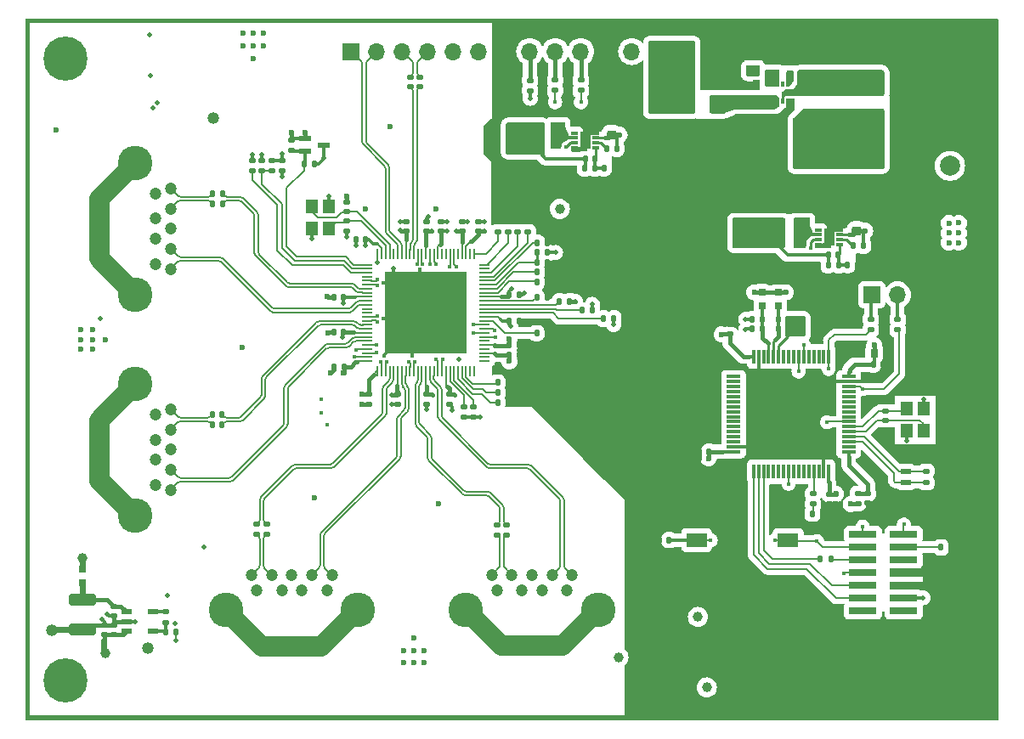
<source format=gtl>
%TF.GenerationSoftware,KiCad,Pcbnew,7.0.5*%
%TF.CreationDate,2023-07-29T13:43:45+03:00*%
%TF.ProjectId,cf33_dock,63663333-5f64-46f6-936b-2e6b69636164,rev?*%
%TF.SameCoordinates,Original*%
%TF.FileFunction,Copper,L1,Top*%
%TF.FilePolarity,Positive*%
%FSLAX46Y46*%
G04 Gerber Fmt 4.6, Leading zero omitted, Abs format (unit mm)*
G04 Created by KiCad (PCBNEW 7.0.5) date 2023-07-29 13:43:45*
%MOMM*%
%LPD*%
G01*
G04 APERTURE LIST*
G04 Aperture macros list*
%AMRoundRect*
0 Rectangle with rounded corners*
0 $1 Rounding radius*
0 $2 $3 $4 $5 $6 $7 $8 $9 X,Y pos of 4 corners*
0 Add a 4 corners polygon primitive as box body*
4,1,4,$2,$3,$4,$5,$6,$7,$8,$9,$2,$3,0*
0 Add four circle primitives for the rounded corners*
1,1,$1+$1,$2,$3*
1,1,$1+$1,$4,$5*
1,1,$1+$1,$6,$7*
1,1,$1+$1,$8,$9*
0 Add four rect primitives between the rounded corners*
20,1,$1+$1,$2,$3,$4,$5,0*
20,1,$1+$1,$4,$5,$6,$7,0*
20,1,$1+$1,$6,$7,$8,$9,0*
20,1,$1+$1,$8,$9,$2,$3,0*%
G04 Aperture macros list end*
%TA.AperFunction,SMDPad,CuDef*%
%ADD10R,0.700000X0.300000*%
%TD*%
%TA.AperFunction,SMDPad,CuDef*%
%ADD11R,1.000000X1.800000*%
%TD*%
%TA.AperFunction,SMDPad,CuDef*%
%ADD12R,1.050000X0.200000*%
%TD*%
%TA.AperFunction,SMDPad,CuDef*%
%ADD13R,0.200000X1.050000*%
%TD*%
%TA.AperFunction,SMDPad,CuDef*%
%ADD14R,8.100000X8.100000*%
%TD*%
%TA.AperFunction,ComponentPad*%
%ADD15R,1.700000X1.700000*%
%TD*%
%TA.AperFunction,ComponentPad*%
%ADD16O,1.700000X1.700000*%
%TD*%
%TA.AperFunction,ComponentPad*%
%ADD17C,1.200000*%
%TD*%
%TA.AperFunction,ComponentPad*%
%ADD18C,3.450000*%
%TD*%
%TA.AperFunction,SMDPad,CuDef*%
%ADD19R,1.475000X0.300000*%
%TD*%
%TA.AperFunction,SMDPad,CuDef*%
%ADD20R,0.300000X1.475000*%
%TD*%
%TA.AperFunction,SMDPad,CuDef*%
%ADD21RoundRect,0.135000X0.185000X-0.135000X0.185000X0.135000X-0.185000X0.135000X-0.185000X-0.135000X0*%
%TD*%
%TA.AperFunction,ComponentPad*%
%ADD22C,2.000000*%
%TD*%
%TA.AperFunction,SMDPad,CuDef*%
%ADD23RoundRect,0.140000X0.170000X-0.140000X0.170000X0.140000X-0.170000X0.140000X-0.170000X-0.140000X0*%
%TD*%
%TA.AperFunction,SMDPad,CuDef*%
%ADD24R,1.200000X1.400000*%
%TD*%
%TA.AperFunction,SMDPad,CuDef*%
%ADD25RoundRect,0.140000X0.140000X0.170000X-0.140000X0.170000X-0.140000X-0.170000X0.140000X-0.170000X0*%
%TD*%
%TA.AperFunction,SMDPad,CuDef*%
%ADD26RoundRect,0.140000X-0.170000X0.140000X-0.170000X-0.140000X0.170000X-0.140000X0.170000X0.140000X0*%
%TD*%
%TA.AperFunction,SMDPad,CuDef*%
%ADD27RoundRect,0.140000X-0.140000X-0.170000X0.140000X-0.170000X0.140000X0.170000X-0.140000X0.170000X0*%
%TD*%
%TA.AperFunction,SMDPad,CuDef*%
%ADD28RoundRect,0.135000X-0.135000X-0.185000X0.135000X-0.185000X0.135000X0.185000X-0.135000X0.185000X0*%
%TD*%
%TA.AperFunction,SMDPad,CuDef*%
%ADD29RoundRect,0.135000X-0.185000X0.135000X-0.185000X-0.135000X0.185000X-0.135000X0.185000X0.135000X0*%
%TD*%
%TA.AperFunction,SMDPad,CuDef*%
%ADD30RoundRect,0.135000X0.135000X0.185000X-0.135000X0.185000X-0.135000X-0.185000X0.135000X-0.185000X0*%
%TD*%
%TA.AperFunction,SMDPad,CuDef*%
%ADD31R,0.800000X1.800000*%
%TD*%
%TA.AperFunction,SMDPad,CuDef*%
%ADD32R,0.850000X2.200000*%
%TD*%
%TA.AperFunction,SMDPad,CuDef*%
%ADD33R,0.700000X0.650000*%
%TD*%
%TA.AperFunction,ComponentPad*%
%ADD34C,2.600000*%
%TD*%
%TA.AperFunction,ConnectorPad*%
%ADD35C,4.400000*%
%TD*%
%TA.AperFunction,SMDPad,CuDef*%
%ADD36RoundRect,0.225000X-0.225000X-0.250000X0.225000X-0.250000X0.225000X0.250000X-0.225000X0.250000X0*%
%TD*%
%TA.AperFunction,SMDPad,CuDef*%
%ADD37R,0.750000X0.940000*%
%TD*%
%TA.AperFunction,SMDPad,CuDef*%
%ADD38RoundRect,0.250000X-1.100000X0.325000X-1.100000X-0.325000X1.100000X-0.325000X1.100000X0.325000X0*%
%TD*%
%TA.AperFunction,SMDPad,CuDef*%
%ADD39R,2.100000X1.400000*%
%TD*%
%TA.AperFunction,SMDPad,CuDef*%
%ADD40R,1.000000X0.500000*%
%TD*%
%TA.AperFunction,SMDPad,CuDef*%
%ADD41R,2.790000X0.740000*%
%TD*%
%TA.AperFunction,SMDPad,CuDef*%
%ADD42RoundRect,0.225000X-0.250000X0.225000X-0.250000X-0.225000X0.250000X-0.225000X0.250000X0.225000X0*%
%TD*%
%TA.AperFunction,SMDPad,CuDef*%
%ADD43R,1.050000X0.550000*%
%TD*%
%TA.AperFunction,SMDPad,CuDef*%
%ADD44R,1.150000X0.500000*%
%TD*%
%TA.AperFunction,SMDPad,CuDef*%
%ADD45R,1.450000X1.800000*%
%TD*%
%TA.AperFunction,SMDPad,CuDef*%
%ADD46R,5.100000X1.900000*%
%TD*%
%TA.AperFunction,SMDPad,CuDef*%
%ADD47R,0.300000X0.492000*%
%TD*%
%TA.AperFunction,SMDPad,CuDef*%
%ADD48RoundRect,0.250000X0.475000X-0.250000X0.475000X0.250000X-0.475000X0.250000X-0.475000X-0.250000X0*%
%TD*%
%TA.AperFunction,ViaPad*%
%ADD49C,0.600000*%
%TD*%
%TA.AperFunction,ViaPad*%
%ADD50C,0.500000*%
%TD*%
%TA.AperFunction,ViaPad*%
%ADD51C,0.400000*%
%TD*%
%TA.AperFunction,ViaPad*%
%ADD52C,1.190000*%
%TD*%
%TA.AperFunction,ViaPad*%
%ADD53C,1.000000*%
%TD*%
%TA.AperFunction,ViaPad*%
%ADD54C,0.350000*%
%TD*%
%TA.AperFunction,Conductor*%
%ADD55C,0.450000*%
%TD*%
%TA.AperFunction,Conductor*%
%ADD56C,0.350000*%
%TD*%
%TA.AperFunction,Conductor*%
%ADD57C,2.000000*%
%TD*%
%TA.AperFunction,Conductor*%
%ADD58C,0.300000*%
%TD*%
%TA.AperFunction,Conductor*%
%ADD59C,0.152400*%
%TD*%
%TA.AperFunction,Conductor*%
%ADD60C,0.250000*%
%TD*%
%TA.AperFunction,Conductor*%
%ADD61C,0.600000*%
%TD*%
%TA.AperFunction,Conductor*%
%ADD62C,0.200000*%
%TD*%
%TA.AperFunction,Conductor*%
%ADD63C,0.180000*%
%TD*%
%TA.AperFunction,Conductor*%
%ADD64C,0.177800*%
%TD*%
%TA.AperFunction,Conductor*%
%ADD65C,0.170000*%
%TD*%
%TA.AperFunction,Conductor*%
%ADD66C,0.160000*%
%TD*%
G04 APERTURE END LIST*
D10*
X272055770Y-162331574D03*
X272055770Y-161831574D03*
X272055770Y-161331574D03*
X272055770Y-160831574D03*
X269955770Y-160831574D03*
X269955770Y-161331574D03*
X269955770Y-161831574D03*
X269955770Y-162331574D03*
D11*
X271005770Y-161581574D03*
D12*
X249276320Y-173955254D03*
X249276320Y-174355254D03*
X249276320Y-174755254D03*
X249276320Y-175155254D03*
X249276320Y-175555254D03*
X249276320Y-175955254D03*
X249276320Y-176355254D03*
X249276320Y-176755254D03*
X249276320Y-177155254D03*
X249276320Y-177555254D03*
X249276320Y-177955254D03*
X249276320Y-178355254D03*
X249276320Y-178755254D03*
X249276320Y-179155254D03*
X249276320Y-179555254D03*
X249276320Y-179955254D03*
X249276320Y-180355254D03*
X249276320Y-180755254D03*
X249276320Y-181155254D03*
X249276320Y-181555254D03*
X249276320Y-181955254D03*
X249276320Y-182355254D03*
X249276320Y-182755254D03*
X249276320Y-183155254D03*
X249276320Y-183555254D03*
D13*
X250326320Y-184605254D03*
X250726320Y-184605254D03*
X251126320Y-184605254D03*
X251526320Y-184605254D03*
X251926320Y-184605254D03*
X252326320Y-184605254D03*
X252726320Y-184605254D03*
X253126320Y-184605254D03*
X253526320Y-184605254D03*
X253926320Y-184605254D03*
X254326320Y-184605254D03*
X254726320Y-184605254D03*
X255126320Y-184605254D03*
X255526320Y-184605254D03*
X255926320Y-184605254D03*
X256326320Y-184605254D03*
X256726320Y-184605254D03*
X257126320Y-184605254D03*
X257526320Y-184605254D03*
X257926320Y-184605254D03*
X258326320Y-184605254D03*
X258726320Y-184605254D03*
X259126320Y-184605254D03*
X259526320Y-184605254D03*
X259926320Y-184605254D03*
D12*
X260976320Y-183555254D03*
X260976320Y-183155254D03*
X260976320Y-182755254D03*
X260976320Y-182355254D03*
X260976320Y-181955254D03*
X260976320Y-181555254D03*
X260976320Y-181155254D03*
X260976320Y-180755254D03*
X260976320Y-180355254D03*
X260976320Y-179955254D03*
X260976320Y-179555254D03*
X260976320Y-179155254D03*
X260976320Y-178755254D03*
X260976320Y-178355254D03*
X260976320Y-177955254D03*
X260976320Y-177555254D03*
X260976320Y-177155254D03*
X260976320Y-176755254D03*
X260976320Y-176355254D03*
X260976320Y-175955254D03*
X260976320Y-175555254D03*
X260976320Y-175155254D03*
X260976320Y-174755254D03*
X260976320Y-174355254D03*
X260976320Y-173955254D03*
D13*
X259926320Y-172905254D03*
X259526320Y-172905254D03*
X259126320Y-172905254D03*
X258726320Y-172905254D03*
X258326320Y-172905254D03*
X257926320Y-172905254D03*
X257526320Y-172905254D03*
X257126320Y-172905254D03*
X256726320Y-172905254D03*
X256326320Y-172905254D03*
X255926320Y-172905254D03*
X255526320Y-172905254D03*
X255126320Y-172905254D03*
X254726320Y-172905254D03*
X254326320Y-172905254D03*
X253926320Y-172905254D03*
X253526320Y-172905254D03*
X253126320Y-172905254D03*
X252726320Y-172905254D03*
X252326320Y-172905254D03*
X251926320Y-172905254D03*
X251526320Y-172905254D03*
X251126320Y-172905254D03*
X250726320Y-172905254D03*
X250326320Y-172905254D03*
D14*
X255126320Y-178755254D03*
D15*
X299578934Y-176964738D03*
D16*
X302118934Y-176964738D03*
X304658934Y-176964738D03*
D17*
X228198934Y-166874738D03*
X228198934Y-169374738D03*
X228198934Y-171374738D03*
X228198934Y-173874738D03*
X229698934Y-174374738D03*
X229698934Y-172374738D03*
X229698934Y-170374738D03*
X229698934Y-168374738D03*
X229698934Y-166374738D03*
D18*
X226198934Y-163804738D03*
X226198934Y-176944738D03*
D19*
X297261934Y-192604738D03*
X297261934Y-192104738D03*
X297261934Y-191604738D03*
X297261934Y-191104738D03*
X297261934Y-190604738D03*
X297261934Y-190104738D03*
X297261934Y-189604738D03*
X297261934Y-189104738D03*
X297261934Y-188604738D03*
X297261934Y-188104738D03*
X297261934Y-187604738D03*
X297261934Y-187104738D03*
X297261934Y-186604738D03*
X297261934Y-186104738D03*
X297261934Y-185604738D03*
X297261934Y-185104738D03*
D20*
X295273934Y-183116738D03*
X294773934Y-183116738D03*
X294273934Y-183116738D03*
X293773934Y-183116738D03*
X293273934Y-183116738D03*
X292773934Y-183116738D03*
X292273934Y-183116738D03*
X291773934Y-183116738D03*
X291273934Y-183116738D03*
X290773934Y-183116738D03*
X290273934Y-183116738D03*
X289773934Y-183116738D03*
X289273934Y-183116738D03*
X288773934Y-183116738D03*
X288273934Y-183116738D03*
X287773934Y-183116738D03*
D19*
X285785934Y-185104738D03*
X285785934Y-185604738D03*
X285785934Y-186104738D03*
X285785934Y-186604738D03*
X285785934Y-187104738D03*
X285785934Y-187604738D03*
X285785934Y-188104738D03*
X285785934Y-188604738D03*
X285785934Y-189104738D03*
X285785934Y-189604738D03*
X285785934Y-190104738D03*
X285785934Y-190604738D03*
X285785934Y-191104738D03*
X285785934Y-191604738D03*
X285785934Y-192104738D03*
X285785934Y-192604738D03*
D20*
X287773934Y-194592738D03*
X288273934Y-194592738D03*
X288773934Y-194592738D03*
X289273934Y-194592738D03*
X289773934Y-194592738D03*
X290273934Y-194592738D03*
X290773934Y-194592738D03*
X291273934Y-194592738D03*
X291773934Y-194592738D03*
X292273934Y-194592738D03*
X292773934Y-194592738D03*
X293273934Y-194592738D03*
X293773934Y-194592738D03*
X294273934Y-194592738D03*
X294773934Y-194592738D03*
X295273934Y-194592738D03*
D21*
X238808934Y-164604738D03*
X238808934Y-163584738D03*
D22*
X307348934Y-164104738D03*
X307398934Y-159454738D03*
D23*
X247221286Y-170577632D03*
X247221286Y-169617632D03*
D24*
X243775770Y-168156574D03*
X243775770Y-170356574D03*
X245475770Y-170356574D03*
X245475770Y-168156574D03*
D25*
X246935254Y-177179992D03*
X245975254Y-177179992D03*
D26*
X249398934Y-186894738D03*
X249398934Y-187854738D03*
X257448934Y-186894738D03*
X257448934Y-187854738D03*
X252323934Y-186899738D03*
X252323934Y-187859738D03*
D27*
X263448934Y-182954738D03*
X264408934Y-182954738D03*
D25*
X246948934Y-184114738D03*
X245988934Y-184114738D03*
D27*
X263438934Y-179564738D03*
X264398934Y-179564738D03*
D26*
X255188934Y-186899738D03*
X255188934Y-187859738D03*
D27*
X263448934Y-181974738D03*
X264408934Y-181974738D03*
D23*
X258738934Y-170614738D03*
X258738934Y-169654738D03*
X260348934Y-170614738D03*
X260348934Y-169654738D03*
X255173934Y-170609738D03*
X255173934Y-169649738D03*
X256648934Y-170609738D03*
X256648934Y-169649738D03*
D25*
X246935254Y-180689992D03*
X245975254Y-180689992D03*
D23*
X240798934Y-164574738D03*
X240798934Y-163614738D03*
X241718934Y-162544738D03*
X241718934Y-161584738D03*
D28*
X294438934Y-203314738D03*
X295458934Y-203314738D03*
D29*
X239808934Y-163584738D03*
X239808934Y-164604738D03*
D30*
X271708934Y-178494738D03*
X270688934Y-178494738D03*
X269458934Y-177604738D03*
X268438934Y-177604738D03*
D31*
X268113934Y-161329738D03*
X266513934Y-161329738D03*
D32*
X292198934Y-170929738D03*
X290148934Y-170929738D03*
D27*
X263428934Y-176954738D03*
X264388934Y-176954738D03*
D23*
X253125770Y-170611574D03*
X253125770Y-169651574D03*
D25*
X249130770Y-171481574D03*
X248170770Y-171481574D03*
D30*
X244028934Y-163954738D03*
X243008934Y-163954738D03*
D21*
X259878934Y-189184738D03*
X259878934Y-188164738D03*
D25*
X234858934Y-167864738D03*
X233898934Y-167864738D03*
D21*
X298178934Y-197764738D03*
X298178934Y-196744738D03*
D26*
X238278934Y-199854738D03*
X238278934Y-200814738D03*
D23*
X300918934Y-188544738D03*
X300918934Y-187584738D03*
D33*
X220918934Y-205679738D03*
X220918934Y-204329738D03*
D34*
X308198934Y-153404738D03*
D35*
X308198934Y-153404738D03*
D33*
X290248934Y-178074738D03*
X290248934Y-176724738D03*
D36*
X284623934Y-171554738D03*
X286173934Y-171554738D03*
D37*
X301198934Y-182764738D03*
X299798934Y-182764738D03*
D30*
X294658934Y-198754738D03*
X293638934Y-198754738D03*
D28*
X295218934Y-173984738D03*
X296238934Y-173984738D03*
D30*
X263288934Y-187714738D03*
X262268934Y-187714738D03*
D29*
X237818934Y-163594738D03*
X237818934Y-164614738D03*
D23*
X247221286Y-168672632D03*
X247221286Y-167712632D03*
X285388934Y-180874738D03*
X285388934Y-179914738D03*
D25*
X283328934Y-192604738D03*
X282368934Y-192604738D03*
D21*
X268008934Y-156584738D03*
X268008934Y-155564738D03*
D17*
X228198934Y-188894738D03*
X228198934Y-191394738D03*
X228198934Y-193394738D03*
X228198934Y-195894738D03*
X229698934Y-196394738D03*
X229698934Y-194394738D03*
X229698934Y-192394738D03*
X229698934Y-190394738D03*
X229698934Y-188394738D03*
D18*
X226198934Y-185824738D03*
X226198934Y-198964738D03*
D27*
X290228934Y-180364738D03*
X291188934Y-180364738D03*
D21*
X302138934Y-180434738D03*
X302138934Y-179414738D03*
D38*
X220948934Y-207349738D03*
X220948934Y-210299738D03*
D25*
X288618934Y-180369738D03*
X287658934Y-180369738D03*
D21*
X304988934Y-196714738D03*
X304988934Y-195694738D03*
D36*
X262023934Y-162154738D03*
X263573934Y-162154738D03*
D39*
X282108934Y-201394738D03*
X282108934Y-205894738D03*
X291208934Y-201394738D03*
X291208934Y-205894738D03*
D26*
X253548934Y-155249738D03*
X253548934Y-156209738D03*
D40*
X302958934Y-194544738D03*
X302958934Y-195644738D03*
D41*
X302733934Y-208464738D03*
X298663934Y-208464738D03*
X302733934Y-207194738D03*
X298663934Y-207194738D03*
X302733934Y-205924738D03*
X298663934Y-205924738D03*
X302733934Y-204654738D03*
X298663934Y-204654738D03*
X302733934Y-203384738D03*
X298663934Y-203384738D03*
X302733934Y-202114738D03*
X298663934Y-202114738D03*
X302733934Y-200844738D03*
X298663934Y-200844738D03*
D42*
X298048934Y-169029738D03*
X298048934Y-170579738D03*
D28*
X297138934Y-173974738D03*
X298158934Y-173974738D03*
D36*
X290573934Y-161454738D03*
X292123934Y-161454738D03*
D28*
X266213934Y-173729738D03*
X267233934Y-173729738D03*
D15*
X247698934Y-152704738D03*
D16*
X250238934Y-152704738D03*
X252778934Y-152704738D03*
X255318934Y-152704738D03*
X257858934Y-152704738D03*
X260398934Y-152704738D03*
X262938934Y-152704738D03*
X265478934Y-152704738D03*
X268018934Y-152704738D03*
X270558934Y-152704738D03*
X273098934Y-152704738D03*
X275638934Y-152704738D03*
X278178934Y-152704738D03*
X280718934Y-152704738D03*
D23*
X224038934Y-208954738D03*
X224038934Y-207994738D03*
D27*
X295248934Y-173004738D03*
X296208934Y-173004738D03*
D25*
X279353934Y-201404738D03*
X278393934Y-201404738D03*
D27*
X287658934Y-179399738D03*
X288618934Y-179399738D03*
X299698934Y-183914738D03*
X300658934Y-183914738D03*
D21*
X293698934Y-197814738D03*
X293698934Y-196794738D03*
D26*
X224048934Y-209864738D03*
X224048934Y-210824738D03*
D30*
X267233934Y-172754738D03*
X266213934Y-172754738D03*
D34*
X308198934Y-215404738D03*
D35*
X308198934Y-215404738D03*
D36*
X284598934Y-169904738D03*
X286148934Y-169904738D03*
D21*
X258898934Y-189184738D03*
X258898934Y-188164738D03*
D29*
X264298934Y-169634738D03*
X264298934Y-170654738D03*
D30*
X267233934Y-174704738D03*
X266213934Y-174704738D03*
D21*
X299448934Y-180424738D03*
X299448934Y-179404738D03*
D30*
X263288934Y-186714738D03*
X262268934Y-186714738D03*
D36*
X290573934Y-159904738D03*
X292123934Y-159904738D03*
D43*
X225338934Y-208574738D03*
X225338934Y-209524738D03*
X225338934Y-210474738D03*
X227938934Y-210474738D03*
X227938934Y-208574738D03*
D29*
X265288934Y-169634738D03*
X265288934Y-170654738D03*
D30*
X289183934Y-155829738D03*
X288163934Y-155829738D03*
D26*
X262208934Y-199914738D03*
X262208934Y-200874738D03*
D29*
X305008934Y-193514738D03*
X305008934Y-194534738D03*
X229238934Y-208574738D03*
X229238934Y-209594738D03*
D25*
X291198934Y-179399738D03*
X290238934Y-179399738D03*
D30*
X307468934Y-202134738D03*
X306448934Y-202134738D03*
D44*
X243058934Y-161384738D03*
X243058934Y-162684738D03*
X244958934Y-162034738D03*
D45*
X281223934Y-157954738D03*
X284173934Y-157954738D03*
D27*
X291443934Y-155029738D03*
X292403934Y-155029738D03*
D26*
X295298934Y-196824738D03*
X295298934Y-197784738D03*
D46*
X297098934Y-155854738D03*
X297098934Y-160054738D03*
D30*
X267218934Y-175679738D03*
X266198934Y-175679738D03*
X263288934Y-185714738D03*
X262268934Y-185714738D03*
D17*
X262198934Y-206404738D03*
X264698934Y-206404738D03*
X266698934Y-206404738D03*
X269198934Y-206404738D03*
X269698934Y-204904738D03*
X267698934Y-204904738D03*
X265698934Y-204904738D03*
X263698934Y-204904738D03*
X261698934Y-204904738D03*
D18*
X259128934Y-208404738D03*
X272268934Y-208404738D03*
D28*
X273128934Y-162394738D03*
X274148934Y-162394738D03*
D29*
X265508934Y-155584738D03*
X265508934Y-156604738D03*
D30*
X289183934Y-154829738D03*
X288163934Y-154829738D03*
X267233934Y-171779738D03*
X266213934Y-171779738D03*
D42*
X273628934Y-159449738D03*
X273628934Y-160999738D03*
D21*
X270568934Y-156574738D03*
X270568934Y-155554738D03*
D34*
X219198934Y-215404738D03*
D35*
X219198934Y-215404738D03*
D47*
X290198934Y-157613738D03*
X290698934Y-157613738D03*
X291198934Y-157613738D03*
X291198934Y-155945738D03*
X290698934Y-155945738D03*
X290198934Y-155945738D03*
D26*
X254548934Y-155249738D03*
X254548934Y-156209738D03*
D36*
X262023934Y-160634738D03*
X263573934Y-160634738D03*
D29*
X262348934Y-169634738D03*
X262348934Y-170654738D03*
D28*
X297713934Y-172054738D03*
X298733934Y-172054738D03*
D26*
X263188934Y-199914738D03*
X263188934Y-200874738D03*
D17*
X238268934Y-206404738D03*
X240768934Y-206404738D03*
X242768934Y-206404738D03*
X245268934Y-206404738D03*
X245768934Y-204904738D03*
X243768934Y-204904738D03*
X241768934Y-204904738D03*
X239768934Y-204904738D03*
X237768934Y-204904738D03*
D18*
X235198934Y-208404738D03*
X248338934Y-208404738D03*
D30*
X267208934Y-177184738D03*
X266188934Y-177184738D03*
D27*
X270988934Y-163374738D03*
X271948934Y-163374738D03*
D25*
X234798934Y-189874738D03*
X233838934Y-189874738D03*
D29*
X263328934Y-169634738D03*
X263328934Y-170654738D03*
D30*
X267188934Y-180784738D03*
X266168934Y-180784738D03*
D25*
X234858934Y-166894738D03*
X233898934Y-166894738D03*
D28*
X229188934Y-210524738D03*
X230208934Y-210524738D03*
D26*
X223068934Y-209854738D03*
X223068934Y-210814738D03*
D30*
X271968934Y-164354738D03*
X270948934Y-164354738D03*
D24*
X303018934Y-188324738D03*
X303018934Y-190524738D03*
X304718934Y-190524738D03*
X304718934Y-188324738D03*
D26*
X239258934Y-199854738D03*
X239258934Y-200814738D03*
D48*
X288648934Y-159854738D03*
X288648934Y-157954738D03*
D30*
X273848934Y-179334738D03*
X272828934Y-179334738D03*
D33*
X288608934Y-178059738D03*
X288608934Y-176709738D03*
D34*
X219198934Y-153404738D03*
D35*
X219198934Y-153404738D03*
D28*
X272858934Y-164354738D03*
X273878934Y-164354738D03*
D23*
X299148934Y-197734738D03*
X299148934Y-196774738D03*
D26*
X300918934Y-189444738D03*
X300918934Y-190404738D03*
D10*
X296353934Y-171981238D03*
X296353934Y-171481238D03*
X296353934Y-170981238D03*
X296353934Y-170481238D03*
X294253934Y-170481238D03*
X294253934Y-170981238D03*
X294253934Y-171481238D03*
X294253934Y-171981238D03*
D11*
X295303934Y-171231238D03*
D25*
X234798934Y-188914738D03*
X233838934Y-188914738D03*
D49*
X261223934Y-162154738D03*
D50*
X260508934Y-189164738D03*
D49*
X253948934Y-211154738D03*
X256398934Y-197804738D03*
X255488934Y-176804738D03*
X304998934Y-192904738D03*
X237948934Y-153404738D03*
D51*
X265918934Y-169624738D03*
D49*
X298048934Y-168154738D03*
D50*
X257718934Y-188434738D03*
X230098934Y-209729738D03*
D49*
X254948934Y-213654738D03*
D51*
X250928934Y-183074738D03*
D49*
X221948934Y-182404738D03*
D51*
X267728934Y-171764738D03*
X294668934Y-199744738D03*
D49*
X301298934Y-183904738D03*
D51*
X253738934Y-183074738D03*
D49*
X289773934Y-159854738D03*
X251598934Y-160204738D03*
X252948934Y-213654738D03*
X285148934Y-179329738D03*
X277398934Y-191204738D03*
X261223934Y-160679738D03*
X236948934Y-150904738D03*
D50*
X226138934Y-209524738D03*
D49*
X288623934Y-160729738D03*
D50*
X240788934Y-165174738D03*
X252538934Y-169654738D03*
D49*
X310398934Y-198404738D03*
D50*
X228398934Y-157804738D03*
D49*
X243998934Y-197204738D03*
X223198934Y-181404738D03*
X238948934Y-150904738D03*
X293448934Y-212404738D03*
D50*
X223398934Y-208804738D03*
X251878934Y-174294738D03*
D49*
X236798934Y-182204738D03*
D51*
X291473934Y-158179738D03*
D49*
X301198934Y-181954738D03*
X310598934Y-190804738D03*
D51*
X267678934Y-176804738D03*
X250888934Y-175764738D03*
D50*
X227683934Y-155089738D03*
D49*
X220698934Y-182404738D03*
X293448934Y-211154738D03*
D50*
X257218934Y-169664738D03*
X274465770Y-164341574D03*
D51*
X267738934Y-174244738D03*
D49*
X283398934Y-171604738D03*
D51*
X267738934Y-175664738D03*
D50*
X237808934Y-163014738D03*
D49*
X283398934Y-170004738D03*
X245318934Y-177154738D03*
X253948934Y-213654738D03*
X254948934Y-212404738D03*
X245368934Y-180804738D03*
X282348934Y-193254738D03*
D51*
X254518934Y-174454738D03*
D49*
X287598934Y-151604738D03*
X299798934Y-151604738D03*
D51*
X263778934Y-187724738D03*
D49*
X220698934Y-180404738D03*
D50*
X302998934Y-191504738D03*
X245478934Y-167154738D03*
D49*
X253948934Y-212404738D03*
D50*
X284538934Y-211704738D03*
D52*
X279278934Y-209174738D03*
D50*
X227973934Y-158304738D03*
D49*
X241708934Y-160794738D03*
D50*
X251748934Y-187874738D03*
D49*
X280548934Y-205904738D03*
X271123934Y-191204738D03*
D50*
X248168934Y-172074738D03*
D49*
X221948934Y-181404738D03*
X310598934Y-174404738D03*
X277398934Y-182004738D03*
D50*
X255188934Y-188414738D03*
X238808934Y-163004738D03*
D51*
X245298934Y-189914738D03*
D49*
X292448934Y-213654738D03*
D50*
X299248934Y-185104738D03*
D49*
X294448934Y-212404738D03*
D52*
X233958934Y-159334738D03*
X227398934Y-212204738D03*
D50*
X260918934Y-169644738D03*
D49*
X289748934Y-161204738D03*
D51*
X287548934Y-156004738D03*
D50*
X281198934Y-211954738D03*
X300248934Y-187504738D03*
X281798934Y-212429738D03*
D49*
X236948934Y-152154738D03*
D50*
X243758934Y-171354738D03*
D49*
X294448934Y-213654738D03*
D51*
X250878934Y-179354738D03*
D49*
X293448934Y-213654738D03*
X245638934Y-184774738D03*
X290848934Y-158929738D03*
X299798934Y-197754738D03*
D51*
X244738934Y-188744738D03*
D49*
X237948934Y-152154738D03*
D50*
X255368934Y-169124738D03*
D49*
X289573934Y-205904738D03*
X238948934Y-152154738D03*
X243048934Y-160774738D03*
X237948934Y-150904738D03*
D52*
X217818934Y-210354738D03*
D50*
X300898934Y-190954738D03*
D51*
X244728934Y-187394738D03*
D49*
X247228934Y-167094738D03*
X248768934Y-187844738D03*
D50*
X259298934Y-169654738D03*
X222848934Y-209304738D03*
D49*
X265008934Y-179554738D03*
D50*
X247225770Y-171156050D03*
X264938934Y-176804738D03*
D49*
X304998934Y-197354738D03*
D51*
X263778934Y-186714738D03*
D49*
X310598934Y-183004738D03*
X292448934Y-212404738D03*
D50*
X298748934Y-173954738D03*
X304698934Y-187354738D03*
D49*
X220698934Y-181404738D03*
X252948934Y-212404738D03*
X279198934Y-160729738D03*
X221948934Y-180404738D03*
D50*
X229388934Y-206944738D03*
D49*
X295998934Y-197804738D03*
X307228934Y-170804738D03*
X274418934Y-161004738D03*
D53*
X282228934Y-209054738D03*
D49*
X293648934Y-158979738D03*
X308228934Y-170804738D03*
X297448934Y-163404738D03*
X295948934Y-162404738D03*
X307228934Y-171754738D03*
X297448934Y-162404738D03*
X300198934Y-163404738D03*
X292948934Y-162404738D03*
D50*
X240808934Y-162874738D03*
D49*
X292948934Y-163404738D03*
X298898934Y-170579738D03*
X298948934Y-162404738D03*
X294448934Y-162404738D03*
X218278934Y-160564738D03*
X308228934Y-171754738D03*
D51*
X287548934Y-154804738D03*
D49*
X307228934Y-169804738D03*
X298948934Y-163404738D03*
X308228934Y-169794738D03*
X294448934Y-163404738D03*
X300198934Y-162404738D03*
D53*
X283118934Y-216084738D03*
X223218934Y-212694738D03*
D49*
X295948934Y-163404738D03*
X263438934Y-183594738D03*
D50*
X270048934Y-177604738D03*
X271698934Y-177904738D03*
X249118934Y-172054738D03*
D54*
X289173934Y-170449476D03*
D50*
X268048934Y-172754738D03*
D53*
X268468934Y-168394738D03*
D54*
X288348934Y-169754738D03*
D50*
X255723934Y-170604738D03*
X258008934Y-186984738D03*
D54*
X288348934Y-171154738D03*
D50*
X258118934Y-170614738D03*
D49*
X249128934Y-168404738D03*
D50*
X273848934Y-179954738D03*
D49*
X295998934Y-196804738D03*
X290998934Y-176704738D03*
D54*
X288348934Y-170454738D03*
D50*
X263618934Y-180104738D03*
D54*
X288348934Y-171829738D03*
D49*
X283298934Y-193254738D03*
D50*
X258398934Y-183354738D03*
D49*
X284598934Y-180904738D03*
D50*
X263668934Y-176394738D03*
D54*
X289173934Y-169754738D03*
X289173934Y-171149476D03*
D49*
X248768934Y-186864738D03*
X297448934Y-197804738D03*
D54*
X289173934Y-171829738D03*
D49*
X299798934Y-181954738D03*
X287848934Y-176704738D03*
X256158934Y-168394738D03*
D50*
X244958934Y-163294738D03*
X304648934Y-207154738D03*
X251758934Y-186964738D03*
D54*
X264677098Y-161154738D03*
D50*
X255758934Y-186974738D03*
D54*
X265148934Y-161154738D03*
X265648934Y-161154738D03*
X265148934Y-162554738D03*
X265648934Y-160416574D03*
D50*
X246808934Y-181204738D03*
D49*
X263438934Y-181364738D03*
D54*
X265148934Y-160416574D03*
X264677098Y-162554738D03*
X265648934Y-162554738D03*
D49*
X246938934Y-184734738D03*
D50*
X246925254Y-177759992D03*
X252558934Y-170534738D03*
D54*
X264677098Y-161854738D03*
X264677098Y-160416574D03*
D50*
X260918934Y-170594738D03*
D54*
X265648934Y-161854738D03*
D50*
X257223934Y-170579738D03*
D54*
X265148934Y-161854738D03*
D50*
X250325254Y-173729992D03*
D51*
X259868934Y-180754738D03*
X262018934Y-181204738D03*
X251215220Y-183654738D03*
X250637420Y-183654738D03*
X254015220Y-183654738D03*
X253437420Y-183654738D03*
X247958934Y-183094738D03*
X250198934Y-182734738D03*
X248208934Y-182454738D03*
X250188934Y-181954738D03*
D54*
X268832868Y-160514476D03*
X267725770Y-159931574D03*
X268825770Y-159931574D03*
X293123934Y-169589738D03*
X293303934Y-170489738D03*
X292323934Y-169589738D03*
D53*
X274318934Y-213074738D03*
X220918934Y-203184738D03*
D51*
X255528934Y-173864738D03*
X256148934Y-173864738D03*
X257523934Y-174129738D03*
X258123934Y-174129738D03*
X259878934Y-179954738D03*
D50*
X222718934Y-179314738D03*
X227563934Y-151019738D03*
X230188934Y-211374738D03*
X233018934Y-202064738D03*
D51*
X261958934Y-180484738D03*
X256798934Y-183404738D03*
X256148934Y-183404738D03*
X250308934Y-179644154D03*
X250308934Y-179066354D03*
X250308934Y-176044154D03*
X250308934Y-175466354D03*
X269112868Y-162224476D03*
X293473934Y-172299738D03*
X289898934Y-201404738D03*
X294098934Y-201524738D03*
X295098934Y-189654738D03*
X283498934Y-201414738D03*
X296738934Y-204694738D03*
X291268934Y-195804738D03*
X302748934Y-199854738D03*
X295248934Y-184354738D03*
D50*
X286988934Y-180384738D03*
X286988934Y-179384738D03*
X292398934Y-180504738D03*
X292398934Y-179504738D03*
D51*
X298648934Y-200079738D03*
X298648934Y-186354738D03*
X267998934Y-157754738D03*
X292248934Y-184604738D03*
X292798934Y-181964738D03*
X270568934Y-157764738D03*
D50*
X265518934Y-157364738D03*
D51*
X254237420Y-173879738D03*
X254815220Y-173879738D03*
D50*
X289698934Y-157604738D03*
X285698934Y-157754738D03*
X287348934Y-157804738D03*
D49*
X293323934Y-155004738D03*
X293323934Y-156779738D03*
X293323934Y-155929738D03*
X300273934Y-156804738D03*
X300273934Y-155954738D03*
X300273934Y-155004738D03*
X277798934Y-157204738D03*
X279773934Y-158304738D03*
X277773934Y-158304738D03*
X279798934Y-157204738D03*
D55*
X300658934Y-183914738D02*
X301288934Y-183914738D01*
D56*
X237818934Y-163024738D02*
X237808934Y-163014738D01*
X260348934Y-169654738D02*
X260908934Y-169654738D01*
D55*
X285388934Y-179569738D02*
X285388934Y-179914738D01*
D56*
X250878934Y-179354738D02*
X254526836Y-179354738D01*
X298728934Y-173974738D02*
X298158934Y-173974738D01*
D55*
X245988934Y-184114738D02*
X245988934Y-184424738D01*
X296798934Y-169029738D02*
X296373934Y-169454738D01*
D57*
X235198934Y-208449738D02*
X238753934Y-212004738D01*
D58*
X299248934Y-185104738D02*
X299248934Y-185504738D01*
D56*
X253125770Y-169651574D02*
X252542098Y-169651574D01*
D59*
X263288934Y-187714738D02*
X263768934Y-187714738D01*
D58*
X299148934Y-185604738D02*
X297261934Y-185604738D01*
D55*
X224038934Y-208954738D02*
X224038934Y-209564738D01*
D60*
X295303934Y-171829738D02*
X295152434Y-171981238D01*
D58*
X288273934Y-192029738D02*
X288198934Y-192104738D01*
D55*
X304998934Y-196724738D02*
X304998934Y-197354738D01*
D58*
X294773934Y-192979738D02*
X294798934Y-192954738D01*
X285785934Y-192104738D02*
X288198934Y-192104738D01*
D56*
X257718934Y-188434738D02*
X257718934Y-188124738D01*
D58*
X294773934Y-194592738D02*
X294773934Y-192979738D01*
D55*
X245988934Y-184424738D02*
X245638934Y-184774738D01*
D58*
X297261934Y-185604738D02*
X288298934Y-185604738D01*
D55*
X223078934Y-209864738D02*
X223068934Y-209854738D01*
X295978934Y-197784738D02*
X295998934Y-197804738D01*
D60*
X296353934Y-170481238D02*
X296353934Y-169974738D01*
D59*
X265288934Y-169634738D02*
X265908934Y-169634738D01*
D55*
X298048934Y-169029738D02*
X296798934Y-169029738D01*
D60*
X272098934Y-160104738D02*
X272055770Y-160147902D01*
D56*
X225338934Y-209524738D02*
X226138934Y-209524738D01*
D55*
X243058934Y-160784738D02*
X243048934Y-160774738D01*
D56*
X260488934Y-189184738D02*
X260508934Y-189164738D01*
X274452606Y-164354738D02*
X274465770Y-164341574D01*
D55*
X245483680Y-180689992D02*
X245368934Y-180804738D01*
D56*
X223548934Y-208954738D02*
X224038934Y-208954738D01*
X264788934Y-176954738D02*
X264938934Y-176804738D01*
D57*
X238753934Y-212004738D02*
X244738934Y-212004738D01*
X248293934Y-208449738D02*
X248293934Y-208404738D01*
X222598934Y-173344738D02*
X226198934Y-176944738D01*
D56*
X260908934Y-169654738D02*
X260918934Y-169644738D01*
D55*
X285148934Y-179329738D02*
X285388934Y-179569738D01*
D57*
X244738934Y-212004738D02*
X248293934Y-208449738D01*
D58*
X288273934Y-183116738D02*
X288273934Y-185579738D01*
D55*
X245975254Y-177179992D02*
X245344188Y-177179992D01*
D56*
X255173934Y-169319738D02*
X255368934Y-169124738D01*
D55*
X247221286Y-167712632D02*
X247221286Y-167102386D01*
D56*
X267233934Y-175664738D02*
X267218934Y-175679738D01*
X251878934Y-174294738D02*
X251878934Y-175507868D01*
X243058934Y-161384738D02*
X241918934Y-161384738D01*
D55*
X304988934Y-196714738D02*
X304998934Y-196724738D01*
X301288934Y-183914738D02*
X301298934Y-183904738D01*
D57*
X226198934Y-185859738D02*
X222598934Y-189459738D01*
D56*
X258898934Y-189184738D02*
X259878934Y-189184738D01*
D59*
X265908934Y-169634738D02*
X265918934Y-169624738D01*
D55*
X241718934Y-161584738D02*
X241718934Y-160804738D01*
D56*
X237818934Y-163594738D02*
X237818934Y-163024738D01*
X243775770Y-171337902D02*
X243758934Y-171354738D01*
D60*
X271005770Y-162117902D02*
X270792098Y-162331574D01*
D58*
X299248934Y-185504738D02*
X299148934Y-185604738D01*
D56*
X255188934Y-188414738D02*
X255188934Y-187859738D01*
D55*
X264998934Y-179564738D02*
X265008934Y-179554738D01*
D56*
X255126320Y-176457124D02*
X254433934Y-175764738D01*
D57*
X272246434Y-208427238D02*
X272246434Y-208379738D01*
X222598934Y-167404738D02*
X222598934Y-173344738D01*
D55*
X221393934Y-209854738D02*
X220948934Y-210299738D01*
D59*
X267713934Y-171779738D02*
X267728934Y-171764738D01*
D56*
X304718934Y-188324738D02*
X304718934Y-187374738D01*
X245475770Y-167157902D02*
X245478934Y-167154738D01*
X264388934Y-176954738D02*
X264788934Y-176954738D01*
X245475770Y-168156574D02*
X245475770Y-167157902D01*
X263288934Y-185714738D02*
X263288934Y-186714738D01*
X273878934Y-164354738D02*
X274452606Y-164354738D01*
D55*
X245344188Y-177179992D02*
X245318934Y-177154738D01*
D56*
X258738934Y-169654738D02*
X259298934Y-169654738D01*
X223068934Y-209524738D02*
X223068934Y-209854738D01*
D55*
X264398934Y-179564738D02*
X264998934Y-179564738D01*
D59*
X265288934Y-169634738D02*
X264298934Y-169634738D01*
D56*
X252542098Y-169651574D02*
X252538934Y-169654738D01*
X240798934Y-164574738D02*
X240798934Y-165164738D01*
D55*
X243058934Y-161384738D02*
X243058934Y-160784738D01*
D56*
X248170770Y-172072902D02*
X248168934Y-172074738D01*
D59*
X262348934Y-169634738D02*
X263328934Y-169634738D01*
D55*
X301198934Y-182764738D02*
X301198934Y-181954738D01*
X295298934Y-197784738D02*
X295978934Y-197784738D01*
D58*
X288298934Y-185604738D02*
X288273934Y-185579738D01*
D56*
X247225770Y-170582116D02*
X247221286Y-170577632D01*
X240798934Y-165164738D02*
X240788934Y-165174738D01*
D55*
X247221286Y-167102386D02*
X247228934Y-167094738D01*
D57*
X272268934Y-208404738D02*
X268718934Y-211954738D01*
D60*
X295542434Y-170481238D02*
X296353934Y-170481238D01*
D56*
X255173934Y-169649738D02*
X255173934Y-169319738D01*
X267233934Y-174239738D02*
X267233934Y-174704738D01*
D59*
X294658934Y-198754738D02*
X294658934Y-199734738D01*
D60*
X295303934Y-171231238D02*
X295303934Y-171829738D01*
D55*
X272098934Y-160104738D02*
X272753934Y-159449738D01*
D56*
X267233934Y-175129738D02*
X267233934Y-175664738D01*
D55*
X282368934Y-192604738D02*
X282368934Y-193234738D01*
D60*
X271005770Y-161581574D02*
X271005770Y-161117902D01*
D56*
X303018934Y-191484738D02*
X302998934Y-191504738D01*
D55*
X224038934Y-209564738D02*
X224038934Y-209854738D01*
D58*
X293948934Y-192104738D02*
X294798934Y-192954738D01*
D56*
X267233934Y-173729738D02*
X267233934Y-174239738D01*
D59*
X267233934Y-174239738D02*
X267733934Y-174239738D01*
D56*
X254518934Y-174454738D02*
X254518934Y-178147868D01*
X257203934Y-169649738D02*
X257218934Y-169664738D01*
X254526836Y-179354738D02*
X255126320Y-178755254D01*
X259878934Y-189184738D02*
X260488934Y-189184738D01*
X253738934Y-183074738D02*
X253738934Y-180142640D01*
D60*
X295152434Y-171981238D02*
X294253934Y-171981238D01*
D56*
X248170770Y-171481574D02*
X248170770Y-172072902D01*
D58*
X288198934Y-192104738D02*
X293948934Y-192104738D01*
D57*
X222598934Y-195454738D02*
X226143934Y-198999738D01*
D55*
X248778934Y-187854738D02*
X248768934Y-187844738D01*
D60*
X271005770Y-161581574D02*
X271005770Y-162117902D01*
D55*
X224038934Y-209854738D02*
X224048934Y-209864738D01*
X304998934Y-193504738D02*
X305008934Y-193514738D01*
D56*
X254433934Y-175764738D02*
X250888934Y-175764738D01*
X298748934Y-173954738D02*
X298728934Y-173974738D01*
D59*
X267233934Y-175664738D02*
X267738934Y-175664738D01*
D56*
X252323934Y-187859738D02*
X251763934Y-187859738D01*
D60*
X295303934Y-170719738D02*
X295542434Y-170481238D01*
D56*
X300328934Y-187584738D02*
X300248934Y-187504738D01*
D59*
X263288934Y-186714738D02*
X263778934Y-186714738D01*
D58*
X288273934Y-185579738D02*
X288273934Y-192029738D01*
D55*
X272753934Y-159449738D02*
X273628934Y-159449738D01*
D56*
X251878934Y-175507868D02*
X255126320Y-178755254D01*
X238808934Y-163584738D02*
X238808934Y-163004738D01*
D55*
X245975254Y-180689992D02*
X245483680Y-180689992D01*
D57*
X222598934Y-189459738D02*
X222598934Y-195454738D01*
D55*
X299148934Y-197734738D02*
X299778934Y-197734738D01*
X282368934Y-193234738D02*
X282348934Y-193254738D01*
D56*
X300918934Y-190934738D02*
X300898934Y-190954738D01*
D57*
X262678934Y-211954738D02*
X259128934Y-208404738D01*
D56*
X255126320Y-178755254D02*
X255126320Y-176457124D01*
D60*
X296353934Y-169974738D02*
X296373934Y-169954738D01*
D56*
X247225770Y-171156050D02*
X247225770Y-170582116D01*
D60*
X295303934Y-171231238D02*
X295303934Y-170719738D01*
D56*
X250928934Y-182952640D02*
X255126320Y-178755254D01*
D55*
X304998934Y-192904738D02*
X304998934Y-193504738D01*
X224048934Y-209864738D02*
X223078934Y-209864738D01*
D57*
X226143934Y-198999738D02*
X226198934Y-198999738D01*
D60*
X271005770Y-161117902D02*
X271292098Y-160831574D01*
D57*
X268718934Y-211954738D02*
X262678934Y-211954738D01*
D55*
X241718934Y-160804738D02*
X241708934Y-160794738D01*
D57*
X235198934Y-208404738D02*
X235198934Y-208449738D01*
D56*
X263288934Y-186714738D02*
X263288934Y-187714738D01*
D59*
X267733934Y-174239738D02*
X267738934Y-174244738D01*
D56*
X222848934Y-209304738D02*
X223068934Y-209524738D01*
D59*
X263768934Y-187714738D02*
X263778934Y-187724738D01*
X267298934Y-177184738D02*
X267678934Y-176804738D01*
D61*
X217818934Y-210354738D02*
X217873934Y-210299738D01*
D55*
X223068934Y-209854738D02*
X221393934Y-209854738D01*
D56*
X253738934Y-180142640D02*
X255126320Y-178755254D01*
X300918934Y-190404738D02*
X300918934Y-190934738D01*
X257718934Y-188124738D02*
X257448934Y-187854738D01*
D55*
X296373934Y-169454738D02*
X296373934Y-169954738D01*
D60*
X272055770Y-160147902D02*
X272055770Y-160831574D01*
D59*
X267233934Y-171779738D02*
X267713934Y-171779738D01*
D61*
X217873934Y-210299738D02*
X220948934Y-210299738D01*
D57*
X226198934Y-163804738D02*
X222598934Y-167404738D01*
D56*
X303018934Y-190524738D02*
X303018934Y-191484738D01*
D60*
X270792098Y-162331574D02*
X269955770Y-162331574D01*
D55*
X225338934Y-209524738D02*
X224078934Y-209524738D01*
D56*
X267233934Y-174704738D02*
X267233934Y-175129738D01*
X223398934Y-208804738D02*
X223548934Y-208954738D01*
D59*
X263328934Y-169634738D02*
X264298934Y-169634738D01*
D56*
X256648934Y-169649738D02*
X257203934Y-169649738D01*
X243775770Y-170356574D02*
X243775770Y-171337902D01*
D60*
X271292098Y-160831574D02*
X272055770Y-160831574D01*
D56*
X241918934Y-161384738D02*
X241718934Y-161584738D01*
D55*
X299778934Y-197734738D02*
X299798934Y-197754738D01*
D56*
X254518934Y-178147868D02*
X255126320Y-178755254D01*
D59*
X294658934Y-199734738D02*
X294668934Y-199744738D01*
D57*
X259151434Y-208379738D02*
X259151434Y-208424738D01*
D55*
X249398934Y-187854738D02*
X248778934Y-187854738D01*
D56*
X251763934Y-187859738D02*
X251748934Y-187874738D01*
X300918934Y-187584738D02*
X300328934Y-187584738D01*
X304718934Y-187374738D02*
X304698934Y-187354738D01*
D59*
X267208934Y-177184738D02*
X267298934Y-177184738D01*
D56*
X250928934Y-183074738D02*
X250928934Y-182952640D01*
D55*
X224078934Y-209524738D02*
X224038934Y-209564738D01*
D60*
X272912098Y-161331574D02*
X272948934Y-161294738D01*
D56*
X240768934Y-163584738D02*
X239808934Y-163584738D01*
X240798934Y-163614738D02*
X240808934Y-163604738D01*
D58*
X298733934Y-172054738D02*
X298733934Y-170744738D01*
D55*
X223078934Y-210824738D02*
X223068934Y-210814738D01*
X298048934Y-170579738D02*
X297698934Y-170929738D01*
D58*
X274148934Y-161274738D02*
X274418934Y-161004738D01*
D55*
X224988934Y-210824738D02*
X224048934Y-210824738D01*
D58*
X298733934Y-170744738D02*
X298898934Y-170579738D01*
D55*
X273628934Y-160999738D02*
X273333934Y-161294738D01*
D58*
X274148934Y-162394738D02*
X274148934Y-161274738D01*
D55*
X297698934Y-170929738D02*
X297273934Y-170929738D01*
X273333934Y-161294738D02*
X272948934Y-161294738D01*
D60*
X296353934Y-170981238D02*
X297222434Y-170981238D01*
D61*
X223058934Y-212534738D02*
X223058934Y-211434738D01*
D55*
X225338934Y-210474738D02*
X224988934Y-210824738D01*
D56*
X273628934Y-160999738D02*
X274413934Y-160999738D01*
D55*
X298048934Y-170579738D02*
X298898934Y-170579738D01*
X223068934Y-210814738D02*
X223068934Y-211424738D01*
D56*
X240808934Y-163604738D02*
X240808934Y-162874738D01*
D61*
X223218934Y-212694738D02*
X223058934Y-212534738D01*
D55*
X223068934Y-211424738D02*
X223058934Y-211434738D01*
D56*
X274413934Y-160999738D02*
X274418934Y-161004738D01*
D55*
X224048934Y-210824738D02*
X223078934Y-210824738D01*
D60*
X272055770Y-161331574D02*
X272912098Y-161331574D01*
D56*
X240798934Y-163614738D02*
X240768934Y-163584738D01*
D60*
X297222434Y-170981238D02*
X297273934Y-170929738D01*
D56*
X262578934Y-179384738D02*
X262758934Y-179564738D01*
D55*
X290233934Y-176709738D02*
X290248934Y-176724738D01*
D58*
X244428934Y-163954738D02*
X244028934Y-163954738D01*
D55*
X297498934Y-184254738D02*
X297348934Y-184404738D01*
D56*
X267233934Y-172754738D02*
X268048934Y-172754738D01*
D62*
X255126320Y-172905254D02*
X255126320Y-172011206D01*
D55*
X262098934Y-182954738D02*
X263448934Y-182954738D01*
D58*
X297261934Y-185104738D02*
X297261934Y-184641738D01*
D55*
X258728934Y-170624738D02*
X258738934Y-170614738D01*
X287853934Y-176709738D02*
X287848934Y-176704738D01*
X290978934Y-176724738D02*
X290998934Y-176704738D01*
D56*
X249130770Y-172042902D02*
X249130770Y-171481574D01*
D55*
X285388934Y-180874738D02*
X285388934Y-181744738D01*
X295978934Y-196824738D02*
X295998934Y-196804738D01*
X283328934Y-192604738D02*
X283328934Y-193224738D01*
D62*
X260976320Y-177155254D02*
X262618418Y-177155254D01*
D58*
X304608934Y-207194738D02*
X304648934Y-207154738D01*
D56*
X273848934Y-179954738D02*
X273848934Y-179334738D01*
D62*
X250726320Y-172285288D02*
X250726320Y-172905254D01*
D56*
X249118934Y-172054738D02*
X249130770Y-172042902D01*
D55*
X284628934Y-180874738D02*
X284598934Y-180904738D01*
D56*
X295228934Y-172984738D02*
X295248934Y-173004738D01*
D62*
X258728934Y-172902640D02*
X258726320Y-172905254D01*
D55*
X269458934Y-177604738D02*
X270048934Y-177604738D01*
X255123934Y-170659738D02*
X255123934Y-171991460D01*
D56*
X263438934Y-179924738D02*
X263438934Y-179564738D01*
D55*
X298178934Y-197764738D02*
X297488934Y-197764738D01*
X286748934Y-183104738D02*
X287248934Y-183104738D01*
D58*
X244958934Y-163294738D02*
X244958934Y-163424738D01*
D62*
X261899450Y-182755254D02*
X260976320Y-182755254D01*
D59*
X249938934Y-184884738D02*
X250218418Y-184605254D01*
D58*
X299798934Y-183814738D02*
X299698934Y-183914738D01*
D55*
X297348934Y-184404738D02*
X297348934Y-184554738D01*
D56*
X249878934Y-171884738D02*
X249475770Y-171481574D01*
D55*
X290248934Y-176724738D02*
X290978934Y-176724738D01*
X258008934Y-186984738D02*
X257918934Y-186894738D01*
D56*
X291158934Y-172984738D02*
X295228934Y-172984738D01*
D58*
X297261934Y-184641738D02*
X297348934Y-184554738D01*
D55*
X263298934Y-177084738D02*
X262688934Y-177084738D01*
X257918934Y-186894738D02*
X257448934Y-186894738D01*
X283328934Y-192604738D02*
X284648934Y-192604738D01*
D56*
X290148934Y-170929738D02*
X290148934Y-171974738D01*
D58*
X285785934Y-192604738D02*
X284648934Y-192604738D01*
D62*
X262618418Y-177155254D02*
X262688934Y-177084738D01*
X257126320Y-184605254D02*
X257126320Y-185912124D01*
X258728934Y-171694738D02*
X258728934Y-172902640D01*
D56*
X271708934Y-177914738D02*
X271708934Y-178494738D01*
D55*
X255718934Y-170609738D02*
X255173934Y-170609738D01*
D56*
X263668934Y-176394738D02*
X263428934Y-176634738D01*
D55*
X249368934Y-186864738D02*
X249398934Y-186894738D01*
X295298934Y-196824738D02*
X295298934Y-195704738D01*
D58*
X287248934Y-183104738D02*
X287761934Y-183104738D01*
D55*
X285388934Y-180874738D02*
X284628934Y-180874738D01*
D62*
X250325770Y-171884738D02*
X250726320Y-172285288D01*
D55*
X255173934Y-170609738D02*
X255123934Y-170659738D01*
X285388934Y-181744738D02*
X286748934Y-183104738D01*
D62*
X255126320Y-172011206D02*
X255115254Y-172000140D01*
D55*
X263428934Y-176954738D02*
X263298934Y-177084738D01*
X263438934Y-182964738D02*
X263448934Y-182954738D01*
D62*
X261948934Y-182804738D02*
X261899450Y-182755254D01*
D56*
X262758934Y-179564738D02*
X263438934Y-179564738D01*
D55*
X299698934Y-183914738D02*
X297838934Y-183914738D01*
D62*
X262349450Y-179155254D02*
X260976320Y-179155254D01*
D58*
X302733934Y-207194738D02*
X304608934Y-207194738D01*
D62*
X262578934Y-179384738D02*
X262349450Y-179155254D01*
D55*
X248768934Y-186864738D02*
X249368934Y-186864738D01*
X288608934Y-176709738D02*
X287853934Y-176709738D01*
D58*
X244958934Y-163424738D02*
X244428934Y-163954738D01*
D56*
X290148934Y-171974738D02*
X291158934Y-172984738D01*
X295248934Y-173004738D02*
X295248934Y-173954738D01*
D55*
X299798934Y-182764738D02*
X299798934Y-181954738D01*
X297488934Y-197764738D02*
X297448934Y-197804738D01*
D56*
X250325770Y-171884738D02*
X249878934Y-171884738D01*
X263618934Y-180104738D02*
X263438934Y-179924738D01*
D59*
X250218418Y-184605254D02*
X250326320Y-184605254D01*
D58*
X244958934Y-162034738D02*
X244958934Y-163294738D01*
X299798934Y-182764738D02*
X299798934Y-183814738D01*
D55*
X258118934Y-170614738D02*
X258738934Y-170614738D01*
X257448934Y-186894738D02*
X257448934Y-186234738D01*
D62*
X257126320Y-185912124D02*
X257268934Y-186054738D01*
D55*
X297838934Y-183914738D02*
X297498934Y-184254738D01*
X261948934Y-182804738D02*
X262098934Y-182954738D01*
D56*
X263428934Y-176634738D02*
X263428934Y-176954738D01*
D55*
X249398934Y-185424738D02*
X249938934Y-184884738D01*
X249398934Y-186894738D02*
X249398934Y-185424738D01*
X295298934Y-196824738D02*
X295978934Y-196824738D01*
D58*
X287761934Y-183104738D02*
X287773934Y-183116738D01*
D55*
X283328934Y-193224738D02*
X283298934Y-193254738D01*
D58*
X295273934Y-195679738D02*
X295298934Y-195704738D01*
D56*
X249475770Y-171481574D02*
X249130770Y-171481574D01*
X295248934Y-173954738D02*
X295218934Y-173984738D01*
X271698934Y-177904738D02*
X271708934Y-177914738D01*
D55*
X255123934Y-171991460D02*
X255115254Y-172000140D01*
X255723934Y-170604738D02*
X255718934Y-170609738D01*
X257448934Y-186234738D02*
X257268934Y-186054738D01*
X263438934Y-183594738D02*
X263438934Y-182964738D01*
D58*
X295273934Y-194592738D02*
X295273934Y-195679738D01*
D55*
X258728934Y-171694738D02*
X258728934Y-170624738D01*
X288608934Y-176709738D02*
X290233934Y-176709738D01*
X247678934Y-184114738D02*
X246948934Y-184114738D01*
D56*
X270988934Y-164314738D02*
X270948934Y-164354738D01*
D62*
X248078418Y-177155254D02*
X249276320Y-177155254D01*
D55*
X246938934Y-184734738D02*
X246948934Y-184724738D01*
D56*
X266513934Y-162829738D02*
X267058934Y-163374738D01*
D55*
X248123680Y-183669992D02*
X247678934Y-184114738D01*
D62*
X248278934Y-183669992D02*
X248393672Y-183555254D01*
D55*
X252198934Y-186504738D02*
X252323934Y-186629738D01*
X255188934Y-186899738D02*
X255188934Y-186104738D01*
D62*
X255126320Y-186042124D02*
X255168934Y-186084738D01*
D55*
X263428934Y-181994738D02*
X263448934Y-181974738D01*
X260348934Y-170954738D02*
X259658934Y-171644738D01*
D62*
X248058934Y-177174738D02*
X248078418Y-177155254D01*
D55*
X260348934Y-170614738D02*
X260348934Y-170954738D01*
D56*
X270988934Y-163374738D02*
X270988934Y-164314738D01*
D55*
X252323934Y-186629738D02*
X252323934Y-186899738D01*
D62*
X248393672Y-183555254D02*
X249276320Y-183555254D01*
D55*
X261968934Y-181974738D02*
X261988934Y-181994738D01*
X246940000Y-180694738D02*
X246935254Y-180689992D01*
D56*
X257223934Y-170579738D02*
X256678934Y-170579738D01*
D62*
X256565254Y-171919992D02*
X256326320Y-172158926D01*
D55*
X256565254Y-171919992D02*
X256648934Y-171836312D01*
X253125770Y-171461574D02*
X253128934Y-171464738D01*
D62*
X252326320Y-185877352D02*
X252326320Y-184605254D01*
X259638934Y-171644738D02*
X259618934Y-171644738D01*
X261949450Y-181955254D02*
X260976320Y-181955254D01*
X259618934Y-171644738D02*
X259126320Y-172137352D01*
D55*
X263438934Y-181364738D02*
X263448934Y-181374738D01*
X251758934Y-186964738D02*
X252258934Y-186964738D01*
X255683934Y-186899738D02*
X255188934Y-186899738D01*
X261988934Y-181994738D02*
X263428934Y-181994738D01*
X252258934Y-186964738D02*
X252323934Y-186899738D01*
X259658934Y-171644738D02*
X259638934Y-171644738D01*
D56*
X266513934Y-161329738D02*
X266513934Y-162829738D01*
D62*
X255126320Y-184605254D02*
X255126320Y-186042124D01*
D55*
X260898934Y-170614738D02*
X260348934Y-170614738D01*
X246948934Y-184724738D02*
X246948934Y-184114738D01*
D56*
X246935254Y-180689992D02*
X246808934Y-180816312D01*
D55*
X247928934Y-180694738D02*
X246940000Y-180694738D01*
X255188934Y-186104738D02*
X255168934Y-186084738D01*
D62*
X253126320Y-172905254D02*
X253126320Y-171467352D01*
X259126320Y-172137352D02*
X259126320Y-172905254D01*
X252198934Y-186004738D02*
X252326320Y-185877352D01*
D55*
X253125770Y-170611574D02*
X253125770Y-171461574D01*
D56*
X246808934Y-180816312D02*
X246808934Y-181204738D01*
X267058934Y-163374738D02*
X270988934Y-163374738D01*
D55*
X256648934Y-171836312D02*
X256648934Y-170609738D01*
D62*
X247989450Y-180755254D02*
X247928934Y-180694738D01*
D55*
X252558934Y-170534738D02*
X252635770Y-170611574D01*
D56*
X248058934Y-177174738D02*
X248053680Y-177179992D01*
X246925254Y-177759992D02*
X246925254Y-177189992D01*
X248053680Y-177179992D02*
X246935254Y-177179992D01*
X246925254Y-177189992D02*
X246935254Y-177179992D01*
D62*
X253126320Y-171467352D02*
X253128934Y-171464738D01*
D55*
X252635770Y-170611574D02*
X253125770Y-170611574D01*
D62*
X249276320Y-180755254D02*
X247989450Y-180755254D01*
D55*
X255758934Y-186974738D02*
X255683934Y-186899738D01*
D62*
X261968934Y-181974738D02*
X261949450Y-181955254D01*
D55*
X263448934Y-181374738D02*
X263448934Y-181974738D01*
X252198934Y-186004738D02*
X252198934Y-186504738D01*
D56*
X256678934Y-170579738D02*
X256648934Y-170609738D01*
D62*
X256326320Y-172158926D02*
X256326320Y-172905254D01*
D55*
X248278934Y-183669992D02*
X248123680Y-183669992D01*
X260918934Y-170594738D02*
X260898934Y-170614738D01*
D62*
X250325254Y-172906320D02*
X250326320Y-172905254D01*
X250325254Y-173729992D02*
X250325254Y-172906320D01*
D59*
X262108418Y-175955254D02*
X264333934Y-173729738D01*
X260976320Y-175955254D02*
X262108418Y-175955254D01*
X264333934Y-173729738D02*
X266213934Y-173729738D01*
D60*
X266213934Y-172754738D02*
X266213934Y-173729738D01*
D63*
X260976320Y-180755254D02*
X259869450Y-180755254D01*
X259869450Y-180755254D02*
X259868934Y-180754738D01*
X261969450Y-181155254D02*
X262018934Y-181204738D01*
X260976320Y-181155254D02*
X261969450Y-181155254D01*
X238808934Y-165914738D02*
X238808934Y-164604738D01*
X247729450Y-174355254D02*
X246958934Y-173584738D01*
X238808934Y-164604738D02*
X239808934Y-164604738D01*
X240768934Y-167874738D02*
X238808934Y-165914738D01*
X240768934Y-172294738D02*
X240768934Y-167874738D01*
X242058934Y-173584738D02*
X240768934Y-172294738D01*
X246958934Y-173584738D02*
X242058934Y-173584738D01*
X249276320Y-174355254D02*
X247729450Y-174355254D01*
D59*
X262348934Y-171654738D02*
X262348934Y-170654738D01*
X261098418Y-172905254D02*
X262348934Y-171654738D01*
X259926320Y-172905254D02*
X261098418Y-172905254D01*
X260976320Y-173955254D02*
X261198418Y-173955254D01*
X261198418Y-173955254D02*
X263328934Y-171824738D01*
X263328934Y-171824738D02*
X263328934Y-170654738D01*
D64*
X239063893Y-199659697D02*
X239258934Y-199854738D01*
X251786962Y-185668158D02*
X251293891Y-186161229D01*
X245736897Y-194212538D02*
X242288267Y-194212538D01*
X251059576Y-189055544D02*
X246019739Y-194095381D01*
X251904120Y-185052454D02*
X251904120Y-185385315D01*
X242005424Y-194329696D02*
X239063892Y-197271228D01*
X238946735Y-197554070D02*
X238946735Y-199376854D01*
X251176734Y-186444071D02*
X251176734Y-188772701D01*
X251926320Y-185030254D02*
X251904120Y-185052454D01*
X251926320Y-184605254D02*
X251926320Y-185030254D01*
X251059583Y-189055551D02*
G75*
G03*
X251176734Y-188772701I-282883J282851D01*
G01*
X239063914Y-197271250D02*
G75*
G03*
X238946735Y-197554070I282786J-282850D01*
G01*
X242288267Y-194212504D02*
G75*
G03*
X242005424Y-194329696I33J-399996D01*
G01*
X251293912Y-186161250D02*
G75*
G03*
X251176734Y-186444071I282788J-282850D01*
G01*
X245736897Y-194212524D02*
G75*
G03*
X246019739Y-194095381I3J400024D01*
G01*
X251786959Y-185668155D02*
G75*
G03*
X251904120Y-185385315I-282859J282855D01*
G01*
X238946758Y-199376854D02*
G75*
G03*
X239063893Y-199659697I399942J-46D01*
G01*
X245589601Y-193856938D02*
X242140971Y-193856938D01*
X251548520Y-185052454D02*
X251548520Y-185238019D01*
X250821134Y-186296775D02*
X250821134Y-188625405D01*
X251526320Y-184605254D02*
X251526320Y-185030254D01*
X238591133Y-197406776D02*
X238591133Y-199376854D01*
X250703976Y-188908248D02*
X245872443Y-193739781D01*
X238473975Y-199659697D02*
X238278934Y-199854738D01*
X251526320Y-185030254D02*
X251548520Y-185052454D01*
X251431362Y-185520862D02*
X250938291Y-186013933D01*
X241858128Y-193974096D02*
X238708290Y-197123934D01*
X238474005Y-199659727D02*
G75*
G03*
X238591133Y-199376854I-282905J282827D01*
G01*
X251431357Y-185520857D02*
G75*
G03*
X251548520Y-185238019I-282857J282857D01*
G01*
X238708309Y-197123953D02*
G75*
G03*
X238591133Y-197406776I282791J-282847D01*
G01*
X250703981Y-188908253D02*
G75*
G03*
X250821134Y-188625405I-282881J282853D01*
G01*
X242140971Y-193856907D02*
G75*
G03*
X241858128Y-193974096I29J-399993D01*
G01*
X245589601Y-193856927D02*
G75*
G03*
X245872443Y-193739781I-1J400027D01*
G01*
X250938310Y-186013952D02*
G75*
G03*
X250821134Y-186296775I282790J-282848D01*
G01*
X255666734Y-191206775D02*
X255666734Y-193085405D01*
X254704120Y-185052454D02*
X254704120Y-185515315D01*
X254456734Y-186094071D02*
X254456734Y-189665405D01*
X254586962Y-185798158D02*
X254573891Y-185811229D01*
X259148267Y-196566938D02*
X261256897Y-196566938D01*
X254573892Y-189948248D02*
X255549577Y-190923933D01*
X255783892Y-193368248D02*
X258865425Y-196449781D01*
X261539740Y-196684096D02*
X262759578Y-197903934D01*
X254726320Y-185030254D02*
X254704120Y-185052454D01*
X262993893Y-199719697D02*
X263188934Y-199914738D01*
X254726320Y-184605254D02*
X254726320Y-185030254D01*
X262876735Y-198186776D02*
X262876735Y-199436854D01*
X255666721Y-193085405D02*
G75*
G03*
X255783892Y-193368248I399979J5D01*
G01*
X254456721Y-189665405D02*
G75*
G03*
X254573892Y-189948248I399979J5D01*
G01*
X255666741Y-191206775D02*
G75*
G03*
X255549577Y-190923933I-400041J-25D01*
G01*
X261539734Y-196684102D02*
G75*
G03*
X261256897Y-196566938I-282834J-282798D01*
G01*
X258865433Y-196449773D02*
G75*
G03*
X259148267Y-196566938I282867J282873D01*
G01*
X254573912Y-185811250D02*
G75*
G03*
X254456734Y-186094071I282788J-282850D01*
G01*
X262876741Y-198186776D02*
G75*
G03*
X262759578Y-197903934I-400041J-24D01*
G01*
X254586959Y-185798155D02*
G75*
G03*
X254704120Y-185515315I-282859J282855D01*
G01*
X262876758Y-199436854D02*
G75*
G03*
X262993893Y-199719697I399942J-46D01*
G01*
X254101134Y-185946775D02*
X254101134Y-189812701D01*
X261392444Y-197039696D02*
X262403976Y-198051228D01*
X254218292Y-190095544D02*
X255193977Y-191071229D01*
X254326320Y-185030254D02*
X254348520Y-185052454D01*
X254326320Y-184605254D02*
X254326320Y-185030254D01*
X262521133Y-198334070D02*
X262521133Y-199436854D01*
X255311134Y-191354071D02*
X255311134Y-193232701D01*
X255428292Y-193515544D02*
X258718129Y-196805381D01*
X259000971Y-196922538D02*
X261109601Y-196922538D01*
X254348520Y-185052454D02*
X254348520Y-185368019D01*
X262403975Y-199719697D02*
X262208934Y-199914738D01*
X254231362Y-185650862D02*
X254218291Y-185663933D01*
X255311124Y-193232701D02*
G75*
G03*
X255428292Y-193515544I399976J1D01*
G01*
X255311144Y-191354071D02*
G75*
G03*
X255193977Y-191071229I-400044J-29D01*
G01*
X254231357Y-185650857D02*
G75*
G03*
X254348520Y-185368019I-282857J282857D01*
G01*
X254218310Y-185663952D02*
G75*
G03*
X254101134Y-185946775I282790J-282848D01*
G01*
X258718135Y-196805375D02*
G75*
G03*
X259000971Y-196922538I282865J282875D01*
G01*
X261392436Y-197039704D02*
G75*
G03*
X261109601Y-196922538I-282836J-282796D01*
G01*
X262404005Y-199719727D02*
G75*
G03*
X262521133Y-199436854I-282905J282827D01*
G01*
X262521144Y-198334070D02*
G75*
G03*
X262403976Y-198051228I-400044J-30D01*
G01*
X254101124Y-189812701D02*
G75*
G03*
X254218292Y-190095544I399976J1D01*
G01*
X251126320Y-184605254D02*
X251126320Y-183817753D01*
X251104121Y-183765837D02*
X251215220Y-183654738D01*
X251126320Y-183817753D02*
X251104120Y-183795553D01*
X251104120Y-183795553D02*
X251104121Y-183765837D01*
X250726320Y-184605254D02*
X250726320Y-183817753D01*
X250726320Y-183817753D02*
X250748520Y-183795553D01*
X250748520Y-183795553D02*
X250748519Y-183765837D01*
X250748519Y-183765837D02*
X250637420Y-183654738D01*
X253221278Y-186000634D02*
X253284577Y-186063933D01*
X253401734Y-186346775D02*
X253401734Y-188337701D01*
X253284576Y-188620544D02*
X252733891Y-189171229D01*
X252616734Y-189454071D02*
X252616734Y-193062701D01*
X253126320Y-185030254D02*
X253104120Y-185052454D01*
X253104120Y-185052454D02*
X253104120Y-185717791D01*
X252499576Y-193345544D02*
X245063892Y-200781228D01*
X245063893Y-204199697D02*
X245768934Y-204904738D01*
X253126320Y-184605254D02*
X253126320Y-185030254D01*
X244946735Y-201064070D02*
X244946735Y-203916854D01*
X244946758Y-203916854D02*
G75*
G03*
X245063893Y-204199697I399942J-46D01*
G01*
X245063914Y-200781250D02*
G75*
G03*
X244946735Y-201064070I282786J-282850D01*
G01*
X253401741Y-186346775D02*
G75*
G03*
X253284577Y-186063933I-400041J-25D01*
G01*
X253104121Y-185717791D02*
G75*
G03*
X253221278Y-186000634I399979J-9D01*
G01*
X253284583Y-188620551D02*
G75*
G03*
X253401734Y-188337701I-282883J282851D01*
G01*
X252499583Y-193345551D02*
G75*
G03*
X252616734Y-193062701I-282883J282851D01*
G01*
X252733912Y-189171250D02*
G75*
G03*
X252616734Y-189454071I282788J-282850D01*
G01*
X252261134Y-189306775D02*
X252261134Y-192915405D01*
X244473975Y-204199697D02*
X243768934Y-204904738D01*
X252748520Y-185052454D02*
X252748520Y-185865087D01*
X252726320Y-185030254D02*
X252748520Y-185052454D01*
X253046134Y-186494071D02*
X253046134Y-188190405D01*
X252928976Y-188473248D02*
X252378291Y-189023933D01*
X252865678Y-186147930D02*
X252928977Y-186211229D01*
X252726320Y-184605254D02*
X252726320Y-185030254D01*
X252143976Y-193198248D02*
X244708290Y-200633934D01*
X244591133Y-200916776D02*
X244591133Y-203916854D01*
X244474005Y-204199727D02*
G75*
G03*
X244591133Y-203916854I-282905J282827D01*
G01*
X252378310Y-189023952D02*
G75*
G03*
X252261134Y-189306775I282790J-282848D01*
G01*
X244708309Y-200633953D02*
G75*
G03*
X244591133Y-200916776I282791J-282847D01*
G01*
X253046144Y-186494071D02*
G75*
G03*
X252928977Y-186211229I-400044J-29D01*
G01*
X252143981Y-193198253D02*
G75*
G03*
X252261134Y-192915405I-282881J282853D01*
G01*
X252748524Y-185865087D02*
G75*
G03*
X252865678Y-186147930I399976J-13D01*
G01*
X252928981Y-188473253D02*
G75*
G03*
X253046134Y-188190405I-282881J282853D01*
G01*
X253926320Y-184180254D02*
X253904120Y-184158054D01*
X253904121Y-183765837D02*
X254015220Y-183654738D01*
X253904120Y-184158054D02*
X253904121Y-183765837D01*
X253926320Y-184605254D02*
X253926320Y-184180254D01*
X253548519Y-183765837D02*
X253437420Y-183654738D01*
X253548520Y-184158054D02*
X253548519Y-183765837D01*
X253526320Y-184180254D02*
X253548520Y-184158054D01*
X253526320Y-184605254D02*
X253526320Y-184180254D01*
X268876735Y-197406776D02*
X268876735Y-203916854D01*
X256021278Y-185575634D02*
X256569577Y-186123933D01*
X256803892Y-189248248D02*
X261325425Y-193769781D01*
X261608267Y-193886938D02*
X265356897Y-193886938D01*
X268993893Y-204199697D02*
X269698934Y-204904738D01*
X256686734Y-186406775D02*
X256686734Y-188965405D01*
X255926320Y-184605254D02*
X255926320Y-185030254D01*
X255926320Y-185030254D02*
X255904120Y-185052454D01*
X265639740Y-194004096D02*
X268759578Y-197123934D01*
X255904120Y-185052454D02*
X255904120Y-185292791D01*
X261325433Y-193769773D02*
G75*
G03*
X261608267Y-193886938I282867J282873D01*
G01*
X268876758Y-203916854D02*
G75*
G03*
X268993893Y-204199697I399942J-46D01*
G01*
X255904121Y-185292791D02*
G75*
G03*
X256021278Y-185575634I399979J-9D01*
G01*
X256686741Y-186406775D02*
G75*
G03*
X256569577Y-186123933I-400041J-25D01*
G01*
X265639734Y-194004102D02*
G75*
G03*
X265356897Y-193886938I-282834J-282798D01*
G01*
X256686721Y-188965405D02*
G75*
G03*
X256803892Y-189248248I399979J5D01*
G01*
X268876741Y-197406776D02*
G75*
G03*
X268759578Y-197123934I-400041J-24D01*
G01*
X261460971Y-194242538D02*
X265209601Y-194242538D01*
X255526320Y-185030254D02*
X255548520Y-185052454D01*
X255526320Y-184605254D02*
X255526320Y-185030254D01*
X256331134Y-186554071D02*
X256331134Y-189112701D01*
X268521133Y-197554070D02*
X268521133Y-203916854D01*
X268403975Y-204199697D02*
X267698934Y-204904738D01*
X256448292Y-189395544D02*
X261178129Y-194125381D01*
X255548520Y-185052454D02*
X255548520Y-185440087D01*
X255665678Y-185722930D02*
X256213977Y-186271229D01*
X265492444Y-194359696D02*
X268403976Y-197271228D01*
X261178135Y-194125375D02*
G75*
G03*
X261460971Y-194242538I282865J282875D01*
G01*
X268404005Y-204199727D02*
G75*
G03*
X268521133Y-203916854I-282905J282827D01*
G01*
X268521144Y-197554070D02*
G75*
G03*
X268403976Y-197271228I-400044J-30D01*
G01*
X265492436Y-194359704D02*
G75*
G03*
X265209601Y-194242538I-282836J-282796D01*
G01*
X255548524Y-185440087D02*
G75*
G03*
X255665678Y-185722930I399976J-13D01*
G01*
X256331124Y-189112701D02*
G75*
G03*
X256448292Y-189395544I399976J1D01*
G01*
X256331144Y-186554071D02*
G75*
G03*
X256213977Y-186271229I-400044J-29D01*
G01*
D58*
X243058934Y-162684738D02*
X241858934Y-162684738D01*
D59*
X242248934Y-173174738D02*
X241238934Y-172164738D01*
X241238934Y-166324738D02*
X243008934Y-164554738D01*
X247939450Y-173955254D02*
X247158934Y-173174738D01*
X249276320Y-173955254D02*
X247939450Y-173955254D01*
D58*
X243058934Y-162684738D02*
X243058934Y-163904738D01*
X241858934Y-162684738D02*
X241718934Y-162544738D01*
X243058934Y-163904738D02*
X243008934Y-163954738D01*
D59*
X247158934Y-173174738D02*
X242248934Y-173174738D01*
X243008934Y-164554738D02*
X243008934Y-163954738D01*
X241238934Y-172164738D02*
X241238934Y-166324738D01*
X261673418Y-174755254D02*
X264298934Y-172129738D01*
X260976320Y-174755254D02*
X261673418Y-174755254D01*
X264298934Y-172129738D02*
X264298934Y-170654738D01*
X265288934Y-171764738D02*
X265288934Y-170654738D01*
X260976320Y-175155254D02*
X261898418Y-175155254D01*
X261898418Y-175155254D02*
X265288934Y-171764738D01*
X261973418Y-175555254D02*
X265748934Y-171779738D01*
X260976320Y-175555254D02*
X261973418Y-175555254D01*
X265748934Y-171779738D02*
X266213934Y-171779738D01*
X263848934Y-174704738D02*
X266213934Y-174704738D01*
X260976320Y-176355254D02*
X262198418Y-176355254D01*
X262198418Y-176355254D02*
X263848934Y-174704738D01*
X263448934Y-175629738D02*
X266148934Y-175629738D01*
X262323418Y-176755254D02*
X263448934Y-175629738D01*
X260976320Y-176755254D02*
X262323418Y-176755254D01*
X266148934Y-175629738D02*
X266198934Y-175679738D01*
X265808934Y-177564738D02*
X266188934Y-177184738D01*
X260985804Y-177564738D02*
X265808934Y-177564738D01*
X260976320Y-177555254D02*
X260985804Y-177564738D01*
X260976320Y-177955254D02*
X268088418Y-177955254D01*
X268088418Y-177955254D02*
X268438934Y-177604738D01*
X268168934Y-178494738D02*
X270688934Y-178494738D01*
X268029450Y-178355254D02*
X268168934Y-178494738D01*
X260976320Y-178355254D02*
X268029450Y-178355254D01*
X260976320Y-178755254D02*
X267779450Y-178755254D01*
X268358934Y-179334738D02*
X272828934Y-179334738D01*
X267779450Y-178755254D02*
X268358934Y-179334738D01*
X266168934Y-180784738D02*
X266128934Y-180744738D01*
X261834188Y-179549992D02*
X260981582Y-179549992D01*
X263028934Y-180744738D02*
X261834188Y-179549992D01*
X266128934Y-180744738D02*
X263028934Y-180744738D01*
X260981582Y-179549992D02*
X260976320Y-179555254D01*
X259126320Y-185202124D02*
X259798934Y-185874738D01*
X259126320Y-184605254D02*
X259126320Y-185202124D01*
X259798934Y-185874738D02*
X262108934Y-185874738D01*
X262108934Y-185874738D02*
X262268934Y-185714738D01*
X259838934Y-186364738D02*
X260768934Y-186364738D01*
X261118934Y-186714738D02*
X262268934Y-186714738D01*
X260768934Y-186364738D02*
X261118934Y-186714738D01*
X258726320Y-185252124D02*
X259838934Y-186364738D01*
X258726320Y-184605254D02*
X258726320Y-185252124D01*
X261568934Y-187714738D02*
X262268934Y-187714738D01*
X258326320Y-185352124D02*
X259798934Y-186824738D01*
X259798934Y-186824738D02*
X260678934Y-186824738D01*
X258326320Y-184605254D02*
X258326320Y-185352124D01*
X260678934Y-186824738D02*
X261568934Y-187714738D01*
X257926320Y-185522124D02*
X259878934Y-187474738D01*
X259878934Y-187474738D02*
X259878934Y-188164738D01*
X257926320Y-184605254D02*
X257926320Y-185522124D01*
X258898934Y-186964738D02*
X258898934Y-188164738D01*
X257526320Y-184605254D02*
X257526320Y-185592124D01*
X257526320Y-185592124D02*
X258898934Y-186964738D01*
X248019450Y-183155254D02*
X249276320Y-183155254D01*
X247958934Y-183094738D02*
X248019450Y-183155254D01*
X250178418Y-182755254D02*
X250198934Y-182734738D01*
X249276320Y-182755254D02*
X250178418Y-182755254D01*
X248308418Y-182355254D02*
X249276320Y-182355254D01*
X248208934Y-182454738D02*
X248308418Y-182355254D01*
X250188418Y-181955254D02*
X250188934Y-181954738D01*
X249276320Y-181955254D02*
X250188418Y-181955254D01*
X247649450Y-174755254D02*
X246908934Y-174014738D01*
X249276320Y-174755254D02*
X247649450Y-174755254D01*
X246908934Y-174014738D02*
X241788934Y-174014738D01*
X241788934Y-174014738D02*
X240288934Y-172514738D01*
X240288934Y-172514738D02*
X240288934Y-168004738D01*
X240288934Y-168004738D02*
X237818934Y-165534738D01*
X237818934Y-165534738D02*
X237818934Y-164614738D01*
D65*
X251526320Y-172905254D02*
X251526320Y-171932124D01*
X247225770Y-168746050D02*
X246715770Y-168746050D01*
X248266828Y-168672632D02*
X247221286Y-168672632D01*
X247235770Y-168736050D02*
X247225770Y-168746050D01*
X243775770Y-168584629D02*
X243775770Y-168156574D01*
X246715770Y-168746050D02*
X246245770Y-169216050D01*
X246245770Y-169216050D02*
X244365770Y-169216050D01*
X251526320Y-171932124D02*
X248266828Y-168672632D01*
X244365770Y-169216050D02*
X243805059Y-168655339D01*
X243775759Y-168584629D02*
G75*
G03*
X243805059Y-168655339I100041J29D01*
G01*
X246096294Y-169736050D02*
X245475770Y-170356574D01*
X251126320Y-172905254D02*
X251126320Y-172032124D01*
X251126320Y-172032124D02*
X248711828Y-169617632D01*
X248711828Y-169617632D02*
X247221286Y-169617632D01*
X247225770Y-169646050D02*
X247135770Y-169736050D01*
X247135770Y-169736050D02*
X246096294Y-169736050D01*
D58*
X269973934Y-161329738D02*
X268113934Y-161329738D01*
X292250434Y-170981238D02*
X292198934Y-170929738D01*
X294253934Y-170981238D02*
X292250434Y-170981238D01*
D64*
X248268644Y-180215896D02*
X248122443Y-180069695D01*
X239086734Y-185484071D02*
X239086734Y-187092701D01*
X236606896Y-189572539D02*
X235266818Y-189572539D01*
X238969576Y-187375544D02*
X236889738Y-189455382D01*
X247839601Y-179952538D02*
X244618267Y-179952538D01*
X234983975Y-189689697D02*
X234798934Y-189874738D01*
X244335424Y-180069696D02*
X239203891Y-185201229D01*
X248829120Y-180333054D02*
X248551487Y-180333054D01*
X248851320Y-180355254D02*
X248829120Y-180333054D01*
X249276320Y-180355254D02*
X248851320Y-180355254D01*
X238969583Y-187375551D02*
G75*
G03*
X239086734Y-187092701I-282883J282851D01*
G01*
X235266818Y-189572541D02*
G75*
G03*
X234983975Y-189689697I-18J-399959D01*
G01*
X239203912Y-185201250D02*
G75*
G03*
X239086734Y-185484071I282788J-282850D01*
G01*
X248122435Y-180069703D02*
G75*
G03*
X247839601Y-179952538I-282835J-282797D01*
G01*
X248268639Y-180215901D02*
G75*
G03*
X248551487Y-180333054I282861J282901D01*
G01*
X236606896Y-189572524D02*
G75*
G03*
X236889738Y-189455382I4J400024D01*
G01*
X244618267Y-179952504D02*
G75*
G03*
X244335424Y-180069696I33J-399996D01*
G01*
X233898934Y-167864738D02*
X233703891Y-167669695D01*
X233421049Y-167552538D02*
X230686818Y-167552539D01*
X230403975Y-167669697D02*
X229698934Y-168374738D01*
X230686818Y-167552541D02*
G75*
G03*
X230403975Y-167669697I-18J-399959D01*
G01*
X233703859Y-167669727D02*
G75*
G03*
X233421049Y-167552538I-282859J-282773D01*
G01*
X249276320Y-179955254D02*
X248851320Y-179955254D01*
X236459602Y-189216937D02*
X235266818Y-189216937D01*
X238613976Y-187228248D02*
X236742444Y-189099780D01*
X248829120Y-179977454D02*
X248698783Y-179977454D01*
X238731134Y-185336775D02*
X238731134Y-186945405D01*
X248415940Y-179860296D02*
X248269739Y-179714095D01*
X247986897Y-179596938D02*
X244470971Y-179596938D01*
X248851320Y-179955254D02*
X248829120Y-179977454D01*
X244188128Y-179714096D02*
X238848291Y-185053933D01*
X234983975Y-189099779D02*
X234798934Y-188914738D01*
X248269733Y-179714101D02*
G75*
G03*
X247986897Y-179596938I-282833J-282799D01*
G01*
X234983958Y-189099796D02*
G75*
G03*
X235266818Y-189216937I282842J282896D01*
G01*
X236459602Y-189216927D02*
G75*
G03*
X236742444Y-189099780I-2J400027D01*
G01*
X248415958Y-179860278D02*
G75*
G03*
X248698783Y-179977454I282842J282778D01*
G01*
X244470971Y-179596907D02*
G75*
G03*
X244188128Y-179714096I29J-399993D01*
G01*
X238848310Y-185053952D02*
G75*
G03*
X238731134Y-185336775I282790J-282848D01*
G01*
X238613981Y-187228253D02*
G75*
G03*
X238731134Y-186945405I-282881J282853D01*
G01*
X233898934Y-166894738D02*
X233713891Y-167079781D01*
X230403975Y-167079779D02*
X229698934Y-166374738D01*
X233431049Y-167196938D02*
X230686818Y-167196937D01*
X233431049Y-167196961D02*
G75*
G03*
X233713891Y-167079781I-49J400061D01*
G01*
X230403958Y-167079796D02*
G75*
G03*
X230686818Y-167196937I282842J282896D01*
G01*
X238051134Y-172812701D02*
X238051134Y-169124071D01*
X241128128Y-176055380D02*
X238168291Y-173095543D01*
X236484602Y-167557539D02*
X235331818Y-167557539D01*
X235048975Y-167674697D02*
X234858934Y-167864738D01*
X249276320Y-176755254D02*
X248851320Y-176755254D01*
X248829120Y-176733054D02*
X248451487Y-176733054D01*
X237933976Y-168841228D02*
X236767444Y-167674696D01*
X248168644Y-176615896D02*
X247842443Y-176289695D01*
X247559601Y-176172538D02*
X241410971Y-176172538D01*
X248851320Y-176755254D02*
X248829120Y-176733054D01*
X247842435Y-176289703D02*
G75*
G03*
X247559601Y-176172538I-282835J-282797D01*
G01*
X241128134Y-176055374D02*
G75*
G03*
X241410971Y-176172538I282866J282874D01*
G01*
X238051144Y-169124071D02*
G75*
G03*
X237933976Y-168841228I-400044J-29D01*
G01*
X236767435Y-167674705D02*
G75*
G03*
X236484602Y-167557539I-282835J-282795D01*
G01*
X248168639Y-176615901D02*
G75*
G03*
X248451487Y-176733054I282861J282901D01*
G01*
X238051124Y-172812701D02*
G75*
G03*
X238168291Y-173095543I399976J1D01*
G01*
X235331818Y-167557541D02*
G75*
G03*
X235048975Y-167674697I-18J-399959D01*
G01*
X229698934Y-190394738D02*
X230403976Y-189689696D01*
X233653892Y-189689696D02*
X233838934Y-189874738D01*
X232138934Y-189572538D02*
X233371049Y-189572539D01*
X230686819Y-189572539D02*
X232138934Y-189572538D01*
X233653859Y-189689729D02*
G75*
G03*
X233371049Y-189572539I-282859J-282771D01*
G01*
X230686819Y-189572541D02*
G75*
G03*
X230403976Y-189689696I-19J-399959D01*
G01*
X249276320Y-176355254D02*
X248851320Y-176355254D01*
X235048975Y-167084779D02*
X234858934Y-166894738D01*
X248829120Y-176377454D02*
X248598783Y-176377454D01*
X236631896Y-167201937D02*
X235331818Y-167201937D01*
X238406734Y-172665405D02*
X238406734Y-168976775D01*
X248851320Y-176355254D02*
X248829120Y-176377454D01*
X241275424Y-175699780D02*
X238523891Y-172948247D01*
X238289576Y-168693932D02*
X236914738Y-167319094D01*
X247706897Y-175816938D02*
X241558267Y-175816938D01*
X248315940Y-176260296D02*
X247989739Y-175934095D01*
X236914733Y-167319099D02*
G75*
G03*
X236631896Y-167201937I-282833J-282801D01*
G01*
X238406741Y-168976775D02*
G75*
G03*
X238289576Y-168693932I-400041J-25D01*
G01*
X241275432Y-175699772D02*
G75*
G03*
X241558267Y-175816938I282868J282872D01*
G01*
X235048958Y-167084796D02*
G75*
G03*
X235331818Y-167201937I282842J282896D01*
G01*
X238406721Y-172665405D02*
G75*
G03*
X238523891Y-172948247I399979J5D01*
G01*
X248315958Y-176260278D02*
G75*
G03*
X248598783Y-176377454I282842J282778D01*
G01*
X247989733Y-175934101D02*
G75*
G03*
X247706897Y-175816938I-282833J-282799D01*
G01*
X232138934Y-189216938D02*
X233371049Y-189216937D01*
X233653892Y-189099780D02*
X233838934Y-188914738D01*
X230686819Y-189216937D02*
X232138934Y-189216938D01*
X229698934Y-188394738D02*
X230403976Y-189099780D01*
X230403959Y-189099797D02*
G75*
G03*
X230686819Y-189216937I282841J282897D01*
G01*
X233371049Y-189216890D02*
G75*
G03*
X233653892Y-189099780I51J399990D01*
G01*
X238946735Y-201292623D02*
X238946734Y-202454738D01*
X238946734Y-202454738D02*
X238946735Y-203916853D01*
X239063892Y-204199696D02*
X239768934Y-204904738D01*
X239258934Y-200814738D02*
X239063892Y-201009780D01*
X238946758Y-203916853D02*
G75*
G03*
X239063892Y-204199696I399942J-47D01*
G01*
X239063888Y-201009776D02*
G75*
G03*
X238946735Y-201292623I282812J-282824D01*
G01*
X238278934Y-200814738D02*
X238473976Y-201009780D01*
X238473976Y-204199696D02*
X237768934Y-204904738D01*
X238591134Y-202454738D02*
X238591133Y-203916853D01*
X238591133Y-201292623D02*
X238591134Y-202454738D01*
X238474006Y-204199726D02*
G75*
G03*
X238591133Y-203916853I-282906J282826D01*
G01*
X238591107Y-201292623D02*
G75*
G03*
X238473976Y-201009780I-400007J23D01*
G01*
X262876735Y-201186937D02*
X262876734Y-202484738D01*
X262876734Y-202484738D02*
X262876735Y-204082539D01*
X263188934Y-200874738D02*
X262876735Y-201186937D01*
X262876735Y-204082539D02*
X263698934Y-204904738D01*
X262521134Y-202484738D02*
X262521133Y-204082539D01*
X262208934Y-200874738D02*
X262521133Y-201186937D01*
X262521133Y-204082539D02*
X261698934Y-204904738D01*
X262521133Y-201186937D02*
X262521134Y-202484738D01*
D56*
X271948934Y-163374738D02*
X271948934Y-164334738D01*
D60*
X272055770Y-163267902D02*
X271948934Y-163374738D01*
D56*
X271968934Y-164354738D02*
X272858934Y-164354738D01*
D60*
X272055770Y-162331574D02*
X272055770Y-163267902D01*
D56*
X271948934Y-164334738D02*
X271968934Y-164354738D01*
X296208934Y-173004738D02*
X296238934Y-173034738D01*
D60*
X296353934Y-172859738D02*
X296208934Y-173004738D01*
D56*
X296238934Y-173984738D02*
X297128934Y-173984738D01*
D60*
X296353934Y-171981238D02*
X296353934Y-172859738D01*
D56*
X297128934Y-173984738D02*
X297138934Y-173974738D01*
X296238934Y-173034738D02*
X296238934Y-173984738D01*
D61*
X220918934Y-205679738D02*
X220918934Y-207319738D01*
D55*
X224758934Y-207994738D02*
X224038934Y-207994738D01*
X223393934Y-207349738D02*
X220948934Y-207349738D01*
D61*
X220918934Y-207319738D02*
X220948934Y-207349738D01*
D55*
X224038934Y-207994738D02*
X223393934Y-207349738D01*
X225338934Y-208574738D02*
X224758934Y-207994738D01*
D61*
X220918934Y-204329738D02*
X220918934Y-203184738D01*
D66*
X255526320Y-172905254D02*
X255526320Y-173862124D01*
X255526320Y-173862124D02*
X255528934Y-173864738D01*
X255926320Y-172905254D02*
X255926320Y-173642124D01*
X255926320Y-173642124D02*
X256148934Y-173864738D01*
D64*
X257523934Y-174129738D02*
X257526320Y-174127352D01*
X257526320Y-174127352D02*
X257526320Y-172905254D01*
X258123934Y-174129738D02*
X257926320Y-173932124D01*
X257926320Y-173932124D02*
X257926320Y-172905254D01*
D63*
X260976320Y-179955254D02*
X259879450Y-179955254D01*
X259879450Y-179955254D02*
X259878934Y-179954738D01*
X260976320Y-180355254D02*
X261829450Y-180355254D01*
X230188934Y-211374738D02*
X230208934Y-211354738D01*
X261829450Y-180355254D02*
X261958934Y-180484738D01*
X230208934Y-211354738D02*
X230208934Y-210524738D01*
D64*
X256798934Y-183404738D02*
X256726320Y-183477352D01*
X256726320Y-183477352D02*
X256726320Y-184605254D01*
X256326320Y-183582124D02*
X256326320Y-184605254D01*
X256148934Y-183404738D02*
X256326320Y-183582124D01*
X248851320Y-181555254D02*
X248829120Y-181533054D01*
X245245424Y-182319696D02*
X241473891Y-186091229D01*
X235636896Y-195572539D02*
X230686818Y-195572539D01*
X249276320Y-181555254D02*
X248851320Y-181555254D01*
X230403975Y-195689697D02*
X229698934Y-196394738D01*
X247954908Y-181650212D02*
X247519739Y-182085381D01*
X248829120Y-181533054D02*
X248237751Y-181533054D01*
X247236897Y-182202538D02*
X245528267Y-182202538D01*
X241356734Y-186374071D02*
X241356734Y-189852701D01*
X241239576Y-190135544D02*
X235919738Y-195455382D01*
X230686818Y-195572541D02*
G75*
G03*
X230403975Y-195689697I-18J-399959D01*
G01*
X247236897Y-182202524D02*
G75*
G03*
X247519739Y-182085381I3J400024D01*
G01*
X245528267Y-182202504D02*
G75*
G03*
X245245424Y-182319696I33J-399996D01*
G01*
X248237751Y-181533034D02*
G75*
G03*
X247954909Y-181650213I49J-400066D01*
G01*
X241239583Y-190135551D02*
G75*
G03*
X241356734Y-189852701I-282883J282851D01*
G01*
X235636896Y-195572524D02*
G75*
G03*
X235919738Y-195455382I4J400024D01*
G01*
X241473912Y-186091250D02*
G75*
G03*
X241356734Y-186374071I282788J-282850D01*
G01*
X249276320Y-181155254D02*
X248851320Y-181155254D01*
X240883976Y-189988248D02*
X235772444Y-195099780D01*
X241001134Y-186226775D02*
X241001134Y-189705405D01*
X248829120Y-181177454D02*
X248090455Y-181177454D01*
X230403975Y-195099779D02*
X229698934Y-194394738D01*
X247807612Y-181294612D02*
X247372443Y-181729781D01*
X248851320Y-181155254D02*
X248829120Y-181177454D01*
X235489602Y-195216937D02*
X230686818Y-195216937D01*
X247089601Y-181846938D02*
X245380971Y-181846938D01*
X245098128Y-181964096D02*
X241118291Y-185943933D01*
X240883981Y-189988253D02*
G75*
G03*
X241001134Y-189705405I-282881J282853D01*
G01*
X241118310Y-185943952D02*
G75*
G03*
X241001134Y-186226775I282790J-282848D01*
G01*
X230403958Y-195099796D02*
G75*
G03*
X230686818Y-195216937I282842J282896D01*
G01*
X248090455Y-181177436D02*
G75*
G03*
X247807612Y-181294612I45J-400064D01*
G01*
X247089601Y-181846927D02*
G75*
G03*
X247372443Y-181729781I-1J400027D01*
G01*
X235489602Y-195216927D02*
G75*
G03*
X235772444Y-195099780I-2J400027D01*
G01*
X245380971Y-181846907D02*
G75*
G03*
X245098128Y-181964096I29J-399993D01*
G01*
X249723520Y-179533054D02*
X250197835Y-179533055D01*
X250197835Y-179533055D02*
X250308934Y-179644154D01*
X249276320Y-179555254D02*
X249701320Y-179555254D01*
X249701320Y-179555254D02*
X249723520Y-179533054D01*
X249701320Y-179155254D02*
X249723520Y-179177454D01*
X249723520Y-179177454D02*
X250197835Y-179177453D01*
X250197835Y-179177453D02*
X250308934Y-179066354D01*
X249276320Y-179155254D02*
X249701320Y-179155254D01*
X248829120Y-177933054D02*
X248627751Y-177933054D01*
X249276320Y-177955254D02*
X248851320Y-177955254D01*
X247536897Y-178692538D02*
X239890971Y-178692538D01*
X239608128Y-178575380D02*
X234702444Y-173669696D01*
X230403975Y-173669697D02*
X229698934Y-174374738D01*
X248851320Y-177955254D02*
X248829120Y-177933054D01*
X248344908Y-178050212D02*
X247819739Y-178575381D01*
X234419602Y-173552539D02*
X230686818Y-173552539D01*
X247536897Y-178692524D02*
G75*
G03*
X247819739Y-178575381I3J400024D01*
G01*
X230686818Y-173552541D02*
G75*
G03*
X230403975Y-173669697I-18J-399959D01*
G01*
X234702435Y-173669705D02*
G75*
G03*
X234419602Y-173552539I-282835J-282795D01*
G01*
X248627751Y-177933034D02*
G75*
G03*
X248344909Y-178050213I49J-400066D01*
G01*
X239608134Y-178575374D02*
G75*
G03*
X239890971Y-178692538I282866J282874D01*
G01*
X249276320Y-177555254D02*
X248851320Y-177555254D01*
X248851320Y-177555254D02*
X248829120Y-177577454D01*
X239755424Y-178219780D02*
X234849738Y-173314094D01*
X248829120Y-177577454D02*
X248480455Y-177577454D01*
X230403975Y-173079779D02*
X229698934Y-172374738D01*
X248197612Y-177694612D02*
X247672443Y-178219781D01*
X234566896Y-173196937D02*
X230686818Y-173196937D01*
X247389601Y-178336938D02*
X240038267Y-178336938D01*
X230403958Y-173079796D02*
G75*
G03*
X230686818Y-173196937I282842J282896D01*
G01*
X248480455Y-177577407D02*
G75*
G03*
X248197612Y-177694612I45J-399993D01*
G01*
X247389601Y-178336927D02*
G75*
G03*
X247672443Y-178219781I-1J400027D01*
G01*
X234849733Y-173314099D02*
G75*
G03*
X234566896Y-173196937I-282833J-282801D01*
G01*
X239755432Y-178219772D02*
G75*
G03*
X240038267Y-178336938I282868J282872D01*
G01*
X250197835Y-175933055D02*
X250308934Y-176044154D01*
X249701320Y-175955254D02*
X249723520Y-175933054D01*
X249276320Y-175955254D02*
X249701320Y-175955254D01*
X249723520Y-175933054D02*
X250197835Y-175933055D01*
X249276320Y-175555254D02*
X249701320Y-175555254D01*
X249723520Y-175577454D02*
X250197835Y-175577453D01*
X250197835Y-175577453D02*
X250308934Y-175466354D01*
X249701320Y-175555254D02*
X249723520Y-175577454D01*
D60*
X269973934Y-161829738D02*
X269507606Y-161829738D01*
X269507606Y-161829738D02*
X269112868Y-162224476D01*
X272565770Y-161831574D02*
X273128934Y-162394738D01*
X272055770Y-161831574D02*
X272565770Y-161831574D01*
X293473934Y-171719738D02*
X293712434Y-171481238D01*
X293473934Y-172299738D02*
X293473934Y-171719738D01*
X293712434Y-171481238D02*
X294253934Y-171481238D01*
X297623934Y-172054738D02*
X297713934Y-172054738D01*
X297050434Y-171481238D02*
X297623934Y-172054738D01*
X296353934Y-171481238D02*
X297050434Y-171481238D01*
D56*
X229138934Y-210474738D02*
X229188934Y-210524738D01*
X229238934Y-209594738D02*
X229238934Y-210474738D01*
X227938934Y-210474738D02*
X229138934Y-210474738D01*
X229238934Y-210474738D02*
X229188934Y-210524738D01*
X229238934Y-208574738D02*
X227938934Y-208574738D01*
D59*
X295148934Y-189604738D02*
X297261934Y-189604738D01*
X298663934Y-202114738D02*
X294688934Y-202114738D01*
D56*
X279353934Y-201404738D02*
X282098934Y-201404738D01*
D59*
X291208934Y-201394738D02*
X289908934Y-201394738D01*
D56*
X282098934Y-201404738D02*
X282108934Y-201394738D01*
D59*
X283498934Y-201414738D02*
X283478934Y-201394738D01*
X294098934Y-201524738D02*
X291338934Y-201524738D01*
X283478934Y-201394738D02*
X282108934Y-201394738D01*
X291338934Y-201524738D02*
X291208934Y-201394738D01*
X295098934Y-189654738D02*
X295148934Y-189604738D01*
X294688934Y-202114738D02*
X294098934Y-201524738D01*
X289908934Y-201394738D02*
X289898934Y-201404738D01*
X295528934Y-203384738D02*
X295458934Y-203314738D01*
X298663934Y-203384738D02*
X295528934Y-203384738D01*
X296778934Y-204654738D02*
X298663934Y-204654738D01*
X291268934Y-195804738D02*
X291268934Y-194597738D01*
X296738934Y-204694738D02*
X296778934Y-204654738D01*
X291268934Y-194597738D02*
X291273934Y-194592738D01*
X289348934Y-203784738D02*
X288273934Y-202709738D01*
X295548934Y-205924738D02*
X293408934Y-203784738D01*
X288273934Y-202709738D02*
X288273934Y-194592738D01*
X293408934Y-203784738D02*
X289348934Y-203784738D01*
X298663934Y-205924738D02*
X295548934Y-205924738D01*
X293058934Y-204274738D02*
X289158934Y-204274738D01*
X295988934Y-207204738D02*
X293058934Y-204274738D01*
X289158934Y-204274738D02*
X287773934Y-202889738D01*
X298663934Y-207194738D02*
X298653934Y-207204738D01*
X298653934Y-207204738D02*
X295988934Y-207204738D01*
X287773934Y-202889738D02*
X287773934Y-194592738D01*
X304718934Y-189824738D02*
X304718934Y-190524738D01*
X298928934Y-190604738D02*
X300088934Y-189444738D01*
X304338934Y-189444738D02*
X304718934Y-189824738D01*
X300918934Y-189444738D02*
X304338934Y-189444738D01*
X297261934Y-190604738D02*
X298928934Y-190604738D01*
X300088934Y-189444738D02*
X300918934Y-189444738D01*
X302798934Y-188544738D02*
X303018934Y-188324738D01*
X297261934Y-190104738D02*
X298638934Y-190104738D01*
X300918934Y-188544738D02*
X302798934Y-188544738D01*
X298638934Y-190104738D02*
X300198934Y-188544738D01*
X300198934Y-188544738D02*
X300918934Y-188544738D01*
X302958934Y-194544738D02*
X304998934Y-194544738D01*
X298828934Y-191104738D02*
X302268934Y-194544738D01*
X302268934Y-194544738D02*
X302958934Y-194544738D01*
X304998934Y-194544738D02*
X305008934Y-194534738D01*
X297261934Y-191104738D02*
X298828934Y-191104738D01*
X301748934Y-195504738D02*
X301888934Y-195644738D01*
X302958934Y-195644738D02*
X304938934Y-195644738D01*
X298628934Y-191604738D02*
X301748934Y-194724738D01*
X304938934Y-195644738D02*
X304988934Y-195694738D01*
X301888934Y-195644738D02*
X302958934Y-195644738D01*
X301748934Y-194724738D02*
X301748934Y-195504738D01*
X297261934Y-191604738D02*
X298628934Y-191604738D01*
X295273934Y-181479738D02*
X295273934Y-183116738D01*
X299448934Y-180424738D02*
X298958934Y-180914738D01*
X298958934Y-180914738D02*
X295838934Y-180914738D01*
X295273934Y-183116738D02*
X295273934Y-184329738D01*
X295838934Y-180914738D02*
X295273934Y-181479738D01*
X295273934Y-184329738D02*
X295248934Y-184354738D01*
D62*
X302748934Y-199854738D02*
X302733934Y-199869738D01*
X302733934Y-199869738D02*
X302733934Y-200844738D01*
D60*
X291198934Y-179399738D02*
X291198934Y-180354738D01*
D56*
X287003934Y-179399738D02*
X287658934Y-179399738D01*
X286988934Y-180384738D02*
X287003934Y-180369738D01*
D60*
X291198934Y-180354738D02*
X291188934Y-180364738D01*
X291188934Y-181104738D02*
X291188934Y-180364738D01*
X290273934Y-182019738D02*
X291188934Y-181104738D01*
X290273934Y-183116738D02*
X290273934Y-182019738D01*
D56*
X287003934Y-180369738D02*
X287658934Y-180369738D01*
X286988934Y-179384738D02*
X287003934Y-179399738D01*
D55*
X299118934Y-196744738D02*
X299148934Y-196774738D01*
D58*
X297261934Y-193101738D02*
X297258934Y-193104738D01*
D55*
X299148934Y-196774738D02*
X299148934Y-195824738D01*
D58*
X297261934Y-192604738D02*
X297261934Y-193101738D01*
D55*
X299148934Y-195824738D02*
X297258934Y-193934738D01*
X297258934Y-193934738D02*
X297258934Y-193104738D01*
X298178934Y-196744738D02*
X299118934Y-196744738D01*
D59*
X298398934Y-186104738D02*
X297261934Y-186104738D01*
X298648934Y-186354738D02*
X298398934Y-186104738D01*
X300788934Y-186354738D02*
X298648934Y-186354738D01*
X298648934Y-200829738D02*
X298648934Y-200079738D01*
X298663934Y-200844738D02*
X298648934Y-200829738D01*
X302298934Y-180594738D02*
X302298934Y-184844738D01*
X302298934Y-184844738D02*
X300788934Y-186354738D01*
X302138934Y-180434738D02*
X302298934Y-180594738D01*
D56*
X288618934Y-178069738D02*
X288618934Y-179399738D01*
D55*
X288618934Y-180369738D02*
X288618934Y-181234738D01*
X288618934Y-181234738D02*
X289198934Y-181814738D01*
D56*
X288618934Y-179399738D02*
X288618934Y-180369738D01*
D60*
X289273934Y-181889738D02*
X289198934Y-181814738D01*
X289273934Y-183116738D02*
X289273934Y-181889738D01*
D56*
X288608934Y-178059738D02*
X288618934Y-178069738D01*
D59*
X293773934Y-194592738D02*
X293773934Y-196719738D01*
X293773934Y-196719738D02*
X293698934Y-196794738D01*
X294438934Y-203314738D02*
X289618934Y-203314738D01*
X289618934Y-203314738D02*
X288773934Y-202469738D01*
X288773934Y-202469738D02*
X288773934Y-194592738D01*
D63*
X268008934Y-157744738D02*
X267998934Y-157754738D01*
X268008934Y-156584738D02*
X268008934Y-157744738D01*
X292248934Y-183141738D02*
X292273934Y-183116738D01*
X292248934Y-184604738D02*
X292248934Y-183141738D01*
X292773934Y-181989738D02*
X292798934Y-181964738D01*
X292773934Y-183116738D02*
X292773934Y-181989738D01*
X270568934Y-157764738D02*
X270568934Y-156574738D01*
D62*
X302733934Y-202114738D02*
X306428934Y-202114738D01*
X306428934Y-202114738D02*
X306448934Y-202134738D01*
D59*
X293698934Y-198694738D02*
X293638934Y-198754738D01*
X293698934Y-197814738D02*
X293698934Y-198694738D01*
D56*
X265508934Y-156604738D02*
X265508934Y-157354738D01*
X265508934Y-157354738D02*
X265518934Y-157364738D01*
D55*
X265508934Y-155584738D02*
X265508934Y-152734738D01*
X265508934Y-152734738D02*
X265478934Y-152704738D01*
X268008934Y-152714738D02*
X268018934Y-152704738D01*
X268008934Y-155564738D02*
X268008934Y-152714738D01*
X270568934Y-155554738D02*
X270568934Y-152714738D01*
X270568934Y-152714738D02*
X270558934Y-152704738D01*
D64*
X252326320Y-172905254D02*
X252326320Y-172480254D01*
X251096134Y-170562701D02*
X251096134Y-164359071D01*
X248673975Y-153679779D02*
X247698934Y-152704738D01*
X252348520Y-172458054D02*
X252348520Y-172146457D01*
X252231362Y-171863614D02*
X251213291Y-170845543D01*
X248791133Y-161722700D02*
X248791133Y-153962622D01*
X252326320Y-172480254D02*
X252348520Y-172458054D01*
X250978976Y-164076228D02*
X248908290Y-162005542D01*
X248791107Y-153962622D02*
G75*
G03*
X248673975Y-153679779I-400007J22D01*
G01*
X252348544Y-172146457D02*
G75*
G03*
X252231362Y-171863614I-400044J-43D01*
G01*
X248791124Y-161722700D02*
G75*
G03*
X248908290Y-162005542I399976J0D01*
G01*
X251096144Y-164359071D02*
G75*
G03*
X250978976Y-164076228I-400044J-29D01*
G01*
X251096124Y-170562701D02*
G75*
G03*
X251213291Y-170845543I399976J1D01*
G01*
X252726320Y-172905254D02*
X252726320Y-172480254D01*
X249146735Y-161575406D02*
X249146735Y-153962622D01*
X249263893Y-153679779D02*
X250238934Y-152704738D01*
X252726320Y-172480254D02*
X252704120Y-172458054D01*
X251451734Y-170415405D02*
X251451734Y-164211775D01*
X251334576Y-163928932D02*
X249263892Y-161858248D01*
X252704120Y-172458054D02*
X252704120Y-171999161D01*
X252586962Y-171716318D02*
X251568891Y-170698247D01*
X251451741Y-164211775D02*
G75*
G03*
X251334576Y-163928932I-400041J-25D01*
G01*
X251451721Y-170415405D02*
G75*
G03*
X251568891Y-170698247I399979J5D01*
G01*
X252704141Y-171999161D02*
G75*
G03*
X252586962Y-171716318I-400041J-39D01*
G01*
X249263889Y-153679775D02*
G75*
G03*
X249146735Y-153962622I282811J-282825D01*
G01*
X249146721Y-161575406D02*
G75*
G03*
X249263892Y-161858248I399979J6D01*
G01*
X253548520Y-172458054D02*
X253548520Y-172029389D01*
X253526320Y-172480254D02*
X253548520Y-172458054D01*
X253871134Y-171375405D02*
X253871133Y-156697622D01*
X253665678Y-171746546D02*
X253753977Y-171658247D01*
X253526320Y-172905254D02*
X253526320Y-172480254D01*
X253753975Y-156414779D02*
X253548934Y-156209738D01*
X253753982Y-171658252D02*
G75*
G03*
X253871134Y-171375405I-282882J282852D01*
G01*
X253871107Y-156697622D02*
G75*
G03*
X253753975Y-156414779I-400007J22D01*
G01*
X253665687Y-171746555D02*
G75*
G03*
X253548520Y-172029389I282813J-282845D01*
G01*
X254226734Y-171522701D02*
X254226735Y-156697622D01*
X253926320Y-172905254D02*
X253926320Y-172480254D01*
X254343893Y-156414779D02*
X254548934Y-156209738D01*
X253904120Y-172458054D02*
X253904120Y-172176685D01*
X253926320Y-172480254D02*
X253904120Y-172458054D01*
X254021278Y-171893842D02*
X254109577Y-171805543D01*
X254109584Y-171805550D02*
G75*
G03*
X254226734Y-171522701I-282884J282850D01*
G01*
X254021289Y-171893853D02*
G75*
G03*
X253904120Y-172176685I282811J-282847D01*
G01*
X254343889Y-156414775D02*
G75*
G03*
X254226735Y-156697622I282811J-282825D01*
G01*
X254348519Y-173768639D02*
X254237420Y-173879738D01*
X254348520Y-173714955D02*
X254348519Y-173768639D01*
X254326320Y-172905254D02*
X254326320Y-173692755D01*
X254326320Y-173692755D02*
X254348520Y-173714955D01*
X254704121Y-173768639D02*
X254815220Y-173879738D01*
X254704120Y-173714955D02*
X254704121Y-173768639D01*
X254726320Y-172905254D02*
X254726320Y-173692755D01*
X254726320Y-173692755D02*
X254704120Y-173714955D01*
X253871133Y-154761854D02*
X253871133Y-153962622D01*
X253548934Y-155249738D02*
X253753976Y-155044696D01*
X253753975Y-153679779D02*
X252778934Y-152704738D01*
X253871107Y-153962622D02*
G75*
G03*
X253753975Y-153679779I-400007J22D01*
G01*
X253754006Y-155044726D02*
G75*
G03*
X253871133Y-154761854I-282906J282826D01*
G01*
X254226735Y-154761854D02*
X254226735Y-153962622D01*
X254548934Y-155249738D02*
X254343892Y-155044696D01*
X254343893Y-153679779D02*
X255318934Y-152704738D01*
X254343889Y-153679775D02*
G75*
G03*
X254226735Y-153962622I282811J-282825D01*
G01*
X254226758Y-154761854D02*
G75*
G03*
X254343892Y-155044696I399942J-46D01*
G01*
D56*
X302138934Y-179414738D02*
X302138934Y-176984738D01*
X302138934Y-176984738D02*
X302118934Y-176964738D01*
X299448934Y-179404738D02*
X299448934Y-177094738D01*
X299448934Y-177094738D02*
X299578934Y-176964738D01*
X290238934Y-180354738D02*
X290228934Y-180364738D01*
D60*
X289773934Y-181589738D02*
X289898934Y-181464738D01*
D56*
X290238934Y-179399738D02*
X290238934Y-180354738D01*
X290248934Y-179389738D02*
X290238934Y-179399738D01*
X290248934Y-178074738D02*
X290248934Y-179389738D01*
D55*
X290228934Y-181134738D02*
X289898934Y-181464738D01*
X290228934Y-180364738D02*
X290228934Y-181134738D01*
D60*
X289773934Y-183116738D02*
X289773934Y-181589738D01*
%TA.AperFunction,Conductor*%
G36*
X271198934Y-162629738D02*
G01*
X269598934Y-162629738D01*
X269598934Y-162198735D01*
X269601245Y-162196424D01*
X269635892Y-162182074D01*
X270325515Y-162182074D01*
X270325518Y-162182074D01*
X270337262Y-162179738D01*
X271198934Y-162179738D01*
X271198934Y-162629738D01*
G37*
%TD.AperFunction*%
%TA.AperFunction,Conductor*%
G36*
X295498934Y-172279738D02*
G01*
X293898934Y-172279738D01*
X293898934Y-171831738D01*
X294623679Y-171831738D01*
X294623682Y-171831738D01*
X294633737Y-171829738D01*
X295498934Y-171829738D01*
X295498934Y-172279738D01*
G37*
%TD.AperFunction*%
%TA.AperFunction,Conductor*%
G36*
X291573670Y-154585680D02*
G01*
X291635909Y-154598060D01*
X291653574Y-154605376D01*
X291702253Y-154637903D01*
X291715768Y-154651418D01*
X291732032Y-154675759D01*
X291748295Y-154700098D01*
X291755611Y-154717761D01*
X291767992Y-154780001D01*
X291768934Y-154789561D01*
X291768934Y-155509720D01*
X291768392Y-155516988D01*
X291761225Y-155564773D01*
X291756962Y-155578666D01*
X291736096Y-155622245D01*
X291732469Y-155628566D01*
X291411798Y-156101938D01*
X291403962Y-156110919D01*
X291345636Y-156163277D01*
X291324735Y-156174364D01*
X291248676Y-156193288D01*
X291236845Y-156194738D01*
X291205383Y-156194738D01*
X291192701Y-156193068D01*
X291136616Y-156178040D01*
X291114650Y-156165358D01*
X291078313Y-156129021D01*
X291065632Y-156107058D01*
X291051102Y-156052830D01*
X291049434Y-156040154D01*
X291049434Y-155679991D01*
X291049198Y-155677596D01*
X291049417Y-155677574D01*
X291048934Y-155672651D01*
X291048934Y-154789561D01*
X291049873Y-154780012D01*
X291062257Y-154717756D01*
X291069572Y-154700098D01*
X291102101Y-154651415D01*
X291115611Y-154637905D01*
X291164295Y-154605375D01*
X291181952Y-154598061D01*
X291244208Y-154585677D01*
X291253757Y-154584738D01*
X291564111Y-154584738D01*
X291573670Y-154585680D01*
G37*
%TD.AperFunction*%
%TA.AperFunction,Conductor*%
G36*
X281778670Y-151630680D02*
G01*
X281840909Y-151643060D01*
X281858574Y-151650376D01*
X281907253Y-151682903D01*
X281920768Y-151696418D01*
X281937032Y-151720759D01*
X281953295Y-151745098D01*
X281960611Y-151762761D01*
X281972992Y-151825001D01*
X281973934Y-151834561D01*
X281973934Y-158699914D01*
X281972992Y-158709474D01*
X281960611Y-158771714D01*
X281953295Y-158789377D01*
X281920770Y-158838055D01*
X281907251Y-158851574D01*
X281858573Y-158884099D01*
X281840910Y-158891415D01*
X281793209Y-158900903D01*
X281778668Y-158903796D01*
X281769111Y-158904738D01*
X277478757Y-158904738D01*
X277469199Y-158903796D01*
X277451136Y-158900203D01*
X277406957Y-158891415D01*
X277389294Y-158884099D01*
X277364955Y-158867836D01*
X277340614Y-158851572D01*
X277327099Y-158838057D01*
X277294572Y-158789377D01*
X277287256Y-158771717D01*
X277274874Y-158709464D01*
X277273934Y-158699914D01*
X277273934Y-151834561D01*
X277274873Y-151825012D01*
X277287257Y-151762756D01*
X277294572Y-151745098D01*
X277327101Y-151696415D01*
X277340611Y-151682905D01*
X277389295Y-151650375D01*
X277406952Y-151643061D01*
X277469208Y-151630677D01*
X277478757Y-151629738D01*
X281769111Y-151629738D01*
X281778670Y-151630680D01*
G37*
%TD.AperFunction*%
%TA.AperFunction,Conductor*%
G36*
X292763670Y-179085680D02*
G01*
X292825909Y-179098060D01*
X292843574Y-179105376D01*
X292892253Y-179137903D01*
X292905768Y-179151418D01*
X292922032Y-179175758D01*
X292938295Y-179200098D01*
X292945611Y-179217761D01*
X292957992Y-179280001D01*
X292958934Y-179289561D01*
X292958934Y-180919914D01*
X292957992Y-180929474D01*
X292945611Y-180991714D01*
X292938295Y-181009377D01*
X292905770Y-181058055D01*
X292892251Y-181071574D01*
X292843573Y-181104099D01*
X292825910Y-181111415D01*
X292778209Y-181120903D01*
X292763668Y-181123796D01*
X292754111Y-181124738D01*
X291113757Y-181124738D01*
X291104199Y-181123796D01*
X291086136Y-181120203D01*
X291041957Y-181111415D01*
X291024294Y-181104099D01*
X290999954Y-181087836D01*
X290975614Y-181071572D01*
X290962099Y-181058057D01*
X290929572Y-181009377D01*
X290922256Y-180991717D01*
X290909874Y-180929464D01*
X290908934Y-180919914D01*
X290908934Y-179289561D01*
X290909873Y-179280012D01*
X290922257Y-179217756D01*
X290929572Y-179200098D01*
X290962101Y-179151415D01*
X290975611Y-179137905D01*
X291024295Y-179105375D01*
X291041952Y-179098061D01*
X291104208Y-179085677D01*
X291113757Y-179084738D01*
X292754111Y-179084738D01*
X292763670Y-179085680D01*
G37*
%TD.AperFunction*%
%TA.AperFunction,Conductor*%
G36*
X290839865Y-169309740D02*
G01*
X290860839Y-169326643D01*
X290887029Y-169352833D01*
X290921055Y-169415145D01*
X290923934Y-169441928D01*
X290923934Y-172127696D01*
X290903932Y-172195817D01*
X290887029Y-172216791D01*
X290860839Y-172242981D01*
X290798527Y-172277007D01*
X290771744Y-172279886D01*
X285801124Y-172279886D01*
X285733003Y-172259884D01*
X285712029Y-172242981D01*
X285685839Y-172216791D01*
X285651813Y-172154479D01*
X285648934Y-172127696D01*
X285648934Y-169441927D01*
X285668936Y-169373806D01*
X285685831Y-169352840D01*
X285712032Y-169326639D01*
X285774343Y-169292617D01*
X285801124Y-169289738D01*
X290771744Y-169289738D01*
X290839865Y-169309740D01*
G37*
%TD.AperFunction*%
%TA.AperFunction,Conductor*%
G36*
X301473934Y-190779738D02*
G01*
X300373934Y-190779738D01*
X300373934Y-190204738D01*
X300373934Y-190129738D01*
X301473934Y-190129738D01*
X301473934Y-190779738D01*
G37*
%TD.AperFunction*%
%TA.AperFunction,Conductor*%
G36*
X296698934Y-170629738D02*
G01*
X295098934Y-170629738D01*
X295098934Y-170179738D01*
X296698934Y-170179738D01*
X296698934Y-170629738D01*
G37*
%TD.AperFunction*%
%TA.AperFunction,Conductor*%
G36*
X272398934Y-160979738D02*
G01*
X270798934Y-160979738D01*
X270798934Y-160529738D01*
X272398934Y-160529738D01*
X272398934Y-160979738D01*
G37*
%TD.AperFunction*%
%TA.AperFunction,Conductor*%
G36*
X266914865Y-159824740D02*
G01*
X266935839Y-159841643D01*
X266962029Y-159867833D01*
X266996055Y-159930145D01*
X266998934Y-159956928D01*
X266998934Y-162802547D01*
X266978932Y-162870668D01*
X266962031Y-162891641D01*
X266935838Y-162917833D01*
X266873530Y-162951858D01*
X266846744Y-162954738D01*
X263251124Y-162954738D01*
X263183003Y-162934736D01*
X263162029Y-162917833D01*
X263135839Y-162891643D01*
X263101813Y-162829331D01*
X263098934Y-162802548D01*
X263098934Y-159956928D01*
X263118936Y-159888807D01*
X263135839Y-159867833D01*
X263162029Y-159841643D01*
X263224341Y-159807617D01*
X263251124Y-159804738D01*
X266846744Y-159804738D01*
X266914865Y-159824740D01*
G37*
%TD.AperFunction*%
%TA.AperFunction,Conductor*%
G36*
X300603670Y-154555680D02*
G01*
X300665909Y-154568060D01*
X300683574Y-154575376D01*
X300732253Y-154607903D01*
X300745768Y-154621418D01*
X300762032Y-154645759D01*
X300778295Y-154670098D01*
X300785611Y-154687761D01*
X300797992Y-154750001D01*
X300798934Y-154759561D01*
X300798934Y-156924914D01*
X300797992Y-156934474D01*
X300785611Y-156996714D01*
X300778295Y-157014377D01*
X300745770Y-157063055D01*
X300732251Y-157076574D01*
X300683573Y-157109099D01*
X300665910Y-157116415D01*
X300618209Y-157125903D01*
X300603668Y-157128796D01*
X300594111Y-157129738D01*
X292798934Y-157129738D01*
X290948934Y-157129738D01*
X290898936Y-157167236D01*
X290898933Y-157167238D01*
X290898931Y-157167240D01*
X290848934Y-157204738D01*
X290848934Y-157267236D01*
X290848934Y-157340651D01*
X290848450Y-157345574D01*
X290848670Y-157345596D01*
X290848434Y-157347991D01*
X290848434Y-157354502D01*
X290847205Y-157365407D01*
X290843934Y-157379736D01*
X290843934Y-157716948D01*
X290842264Y-157729630D01*
X290832236Y-157767055D01*
X290819554Y-157789021D01*
X290783217Y-157825358D01*
X290761253Y-157838039D01*
X290711616Y-157851340D01*
X290686253Y-157851340D01*
X290675819Y-157848544D01*
X290636614Y-157838039D01*
X290614650Y-157825358D01*
X290578313Y-157789021D01*
X290565632Y-157767058D01*
X290555602Y-157729625D01*
X290553934Y-157716948D01*
X290553934Y-157430090D01*
X290553934Y-157430089D01*
X290553934Y-157430078D01*
X290553488Y-157420518D01*
X290551750Y-157401904D01*
X290550415Y-157392417D01*
X290550279Y-157391698D01*
X290549434Y-157382636D01*
X290549434Y-157347991D01*
X290549198Y-157345596D01*
X290549417Y-157345574D01*
X290548934Y-157340651D01*
X290548934Y-156865907D01*
X290550363Y-156854158D01*
X290569028Y-156778580D01*
X290579966Y-156757788D01*
X290631673Y-156699587D01*
X290640534Y-156691762D01*
X290894706Y-156517019D01*
X290901061Y-156513321D01*
X290945044Y-156491981D01*
X290959075Y-156487623D01*
X291001816Y-156481139D01*
X291007401Y-156480292D01*
X291014750Y-156479738D01*
X291648931Y-156479738D01*
X291648934Y-156479738D01*
X291748934Y-156479738D01*
X292123934Y-155979738D01*
X292123934Y-154759560D01*
X292124873Y-154750012D01*
X292137257Y-154687756D01*
X292144572Y-154670098D01*
X292177101Y-154621415D01*
X292190611Y-154607905D01*
X292239295Y-154575375D01*
X292256952Y-154568061D01*
X292319208Y-154555677D01*
X292328757Y-154554738D01*
X300594111Y-154554738D01*
X300603670Y-154555680D01*
G37*
%TD.AperFunction*%
%TA.AperFunction,Conductor*%
G36*
X289966336Y-157030778D02*
G01*
X290031540Y-157044427D01*
X290049932Y-157052479D01*
X290104196Y-157091138D01*
X290111765Y-157097806D01*
X290292788Y-157293913D01*
X290298323Y-157301160D01*
X290330302Y-157352274D01*
X290336914Y-157369184D01*
X290347586Y-157425785D01*
X290348434Y-157434864D01*
X290348434Y-157879487D01*
X290348670Y-157881883D01*
X290348446Y-157881905D01*
X290348934Y-157886826D01*
X290348934Y-158049033D01*
X290347623Y-158060292D01*
X290330476Y-158132923D01*
X290320407Y-158153060D01*
X290272588Y-158210358D01*
X290264368Y-158218162D01*
X290005427Y-158412367D01*
X289998768Y-158416570D01*
X289952554Y-158440784D01*
X289937663Y-158445748D01*
X289895442Y-158452599D01*
X289886166Y-158454105D01*
X289878319Y-158454738D01*
X285848934Y-158454738D01*
X285809966Y-158472170D01*
X285809966Y-158472171D01*
X285809956Y-158472175D01*
X284939091Y-158861772D01*
X284936686Y-158862700D01*
X284902906Y-158873725D01*
X284892846Y-158875873D01*
X284882015Y-158877016D01*
X284857507Y-158879603D01*
X284854948Y-158879738D01*
X283603757Y-158879738D01*
X283594199Y-158878796D01*
X283576136Y-158875203D01*
X283531957Y-158866415D01*
X283514294Y-158859099D01*
X283489955Y-158842836D01*
X283465614Y-158826572D01*
X283452099Y-158813057D01*
X283419572Y-158764377D01*
X283412256Y-158746717D01*
X283399874Y-158684464D01*
X283398934Y-158674914D01*
X283398934Y-157234561D01*
X283399873Y-157225012D01*
X283412257Y-157162756D01*
X283419572Y-157145098D01*
X283452101Y-157096415D01*
X283465611Y-157082905D01*
X283514295Y-157050375D01*
X283531952Y-157043061D01*
X283594208Y-157030677D01*
X283603757Y-157029738D01*
X289956297Y-157029738D01*
X289966336Y-157030778D01*
G37*
%TD.AperFunction*%
%TA.AperFunction,Conductor*%
G36*
X290257935Y-154483466D02*
G01*
X290300894Y-154501260D01*
X290327410Y-154527774D01*
X290327412Y-154527778D01*
X290345204Y-154570732D01*
X290348934Y-154589483D01*
X290348934Y-155672651D01*
X290348450Y-155677574D01*
X290348670Y-155677596D01*
X290348434Y-155679991D01*
X290348434Y-156096199D01*
X290344704Y-156114950D01*
X290327412Y-156156697D01*
X290300894Y-156183216D01*
X290300893Y-156183216D01*
X290257939Y-156201008D01*
X290239188Y-156204738D01*
X289033680Y-156204738D01*
X289014929Y-156201008D01*
X288971974Y-156183216D01*
X288945457Y-156156700D01*
X288927662Y-156113739D01*
X288923934Y-156094992D01*
X288923934Y-154589483D01*
X288927662Y-154570737D01*
X288945457Y-154527775D01*
X288971968Y-154501262D01*
X289014932Y-154483466D01*
X289033680Y-154479738D01*
X290239188Y-154479738D01*
X290257935Y-154483466D01*
G37*
%TD.AperFunction*%
%TA.AperFunction,Conductor*%
G36*
X288332935Y-154058466D02*
G01*
X288375894Y-154076260D01*
X288402410Y-154102774D01*
X288402412Y-154102778D01*
X288420204Y-154145732D01*
X288423934Y-154164483D01*
X288423934Y-155044992D01*
X288420204Y-155063743D01*
X288402412Y-155106697D01*
X288375894Y-155133216D01*
X288375893Y-155133216D01*
X288332939Y-155151008D01*
X288314188Y-155154738D01*
X287158680Y-155154738D01*
X287139929Y-155151008D01*
X287096974Y-155133216D01*
X287070457Y-155106700D01*
X287052662Y-155063739D01*
X287048934Y-155044992D01*
X287048934Y-154164483D01*
X287052662Y-154145737D01*
X287070457Y-154102775D01*
X287096968Y-154076262D01*
X287139932Y-154058466D01*
X287158680Y-154054738D01*
X288314188Y-154054738D01*
X288332935Y-154058466D01*
G37*
%TD.AperFunction*%
%TA.AperFunction,Conductor*%
G36*
X301673934Y-187754738D02*
G01*
X301623934Y-187854738D01*
X300248934Y-187854738D01*
X300248934Y-187204738D01*
X301673934Y-187204738D01*
X301673934Y-187754738D01*
G37*
%TD.AperFunction*%
%TA.AperFunction,Conductor*%
G36*
X293409582Y-169304090D02*
G01*
X293423934Y-169338738D01*
X293423934Y-170089050D01*
X293601108Y-170643339D01*
X293603434Y-170658255D01*
X293603434Y-170676096D01*
X293603435Y-170676105D01*
X293606349Y-170701230D01*
X293653866Y-170808847D01*
X293654790Y-170811284D01*
X293663933Y-170839885D01*
X293663934Y-170839886D01*
X293667315Y-170839886D01*
X293701963Y-170854238D01*
X293731169Y-170883444D01*
X293833940Y-170928822D01*
X293833943Y-170928823D01*
X293859069Y-170931738D01*
X294454434Y-170931737D01*
X294489082Y-170946089D01*
X294503434Y-170980737D01*
X294503434Y-170981738D01*
X294489082Y-171016386D01*
X294454434Y-171030738D01*
X293859075Y-171030738D01*
X293859065Y-171030739D01*
X293833941Y-171033653D01*
X293793380Y-171051563D01*
X293773588Y-171055738D01*
X293645041Y-171055738D01*
X293616461Y-171065023D01*
X293608988Y-171066817D01*
X293579308Y-171071518D01*
X293579306Y-171071519D01*
X293552537Y-171085159D01*
X293545435Y-171088101D01*
X293516854Y-171097387D01*
X293516853Y-171097388D01*
X293492544Y-171115050D01*
X293485988Y-171119067D01*
X293459218Y-171132706D01*
X293459214Y-171132709D01*
X293412088Y-171179835D01*
X293220714Y-171371210D01*
X293125409Y-171466514D01*
X293125407Y-171466516D01*
X293125406Y-171466518D01*
X293116214Y-171484557D01*
X293111763Y-171493293D01*
X293107747Y-171499846D01*
X293090084Y-171524157D01*
X293084000Y-171542880D01*
X293071282Y-171563132D01*
X293053934Y-171579736D01*
X293053934Y-171627655D01*
X293051536Y-171642796D01*
X293048434Y-171652343D01*
X293048434Y-172015974D01*
X293044006Y-172036330D01*
X292988769Y-172157279D01*
X292988769Y-172157281D01*
X292979646Y-172220738D01*
X292978643Y-172227711D01*
X292959507Y-172259964D01*
X292930142Y-172269738D01*
X291822934Y-172269738D01*
X291788286Y-172255386D01*
X291773934Y-172220738D01*
X291773934Y-169338738D01*
X291788286Y-169304090D01*
X291822934Y-169289738D01*
X293374934Y-169289738D01*
X293409582Y-169304090D01*
G37*
%TD.AperFunction*%
%TA.AperFunction,Conductor*%
G36*
X288398934Y-156129738D02*
G01*
X287748934Y-156129738D01*
X287748934Y-155504738D01*
X288398934Y-155504738D01*
X288398934Y-156129738D01*
G37*
%TD.AperFunction*%
%TA.AperFunction,Conductor*%
G36*
X269011418Y-159745926D02*
G01*
X269025770Y-159780574D01*
X269025770Y-160214476D01*
X269174512Y-160607565D01*
X269302099Y-160944746D01*
X269305270Y-160962086D01*
X269305270Y-161026433D01*
X269305271Y-161026440D01*
X269308185Y-161051566D01*
X269353564Y-161154340D01*
X269433003Y-161233779D01*
X269535776Y-161279158D01*
X269535779Y-161279159D01*
X269560905Y-161282074D01*
X270156270Y-161282073D01*
X270190918Y-161296425D01*
X270205270Y-161331073D01*
X270205270Y-161332074D01*
X270190918Y-161366722D01*
X270156270Y-161381074D01*
X269560911Y-161381074D01*
X269560901Y-161381075D01*
X269535777Y-161383989D01*
X269499374Y-161400063D01*
X269479582Y-161404238D01*
X269440213Y-161404238D01*
X269411633Y-161413523D01*
X269404160Y-161415317D01*
X269374480Y-161420018D01*
X269374478Y-161420019D01*
X269347709Y-161433659D01*
X269340607Y-161436601D01*
X269312026Y-161445887D01*
X269312025Y-161445888D01*
X269287716Y-161463550D01*
X269281160Y-161467567D01*
X269254390Y-161481206D01*
X269254386Y-161481209D01*
X269223518Y-161512077D01*
X269117929Y-161617665D01*
X269106200Y-161626326D01*
X268712867Y-161834475D01*
X268654196Y-162023526D01*
X268653082Y-162026445D01*
X268627701Y-162082021D01*
X268621055Y-162128251D01*
X268619352Y-162135801D01*
X268543567Y-162379999D01*
X268519591Y-162408837D01*
X268496769Y-162414476D01*
X267581868Y-162414476D01*
X267547220Y-162400124D01*
X267532868Y-162365476D01*
X267532868Y-159780574D01*
X267547220Y-159745926D01*
X267581868Y-159731574D01*
X268976770Y-159731574D01*
X269011418Y-159745926D01*
G37*
%TD.AperFunction*%
%TA.AperFunction,Conductor*%
G36*
X300628670Y-158430680D02*
G01*
X300690909Y-158443060D01*
X300708574Y-158450376D01*
X300757253Y-158482903D01*
X300770768Y-158496418D01*
X300787032Y-158520759D01*
X300803295Y-158545098D01*
X300810611Y-158562761D01*
X300822992Y-158625001D01*
X300823934Y-158634561D01*
X300823934Y-164199914D01*
X300822992Y-164209474D01*
X300810611Y-164271714D01*
X300803295Y-164289377D01*
X300770770Y-164338055D01*
X300757251Y-164351574D01*
X300708573Y-164384099D01*
X300690910Y-164391415D01*
X300643209Y-164400903D01*
X300628668Y-164403796D01*
X300619111Y-164404738D01*
X291878757Y-164404738D01*
X291869199Y-164403796D01*
X291851136Y-164400203D01*
X291806957Y-164391415D01*
X291789294Y-164384099D01*
X291764955Y-164367836D01*
X291740614Y-164351572D01*
X291727099Y-164338057D01*
X291694572Y-164289377D01*
X291687256Y-164271717D01*
X291674874Y-164209464D01*
X291673934Y-164199914D01*
X291673934Y-159475104D01*
X291675026Y-159464815D01*
X291689392Y-159397995D01*
X291697853Y-159379228D01*
X291738403Y-159324224D01*
X291745390Y-159316589D01*
X292688878Y-158482809D01*
X292696008Y-158477576D01*
X292746164Y-158447319D01*
X292762652Y-158441078D01*
X292807137Y-158432940D01*
X292820271Y-158430538D01*
X292829088Y-158429738D01*
X300619111Y-158429738D01*
X300628670Y-158430680D01*
G37*
%TD.AperFunction*%
%TA.AperFunction,Conductor*%
G36*
X264382324Y-176762114D02*
G01*
X264404025Y-176792700D01*
X264405254Y-176803603D01*
X264405254Y-176939038D01*
X264390902Y-176973686D01*
X264356254Y-176988038D01*
X264258434Y-176988038D01*
X264223786Y-176973686D01*
X264209434Y-176939038D01*
X264209434Y-176935900D01*
X264223785Y-176901253D01*
X264259411Y-176865628D01*
X264314765Y-176777532D01*
X264345351Y-176755832D01*
X264382324Y-176762114D01*
G37*
%TD.AperFunction*%
%TA.AperFunction,Conductor*%
G36*
X301013081Y-177741239D02*
G01*
X301018571Y-177747783D01*
X301080434Y-177836133D01*
X301080440Y-177836140D01*
X301247531Y-178003231D01*
X301247538Y-178003237D01*
X301442539Y-178139779D01*
X301462690Y-178171408D01*
X301463434Y-178179917D01*
X301463434Y-178851208D01*
X301449590Y-178884634D01*
X301449686Y-178884708D01*
X301449416Y-178885055D01*
X301449087Y-178885851D01*
X301447802Y-178887136D01*
X301447795Y-178887144D01*
X301366065Y-179025343D01*
X301321268Y-179179533D01*
X301321268Y-179179535D01*
X301318434Y-179215554D01*
X301318434Y-179613917D01*
X301318435Y-179613932D01*
X301321268Y-179649941D01*
X301363160Y-179794132D01*
X301366065Y-179804131D01*
X301398984Y-179859794D01*
X301422640Y-179899795D01*
X301427923Y-179936924D01*
X301422640Y-179949681D01*
X301366064Y-180045346D01*
X301321268Y-180199533D01*
X301321268Y-180199535D01*
X301318434Y-180235554D01*
X301318434Y-180633917D01*
X301318435Y-180633932D01*
X301321268Y-180669941D01*
X301366065Y-180824132D01*
X301447795Y-180962331D01*
X301447799Y-180962336D01*
X301561336Y-181075873D01*
X301698178Y-181156801D01*
X301720695Y-181186790D01*
X301722234Y-181198976D01*
X301722234Y-184585564D01*
X301707882Y-184620212D01*
X300564409Y-185763686D01*
X300529761Y-185778038D01*
X299069551Y-185778038D01*
X299046779Y-185772425D01*
X298899159Y-185694948D01*
X298781037Y-185665833D01*
X298762935Y-185657131D01*
X298689776Y-185600994D01*
X298689770Y-185600990D01*
X298549482Y-185542881D01*
X298492940Y-185535438D01*
X298460462Y-185516686D01*
X298450755Y-185480461D01*
X298453423Y-185469738D01*
X298493525Y-185362221D01*
X298493525Y-185362219D01*
X298493526Y-185362217D01*
X298497474Y-185325488D01*
X298499934Y-185302611D01*
X298499933Y-184906866D01*
X298499933Y-184906865D01*
X298499933Y-184906858D01*
X298493526Y-184847259D01*
X298492586Y-184844738D01*
X298443230Y-184712407D01*
X298443228Y-184712404D01*
X298442005Y-184709124D01*
X298442975Y-184708761D01*
X298439393Y-184675431D01*
X298462927Y-184646231D01*
X298486408Y-184640238D01*
X299226581Y-184640238D01*
X299251525Y-184647062D01*
X299302535Y-184677230D01*
X299302539Y-184677232D01*
X299457941Y-184722381D01*
X299494244Y-184725238D01*
X299494255Y-184725238D01*
X299903613Y-184725238D01*
X299903624Y-184725238D01*
X299939927Y-184722381D01*
X300095329Y-184677232D01*
X300234621Y-184594855D01*
X300349051Y-184480425D01*
X300431428Y-184341133D01*
X300476577Y-184185731D01*
X300479434Y-184149428D01*
X300479434Y-183680048D01*
X300477923Y-183660858D01*
X300489511Y-183625194D01*
X300497403Y-183617793D01*
X300531480Y-183592284D01*
X300617730Y-183477069D01*
X300668025Y-183342221D01*
X300668025Y-183342219D01*
X300668026Y-183342217D01*
X300674433Y-183282617D01*
X300674434Y-183282611D01*
X300674433Y-182246866D01*
X300674433Y-182246865D01*
X300674433Y-182246858D01*
X300668026Y-182187259D01*
X300648378Y-182134579D01*
X300617730Y-182052407D01*
X300608303Y-182039814D01*
X300598838Y-182004967D01*
X300604499Y-181954738D01*
X300584302Y-181775483D01*
X300524723Y-181605216D01*
X300524722Y-181605215D01*
X300524721Y-181605211D01*
X300428751Y-181452478D01*
X300428750Y-181452476D01*
X300301196Y-181324922D01*
X300296778Y-181322146D01*
X300148460Y-181228950D01*
X299998054Y-181176321D01*
X299970090Y-181151331D01*
X299967988Y-181113887D01*
X299989293Y-181087895D01*
X300026532Y-181065873D01*
X300140069Y-180952336D01*
X300221803Y-180814131D01*
X300266599Y-180659942D01*
X300269434Y-180623919D01*
X300269433Y-180225558D01*
X300268734Y-180216679D01*
X300266599Y-180189534D01*
X300256635Y-180155237D01*
X300221803Y-180035345D01*
X300216201Y-180025873D01*
X300165227Y-179939680D01*
X300159942Y-179902552D01*
X300165223Y-179889801D01*
X300221803Y-179794131D01*
X300266599Y-179639942D01*
X300269434Y-179603919D01*
X300269433Y-179205558D01*
X300268489Y-179193564D01*
X300266599Y-179169534D01*
X300251964Y-179119159D01*
X300221803Y-179015345D01*
X300140069Y-178877140D01*
X300140065Y-178877136D01*
X300140064Y-178877134D01*
X300138781Y-178875851D01*
X300138451Y-178875055D01*
X300138179Y-178874704D01*
X300138275Y-178874629D01*
X300124434Y-178841208D01*
X300124434Y-178364237D01*
X300138786Y-178329589D01*
X300173434Y-178315237D01*
X300476812Y-178315237D01*
X300536412Y-178308830D01*
X300536413Y-178308829D01*
X300536417Y-178308829D01*
X300671265Y-178258534D01*
X300786480Y-178172284D01*
X300872730Y-178057069D01*
X300923025Y-177922221D01*
X300923025Y-177922219D01*
X300923026Y-177922217D01*
X300929433Y-177862617D01*
X300929434Y-177862611D01*
X300929433Y-177775887D01*
X300943784Y-177741240D01*
X300978432Y-177726888D01*
X301013081Y-177741239D01*
G37*
%TD.AperFunction*%
%TA.AperFunction,Conductor*%
G36*
X294750797Y-172302414D02*
G01*
X294725854Y-172309238D01*
X294224143Y-172309238D01*
X294189495Y-172294886D01*
X294182119Y-172279738D01*
X294789139Y-172279738D01*
X294750797Y-172302414D01*
G37*
%TD.AperFunction*%
%TA.AperFunction,Conductor*%
G36*
X295509841Y-170723758D02*
G01*
X295503434Y-170783358D01*
X295503434Y-171179116D01*
X295503435Y-171179118D01*
X295508474Y-171226000D01*
X295508474Y-171236473D01*
X295503434Y-171283357D01*
X295503434Y-171679116D01*
X295503435Y-171679118D01*
X295508474Y-171726000D01*
X295508474Y-171736473D01*
X295503434Y-171783357D01*
X295503435Y-172145238D01*
X295498934Y-172156104D01*
X295498934Y-171829738D01*
X295064078Y-171829738D01*
X295098025Y-171738721D01*
X295098025Y-171738719D01*
X295098026Y-171738717D01*
X295104433Y-171679117D01*
X295104433Y-171679116D01*
X295104434Y-171679111D01*
X295104433Y-171283366D01*
X295104433Y-171283365D01*
X295104433Y-171283359D01*
X295099392Y-171236475D01*
X295099392Y-171225998D01*
X295100028Y-171220086D01*
X295104434Y-171179111D01*
X295104433Y-170783366D01*
X295104433Y-170783365D01*
X295104433Y-170783359D01*
X295099392Y-170736476D01*
X295099392Y-170725999D01*
X295099633Y-170723758D01*
X295104434Y-170679111D01*
X295104434Y-170629738D01*
X295544909Y-170629738D01*
X295509841Y-170723758D01*
G37*
%TD.AperFunction*%
%TA.AperFunction,Conductor*%
G36*
X270456978Y-162692414D02*
G01*
X270432035Y-162699238D01*
X269729697Y-162699238D01*
X269695049Y-162684886D01*
X269680697Y-162650238D01*
X269687085Y-162629738D01*
X270562956Y-162629738D01*
X270456978Y-162692414D01*
G37*
%TD.AperFunction*%
%TA.AperFunction,Conductor*%
G36*
X271211677Y-161074094D02*
G01*
X271205270Y-161133694D01*
X271205270Y-161529452D01*
X271205271Y-161529454D01*
X271210310Y-161576336D01*
X271210310Y-161586809D01*
X271205270Y-161633693D01*
X271205270Y-162029452D01*
X271205271Y-162029454D01*
X271210310Y-162076336D01*
X271210310Y-162086809D01*
X271205270Y-162133693D01*
X271205271Y-162515238D01*
X271198934Y-162530536D01*
X271198934Y-162179738D01*
X270766039Y-162179738D01*
X270799861Y-162089057D01*
X270799861Y-162089055D01*
X270799862Y-162089053D01*
X270806269Y-162029453D01*
X270806269Y-162029452D01*
X270806270Y-162029447D01*
X270806269Y-161633702D01*
X270806269Y-161633701D01*
X270806269Y-161633695D01*
X270801228Y-161586811D01*
X270801228Y-161576334D01*
X270806270Y-161529447D01*
X270806269Y-161133702D01*
X270806269Y-161133701D01*
X270806269Y-161133695D01*
X270801228Y-161086812D01*
X270801228Y-161076335D01*
X270801469Y-161074094D01*
X270806270Y-161029447D01*
X270806270Y-160979738D01*
X271246870Y-160979738D01*
X271211677Y-161074094D01*
G37*
%TD.AperFunction*%
%TA.AperFunction,Conductor*%
G36*
X288413198Y-155699723D02*
G01*
X288413434Y-155704526D01*
X288413434Y-156044941D01*
X288399083Y-156079588D01*
X288398934Y-156079737D01*
X288398934Y-155673036D01*
X288413198Y-155699723D01*
G37*
%TD.AperFunction*%
%TA.AperFunction,Conductor*%
G36*
X312134082Y-149469590D02*
G01*
X312148434Y-149504238D01*
X312148434Y-219305238D01*
X312134082Y-219339886D01*
X312099434Y-219354238D01*
X215298434Y-219354238D01*
X215263786Y-219339886D01*
X215249434Y-219305238D01*
X215249434Y-218881913D01*
X215676011Y-218881913D01*
X215676012Y-218881914D01*
X274926012Y-218881914D01*
X274926012Y-216084738D01*
X282113593Y-216084738D01*
X282132910Y-216280870D01*
X282132910Y-216280871D01*
X282190119Y-216469464D01*
X282283026Y-216643279D01*
X282283028Y-216643282D01*
X282349244Y-216723965D01*
X282408051Y-216795621D01*
X282495361Y-216867275D01*
X282560389Y-216920643D01*
X282560392Y-216920645D01*
X282560396Y-216920648D01*
X282734207Y-217013552D01*
X282922802Y-217070762D01*
X283118934Y-217090079D01*
X283315066Y-217070762D01*
X283503661Y-217013552D01*
X283677472Y-216920648D01*
X283829817Y-216795621D01*
X283954844Y-216643276D01*
X284047748Y-216469465D01*
X284104958Y-216280870D01*
X284124275Y-216084738D01*
X284104958Y-215888606D01*
X284047748Y-215700011D01*
X283954844Y-215526200D01*
X283954841Y-215526196D01*
X283954839Y-215526193D01*
X283901471Y-215461165D01*
X283829817Y-215373855D01*
X283758161Y-215315048D01*
X283677478Y-215248832D01*
X283677475Y-215248830D01*
X283677473Y-215248829D01*
X283677472Y-215248828D01*
X283597526Y-215206096D01*
X283503660Y-215155923D01*
X283315066Y-215098714D01*
X283118934Y-215079397D01*
X282922801Y-215098714D01*
X282922800Y-215098714D01*
X282734207Y-215155923D01*
X282560392Y-215248830D01*
X282560389Y-215248832D01*
X282408051Y-215373855D01*
X282283028Y-215526193D01*
X282283026Y-215526196D01*
X282190119Y-215700011D01*
X282132910Y-215888604D01*
X282132910Y-215888605D01*
X282113593Y-216084737D01*
X282113593Y-216084738D01*
X274926012Y-216084738D01*
X274926012Y-213893986D01*
X274940364Y-213859338D01*
X274943909Y-213856123D01*
X275029817Y-213785621D01*
X275154844Y-213633276D01*
X275247748Y-213459465D01*
X275304958Y-213270870D01*
X275324275Y-213074738D01*
X275304958Y-212878606D01*
X275247748Y-212690011D01*
X275154844Y-212516200D01*
X275154841Y-212516196D01*
X275154839Y-212516193D01*
X275101471Y-212451165D01*
X275029817Y-212363855D01*
X274988563Y-212329998D01*
X274943926Y-212293364D01*
X274926248Y-212260289D01*
X274926012Y-212255487D01*
X274926012Y-209054738D01*
X281223593Y-209054738D01*
X281242910Y-209250870D01*
X281242910Y-209250871D01*
X281300119Y-209439464D01*
X281393026Y-209613279D01*
X281393028Y-209613282D01*
X281459244Y-209693965D01*
X281518051Y-209765621D01*
X281605361Y-209837275D01*
X281670389Y-209890643D01*
X281670392Y-209890645D01*
X281670396Y-209890648D01*
X281844207Y-209983552D01*
X282032802Y-210040762D01*
X282209616Y-210058176D01*
X282228933Y-210060079D01*
X282228933Y-210060078D01*
X282228934Y-210060079D01*
X282425066Y-210040762D01*
X282613661Y-209983552D01*
X282787472Y-209890648D01*
X282939817Y-209765621D01*
X283064844Y-209613276D01*
X283157748Y-209439465D01*
X283214958Y-209250870D01*
X283234275Y-209054738D01*
X283214958Y-208858606D01*
X283157748Y-208670011D01*
X283064844Y-208496200D01*
X283064841Y-208496196D01*
X283064839Y-208496193D01*
X283011471Y-208431165D01*
X282939817Y-208343855D01*
X282868161Y-208285048D01*
X282787478Y-208218832D01*
X282787475Y-208218830D01*
X282787473Y-208218829D01*
X282787472Y-208218828D01*
X282707526Y-208176096D01*
X282613660Y-208125923D01*
X282425066Y-208068714D01*
X282228934Y-208049397D01*
X282032801Y-208068714D01*
X282032800Y-208068714D01*
X281844207Y-208125923D01*
X281670392Y-208218830D01*
X281670389Y-208218832D01*
X281518051Y-208343855D01*
X281393028Y-208496193D01*
X281393026Y-208496196D01*
X281300119Y-208670011D01*
X281242910Y-208858604D01*
X281242910Y-208858605D01*
X281223593Y-209054737D01*
X281223593Y-209054738D01*
X274926012Y-209054738D01*
X274926012Y-201639430D01*
X278573434Y-201639430D01*
X278576290Y-201675729D01*
X278576290Y-201675731D01*
X278621441Y-201831136D01*
X278703813Y-201970420D01*
X278703817Y-201970425D01*
X278818246Y-202084854D01*
X278818251Y-202084858D01*
X278957535Y-202167230D01*
X278957536Y-202167230D01*
X278957539Y-202167232D01*
X279112941Y-202212381D01*
X279149244Y-202215238D01*
X279149255Y-202215238D01*
X279558613Y-202215238D01*
X279558624Y-202215238D01*
X279594927Y-202212381D01*
X279750329Y-202167232D01*
X279804768Y-202135037D01*
X279885890Y-202087062D01*
X279910833Y-202080238D01*
X280509435Y-202080238D01*
X280544083Y-202094590D01*
X280558435Y-202129238D01*
X280558435Y-202142617D01*
X280564841Y-202202216D01*
X280564843Y-202202221D01*
X280615138Y-202337069D01*
X280701388Y-202452284D01*
X280816603Y-202538534D01*
X280951451Y-202588829D01*
X280951454Y-202588830D01*
X280995111Y-202593523D01*
X281011061Y-202595238D01*
X283206806Y-202595237D01*
X283206812Y-202595237D01*
X283266412Y-202588830D01*
X283266413Y-202588829D01*
X283266417Y-202588829D01*
X283401265Y-202538534D01*
X283516480Y-202452284D01*
X283602730Y-202337069D01*
X283653025Y-202202221D01*
X283653025Y-202202219D01*
X283653026Y-202202217D01*
X283657493Y-202160657D01*
X283659434Y-202142611D01*
X283659433Y-202135034D01*
X283673781Y-202100387D01*
X283696707Y-202087455D01*
X283749159Y-202074528D01*
X283899786Y-201995472D01*
X284027117Y-201882667D01*
X284123752Y-201742668D01*
X284184074Y-201583610D01*
X284204579Y-201414738D01*
X284184074Y-201245866D01*
X284123752Y-201086808D01*
X284048883Y-200978343D01*
X284027117Y-200946809D01*
X283973194Y-200899038D01*
X283899786Y-200834004D01*
X283899778Y-200834000D01*
X283899777Y-200833999D01*
X283749158Y-200754947D01*
X283696706Y-200742019D01*
X283666500Y-200719792D01*
X283659433Y-200694443D01*
X283659433Y-200646858D01*
X283653026Y-200587259D01*
X283653025Y-200587255D01*
X283602730Y-200452407D01*
X283516480Y-200337192D01*
X283447248Y-200285365D01*
X283401267Y-200250943D01*
X283401265Y-200250942D01*
X283351562Y-200232404D01*
X283266413Y-200200645D01*
X283206813Y-200194238D01*
X281011054Y-200194238D01*
X280951455Y-200200645D01*
X280816600Y-200250943D01*
X280701388Y-200337192D01*
X280615139Y-200452404D01*
X280564841Y-200587258D01*
X280558434Y-200646858D01*
X280558434Y-200680238D01*
X280544082Y-200714886D01*
X280509434Y-200729238D01*
X279910833Y-200729238D01*
X279885890Y-200722414D01*
X279750332Y-200642245D01*
X279594926Y-200597094D01*
X279558626Y-200594238D01*
X279558624Y-200594238D01*
X279149244Y-200594238D01*
X279149241Y-200594238D01*
X279112942Y-200597094D01*
X279112940Y-200597094D01*
X278957535Y-200642245D01*
X278818251Y-200724617D01*
X278818246Y-200724621D01*
X278703817Y-200839050D01*
X278703813Y-200839055D01*
X278621441Y-200978339D01*
X278576290Y-201133744D01*
X278576290Y-201133746D01*
X278573434Y-201170045D01*
X278573434Y-201639430D01*
X274926012Y-201639430D01*
X274926012Y-197381914D01*
X272922215Y-195378117D01*
X287123434Y-195378117D01*
X287129841Y-195437716D01*
X287129843Y-195437721D01*
X287180138Y-195572569D01*
X287187460Y-195582350D01*
X287197234Y-195611715D01*
X287197234Y-202850331D01*
X287197024Y-202853532D01*
X287192258Y-202889737D01*
X287197234Y-202927534D01*
X287212077Y-203040286D01*
X287270185Y-203180571D01*
X287270188Y-203180576D01*
X287362627Y-203301045D01*
X287391603Y-203323279D01*
X287393998Y-203325379D01*
X288062857Y-203994238D01*
X288723282Y-204654663D01*
X288725392Y-204657069D01*
X288747627Y-204686045D01*
X288777350Y-204708852D01*
X288777369Y-204708868D01*
X288850533Y-204765008D01*
X288868096Y-204778485D01*
X288868098Y-204778485D01*
X288868100Y-204778487D01*
X288997294Y-204832000D01*
X289008385Y-204836594D01*
X289076253Y-204845529D01*
X289158934Y-204856414D01*
X289184572Y-204853038D01*
X289195139Y-204851648D01*
X289198340Y-204851438D01*
X292799761Y-204851438D01*
X292834409Y-204865790D01*
X295553278Y-207584659D01*
X295555394Y-207587071D01*
X295577627Y-207616045D01*
X295607350Y-207638852D01*
X295607369Y-207638868D01*
X295680533Y-207695008D01*
X295698096Y-207708485D01*
X295698098Y-207708485D01*
X295698100Y-207708487D01*
X295786766Y-207745213D01*
X295838385Y-207766594D01*
X295988934Y-207786414D01*
X296014572Y-207783038D01*
X296025139Y-207781648D01*
X296028340Y-207781438D01*
X296781305Y-207781438D01*
X296815953Y-207795790D01*
X296830305Y-207830438D01*
X296825607Y-207848842D01*
X296826363Y-207849124D01*
X296825138Y-207852405D01*
X296825138Y-207852407D01*
X296810725Y-207891051D01*
X296774841Y-207987258D01*
X296768434Y-208046858D01*
X296768434Y-208882617D01*
X296774841Y-208942216D01*
X296774843Y-208942221D01*
X296825138Y-209077069D01*
X296911388Y-209192284D01*
X297026603Y-209278534D01*
X297161451Y-209328829D01*
X297161454Y-209328830D01*
X297205111Y-209333523D01*
X297221061Y-209335238D01*
X300106806Y-209335237D01*
X300106812Y-209335237D01*
X300166412Y-209328830D01*
X300166413Y-209328829D01*
X300166417Y-209328829D01*
X300301265Y-209278534D01*
X300416480Y-209192284D01*
X300502730Y-209077069D01*
X300553025Y-208942221D01*
X300553025Y-208942219D01*
X300553026Y-208942217D01*
X300559433Y-208882617D01*
X300559434Y-208882611D01*
X300559433Y-208583826D01*
X300573785Y-208549179D01*
X300608433Y-208534827D01*
X300614329Y-208535183D01*
X300655959Y-208540238D01*
X300655963Y-208540238D01*
X300741906Y-208540238D01*
X300741909Y-208540238D01*
X300783528Y-208535184D01*
X300819653Y-208545255D01*
X300838077Y-208577921D01*
X300838434Y-208583827D01*
X300838434Y-208882617D01*
X300844841Y-208942216D01*
X300844843Y-208942221D01*
X300895138Y-209077069D01*
X300981388Y-209192284D01*
X301096603Y-209278534D01*
X301231451Y-209328829D01*
X301231454Y-209328830D01*
X301275111Y-209333523D01*
X301291061Y-209335238D01*
X304176806Y-209335237D01*
X304176812Y-209335237D01*
X304236412Y-209328830D01*
X304236413Y-209328829D01*
X304236417Y-209328829D01*
X304371265Y-209278534D01*
X304486480Y-209192284D01*
X304572730Y-209077069D01*
X304623025Y-208942221D01*
X304623025Y-208942219D01*
X304623026Y-208942217D01*
X304629433Y-208882617D01*
X304629434Y-208882611D01*
X304629433Y-208046866D01*
X304629433Y-208046865D01*
X304629433Y-208046858D01*
X304623025Y-207987258D01*
X304623025Y-207987255D01*
X304618340Y-207974693D01*
X304619679Y-207937215D01*
X304647128Y-207911660D01*
X304658762Y-207908879D01*
X304816993Y-207891051D01*
X304976624Y-207835194D01*
X305119824Y-207745215D01*
X305239411Y-207625628D01*
X305329390Y-207482428D01*
X305385247Y-207322797D01*
X305404183Y-207154738D01*
X305385247Y-206986679D01*
X305329390Y-206827048D01*
X305239411Y-206683848D01*
X305119824Y-206564261D01*
X304976624Y-206474282D01*
X304816993Y-206418425D01*
X304816989Y-206418424D01*
X304816987Y-206418424D01*
X304648934Y-206399489D01*
X304480880Y-206418424D01*
X304480876Y-206418424D01*
X304480875Y-206418425D01*
X304480872Y-206418425D01*
X304480872Y-206418426D01*
X304464944Y-206423999D01*
X304427500Y-206421895D01*
X304419397Y-206416974D01*
X304371267Y-206380943D01*
X304371265Y-206380942D01*
X304326315Y-206364177D01*
X304236413Y-206330645D01*
X304176813Y-206324238D01*
X304176807Y-206324238D01*
X301372934Y-206324238D01*
X301338286Y-206309886D01*
X301323934Y-206275238D01*
X301323934Y-205603738D01*
X301338286Y-205569090D01*
X301372934Y-205554738D01*
X304623933Y-205554738D01*
X304623934Y-205554738D01*
X304623934Y-205029738D01*
X301372934Y-205029738D01*
X301338286Y-205015386D01*
X301323934Y-204980738D01*
X301323934Y-204304237D01*
X301338286Y-204269589D01*
X301372934Y-204255237D01*
X304176812Y-204255237D01*
X304236412Y-204248830D01*
X304236413Y-204248829D01*
X304236417Y-204248829D01*
X304371265Y-204198534D01*
X304486480Y-204112284D01*
X304572730Y-203997069D01*
X304623025Y-203862221D01*
X304623025Y-203862219D01*
X304623026Y-203862217D01*
X304629433Y-203802617D01*
X304629434Y-203802611D01*
X304629433Y-202966866D01*
X304629433Y-202966858D01*
X304623063Y-202907607D01*
X304623025Y-202907255D01*
X304587912Y-202813113D01*
X304576070Y-202781361D01*
X304577409Y-202743882D01*
X304604858Y-202718327D01*
X304621981Y-202715238D01*
X305790405Y-202715238D01*
X305825053Y-202729590D01*
X305921335Y-202825872D01*
X305921340Y-202825876D01*
X306005399Y-202875588D01*
X306059539Y-202907606D01*
X306059540Y-202907606D01*
X306059541Y-202907607D01*
X306213730Y-202952403D01*
X306249753Y-202955238D01*
X306648114Y-202955237D01*
X306648119Y-202955236D01*
X306648128Y-202955236D01*
X306668403Y-202953640D01*
X306684138Y-202952403D01*
X306838327Y-202907607D01*
X306976532Y-202825873D01*
X307090069Y-202712336D01*
X307171803Y-202574131D01*
X307216599Y-202419942D01*
X307219434Y-202383919D01*
X307219433Y-201885558D01*
X307219205Y-201882666D01*
X307216599Y-201849534D01*
X307185552Y-201742669D01*
X307171803Y-201695345D01*
X307171802Y-201695343D01*
X307090072Y-201557144D01*
X307090068Y-201557139D01*
X306976532Y-201443603D01*
X306976527Y-201443599D01*
X306838327Y-201361869D01*
X306838329Y-201361869D01*
X306684137Y-201317072D01*
X306658892Y-201315086D01*
X306648115Y-201314238D01*
X306648110Y-201314238D01*
X306249754Y-201314238D01*
X306249739Y-201314239D01*
X306213730Y-201317072D01*
X306059539Y-201361869D01*
X305921340Y-201443599D01*
X305921335Y-201443603D01*
X305865053Y-201499886D01*
X305830405Y-201514238D01*
X304621981Y-201514238D01*
X304587333Y-201499886D01*
X304572981Y-201465238D01*
X304576070Y-201448115D01*
X304610477Y-201355863D01*
X304623025Y-201322221D01*
X304629434Y-201262611D01*
X304629433Y-200426866D01*
X304629433Y-200426865D01*
X304629433Y-200426858D01*
X304623026Y-200367259D01*
X304579643Y-200250943D01*
X304572730Y-200232407D01*
X304486480Y-200117192D01*
X304417248Y-200065365D01*
X304371267Y-200030943D01*
X304371265Y-200030942D01*
X304326315Y-200014177D01*
X304236413Y-199980645D01*
X304176813Y-199974238D01*
X304176807Y-199974238D01*
X303495378Y-199974238D01*
X303460730Y-199959886D01*
X303446378Y-199925238D01*
X303446735Y-199919331D01*
X303454579Y-199854738D01*
X303434074Y-199685866D01*
X303373752Y-199526808D01*
X303277117Y-199386809D01*
X303149786Y-199274004D01*
X303149778Y-199274000D01*
X303149777Y-199273999D01*
X302999158Y-199194947D01*
X302833990Y-199154238D01*
X302663878Y-199154238D01*
X302498709Y-199194947D01*
X302348090Y-199273999D01*
X302348085Y-199274002D01*
X302348082Y-199274004D01*
X302348078Y-199274006D01*
X302348080Y-199274006D01*
X302220750Y-199386809D01*
X302124116Y-199526806D01*
X302124115Y-199526808D01*
X302063795Y-199685863D01*
X302063794Y-199685866D01*
X302055787Y-199751808D01*
X302043289Y-199854738D01*
X302051132Y-199919332D01*
X302041061Y-199955457D01*
X302008395Y-199973881D01*
X302002489Y-199974238D01*
X301291054Y-199974238D01*
X301231455Y-199980645D01*
X301096600Y-200030943D01*
X300981388Y-200117192D01*
X300895139Y-200232404D01*
X300844841Y-200367258D01*
X300838434Y-200426858D01*
X300838434Y-200725648D01*
X300824082Y-200760296D01*
X300789434Y-200774648D01*
X300783529Y-200774291D01*
X300779320Y-200773780D01*
X300741909Y-200769238D01*
X300655959Y-200769238D01*
X300639217Y-200771270D01*
X300614338Y-200774291D01*
X300578213Y-200764219D01*
X300559790Y-200731553D01*
X300559433Y-200725648D01*
X300559433Y-200426858D01*
X300553026Y-200367259D01*
X300509643Y-200250943D01*
X300502730Y-200232407D01*
X300416480Y-200117192D01*
X300347248Y-200065365D01*
X300301267Y-200030943D01*
X300301265Y-200030942D01*
X300256315Y-200014177D01*
X300166413Y-199980645D01*
X300106813Y-199974238D01*
X300106807Y-199974238D01*
X299385179Y-199974238D01*
X299350531Y-199959886D01*
X299336536Y-199931143D01*
X299334074Y-199910870D01*
X299334074Y-199910866D01*
X299334072Y-199910862D01*
X299273752Y-199751808D01*
X299273751Y-199751806D01*
X299177117Y-199611809D01*
X299177116Y-199611808D01*
X299049786Y-199499004D01*
X299049778Y-199499000D01*
X299049777Y-199498999D01*
X298899158Y-199419947D01*
X298733990Y-199379238D01*
X298563878Y-199379238D01*
X298398709Y-199419947D01*
X298248090Y-199498999D01*
X298248085Y-199499002D01*
X298248082Y-199499004D01*
X298248078Y-199499006D01*
X298248080Y-199499006D01*
X298120750Y-199611809D01*
X298024116Y-199751806D01*
X298024115Y-199751808D01*
X297963795Y-199910862D01*
X297963795Y-199910863D01*
X297963794Y-199910866D01*
X297962766Y-199919332D01*
X297961332Y-199931145D01*
X297942907Y-199963811D01*
X297912689Y-199974238D01*
X297221054Y-199974238D01*
X297161455Y-199980645D01*
X297026600Y-200030943D01*
X296911388Y-200117192D01*
X296825139Y-200232404D01*
X296774841Y-200367258D01*
X296768434Y-200426858D01*
X296768434Y-201262617D01*
X296774841Y-201322216D01*
X296774843Y-201322221D01*
X296825138Y-201457069D01*
X296825139Y-201457070D01*
X296826363Y-201460352D01*
X296825181Y-201460792D01*
X296828701Y-201493545D01*
X296826117Y-201499782D01*
X296823738Y-201506162D01*
X296798183Y-201533610D01*
X296777827Y-201538038D01*
X294948107Y-201538038D01*
X294913459Y-201523686D01*
X294801342Y-201411569D01*
X294787347Y-201382826D01*
X294784074Y-201355866D01*
X294771312Y-201322216D01*
X294723752Y-201196808D01*
X294723751Y-201196806D01*
X294627117Y-201056809D01*
X294627117Y-201056808D01*
X294499786Y-200944004D01*
X294499778Y-200944000D01*
X294499777Y-200943999D01*
X294349158Y-200864947D01*
X294183990Y-200824238D01*
X294013878Y-200824238D01*
X293848709Y-200864947D01*
X293701089Y-200942425D01*
X293678317Y-200948038D01*
X292808433Y-200948038D01*
X292773785Y-200933686D01*
X292759433Y-200899038D01*
X292759433Y-200646858D01*
X292753026Y-200587259D01*
X292753025Y-200587255D01*
X292702730Y-200452407D01*
X292616480Y-200337192D01*
X292547248Y-200285365D01*
X292501267Y-200250943D01*
X292501265Y-200250942D01*
X292451562Y-200232404D01*
X292366413Y-200200645D01*
X292306813Y-200194238D01*
X290111054Y-200194238D01*
X290051455Y-200200645D01*
X289916600Y-200250943D01*
X289801388Y-200337192D01*
X289715139Y-200452404D01*
X289664841Y-200587258D01*
X289658434Y-200646858D01*
X289658434Y-200710222D01*
X289644082Y-200744870D01*
X289632206Y-200753609D01*
X289498090Y-200823999D01*
X289498085Y-200824002D01*
X289498082Y-200824004D01*
X289481093Y-200839055D01*
X289432127Y-200882435D01*
X289396675Y-200894669D01*
X289362957Y-200878251D01*
X289350634Y-200845758D01*
X289350634Y-195879737D01*
X289364986Y-195845089D01*
X289399634Y-195830737D01*
X289471811Y-195830737D01*
X289500695Y-195827631D01*
X289518696Y-195825696D01*
X289529169Y-195825696D01*
X289576061Y-195830738D01*
X289971806Y-195830737D01*
X289971811Y-195830737D01*
X290000695Y-195827631D01*
X290018696Y-195825696D01*
X290029169Y-195825696D01*
X290076061Y-195830738D01*
X290471806Y-195830737D01*
X290471812Y-195830737D01*
X290512868Y-195826322D01*
X290517170Y-195825860D01*
X290553154Y-195836425D01*
X290571051Y-195868672D01*
X290572395Y-195879736D01*
X290583794Y-195973610D01*
X290583794Y-195973612D01*
X290583795Y-195973613D01*
X290644115Y-196132667D01*
X290644116Y-196132669D01*
X290740750Y-196272666D01*
X290740751Y-196272667D01*
X290868082Y-196385472D01*
X291018709Y-196464528D01*
X291183878Y-196505238D01*
X291353990Y-196505238D01*
X291519159Y-196464528D01*
X291669786Y-196385472D01*
X291797117Y-196272667D01*
X291893752Y-196132668D01*
X291954074Y-195973610D01*
X291966724Y-195869428D01*
X291985147Y-195836764D01*
X292010127Y-195826617D01*
X292018696Y-195825696D01*
X292029169Y-195825696D01*
X292076061Y-195830738D01*
X292471806Y-195830737D01*
X292471811Y-195830737D01*
X292500695Y-195827631D01*
X292518696Y-195825696D01*
X292529169Y-195825696D01*
X292576061Y-195830738D01*
X292971806Y-195830737D01*
X292971812Y-195830737D01*
X293011345Y-195826486D01*
X293018696Y-195825696D01*
X293029169Y-195825696D01*
X293076061Y-195830738D01*
X293148233Y-195830737D01*
X293182882Y-195845088D01*
X293197234Y-195879736D01*
X293197234Y-196080768D01*
X293182882Y-196115416D01*
X293173177Y-196122944D01*
X293121340Y-196153599D01*
X293121335Y-196153603D01*
X293007799Y-196267139D01*
X293007795Y-196267144D01*
X292926065Y-196405343D01*
X292881268Y-196559533D01*
X292881268Y-196559535D01*
X292878434Y-196595554D01*
X292878434Y-196993917D01*
X292878435Y-196993932D01*
X292881268Y-197029941D01*
X292926064Y-197184129D01*
X292982640Y-197279795D01*
X292987923Y-197316924D01*
X292982640Y-197329681D01*
X292926064Y-197425346D01*
X292881268Y-197579533D01*
X292881268Y-197579535D01*
X292878434Y-197615554D01*
X292878434Y-198013917D01*
X292878435Y-198013932D01*
X292881268Y-198049941D01*
X292926065Y-198204131D01*
X292939199Y-198226341D01*
X292944482Y-198263470D01*
X292939199Y-198276225D01*
X292916065Y-198315344D01*
X292871268Y-198469533D01*
X292871268Y-198469535D01*
X292868434Y-198505554D01*
X292868434Y-199003917D01*
X292868435Y-199003932D01*
X292871268Y-199039941D01*
X292916065Y-199194132D01*
X292997795Y-199332331D01*
X292997799Y-199332336D01*
X293111335Y-199445872D01*
X293111340Y-199445876D01*
X293195399Y-199495588D01*
X293249539Y-199527606D01*
X293249540Y-199527606D01*
X293249541Y-199527607D01*
X293403730Y-199572403D01*
X293439753Y-199575238D01*
X293838114Y-199575237D01*
X293838119Y-199575236D01*
X293838128Y-199575236D01*
X293858403Y-199573640D01*
X293874138Y-199572403D01*
X294028327Y-199527607D01*
X294166532Y-199445873D01*
X294280069Y-199332336D01*
X294361803Y-199194131D01*
X294406599Y-199039942D01*
X294409434Y-199003919D01*
X294409433Y-198505558D01*
X294406599Y-198469534D01*
X294382175Y-198385467D01*
X294386290Y-198348191D01*
X294389455Y-198343374D01*
X294410966Y-198307001D01*
X294471803Y-198204131D01*
X294516599Y-198049942D01*
X294519434Y-198013919D01*
X294519433Y-197615558D01*
X294518542Y-197604238D01*
X294516599Y-197579534D01*
X294502361Y-197530527D01*
X294471803Y-197425345D01*
X294415226Y-197329680D01*
X294409942Y-197292553D01*
X294415227Y-197279795D01*
X294451003Y-197219301D01*
X294480993Y-197196783D01*
X294518122Y-197202068D01*
X294535355Y-197219301D01*
X294618813Y-197360420D01*
X294618817Y-197360425D01*
X294733246Y-197474854D01*
X294733251Y-197474858D01*
X294872535Y-197557230D01*
X294872536Y-197557230D01*
X294872539Y-197557232D01*
X295027941Y-197602381D01*
X295064244Y-197605238D01*
X295064255Y-197605238D01*
X295533613Y-197605238D01*
X295533624Y-197605238D01*
X295569927Y-197602381D01*
X295710493Y-197561542D01*
X295740346Y-197562345D01*
X295819679Y-197590106D01*
X295998934Y-197610303D01*
X296178189Y-197590106D01*
X296348456Y-197530527D01*
X296348458Y-197530525D01*
X296348460Y-197530525D01*
X296404530Y-197495293D01*
X296501196Y-197434554D01*
X296628750Y-197307000D01*
X296711740Y-197174923D01*
X296724721Y-197154264D01*
X296724721Y-197154262D01*
X296724723Y-197154260D01*
X296784302Y-196983993D01*
X296804499Y-196804738D01*
X296784302Y-196625483D01*
X296724723Y-196455216D01*
X296724722Y-196455215D01*
X296724721Y-196455211D01*
X296628751Y-196302478D01*
X296628750Y-196302476D01*
X296501196Y-196174922D01*
X296501193Y-196174920D01*
X296348460Y-196078950D01*
X296178192Y-196019371D01*
X296178191Y-196019370D01*
X296178189Y-196019370D01*
X296178185Y-196019369D01*
X296178183Y-196019369D01*
X296067947Y-196006948D01*
X296035124Y-195988807D01*
X296024434Y-195958256D01*
X296024434Y-195662487D01*
X296024434Y-195662486D01*
X296024434Y-195662482D01*
X296009684Y-195536287D01*
X295951678Y-195376918D01*
X295932493Y-195347749D01*
X295924434Y-195320825D01*
X295924434Y-194550514D01*
X295924433Y-194550493D01*
X295924433Y-193807358D01*
X295918026Y-193747759D01*
X295875681Y-193634226D01*
X295867730Y-193612907D01*
X295781480Y-193497692D01*
X295696381Y-193433987D01*
X295666267Y-193411443D01*
X295666265Y-193411442D01*
X295621315Y-193394677D01*
X295531413Y-193361145D01*
X295471813Y-193354738D01*
X295076054Y-193354738D01*
X295016455Y-193361145D01*
X294881603Y-193411441D01*
X294881603Y-193411442D01*
X294803297Y-193470061D01*
X294766960Y-193479335D01*
X294744568Y-193470060D01*
X294666267Y-193411443D01*
X294666265Y-193411442D01*
X294621315Y-193394677D01*
X294531413Y-193361145D01*
X294471813Y-193354738D01*
X294076055Y-193354738D01*
X294076053Y-193354739D01*
X294029171Y-193359778D01*
X294018698Y-193359778D01*
X293971814Y-193354738D01*
X293576055Y-193354738D01*
X293576053Y-193354739D01*
X293529171Y-193359778D01*
X293518698Y-193359778D01*
X293471814Y-193354738D01*
X293076055Y-193354738D01*
X293076053Y-193354739D01*
X293029171Y-193359778D01*
X293018698Y-193359778D01*
X292971814Y-193354738D01*
X292576055Y-193354738D01*
X292576053Y-193354739D01*
X292529171Y-193359778D01*
X292518698Y-193359778D01*
X292471814Y-193354738D01*
X292076055Y-193354738D01*
X292076053Y-193354739D01*
X292029171Y-193359778D01*
X292018698Y-193359778D01*
X291971814Y-193354738D01*
X291576055Y-193354738D01*
X291576053Y-193354739D01*
X291529171Y-193359778D01*
X291518698Y-193359778D01*
X291471814Y-193354738D01*
X291076055Y-193354738D01*
X291076053Y-193354739D01*
X291029171Y-193359778D01*
X291018698Y-193359778D01*
X290971814Y-193354738D01*
X290576055Y-193354738D01*
X290576053Y-193354739D01*
X290529171Y-193359778D01*
X290518698Y-193359778D01*
X290471814Y-193354738D01*
X290076055Y-193354738D01*
X290076053Y-193354739D01*
X290029171Y-193359778D01*
X290018698Y-193359778D01*
X289971814Y-193354738D01*
X289576055Y-193354738D01*
X289576053Y-193354739D01*
X289529171Y-193359778D01*
X289518698Y-193359778D01*
X289471814Y-193354738D01*
X289076055Y-193354738D01*
X289076053Y-193354739D01*
X289029171Y-193359778D01*
X289018698Y-193359778D01*
X288971814Y-193354738D01*
X288576055Y-193354738D01*
X288576053Y-193354739D01*
X288529171Y-193359778D01*
X288518698Y-193359778D01*
X288471814Y-193354738D01*
X288076055Y-193354738D01*
X288076053Y-193354739D01*
X288029171Y-193359778D01*
X288018698Y-193359778D01*
X287971814Y-193354738D01*
X287576054Y-193354738D01*
X287516455Y-193361145D01*
X287381600Y-193411443D01*
X287266388Y-193497692D01*
X287180139Y-193612904D01*
X287129841Y-193747758D01*
X287123434Y-193807358D01*
X287123434Y-195378117D01*
X272922215Y-195378117D01*
X270798835Y-193254737D01*
X282493369Y-193254737D01*
X282513565Y-193433987D01*
X282513567Y-193433996D01*
X282573146Y-193604264D01*
X282663309Y-193747755D01*
X282669118Y-193757000D01*
X282796672Y-193884554D01*
X282824709Y-193902170D01*
X282949407Y-193980525D01*
X282949411Y-193980526D01*
X282949412Y-193980527D01*
X283119679Y-194040106D01*
X283298934Y-194060303D01*
X283478189Y-194040106D01*
X283648456Y-193980527D01*
X283648458Y-193980525D01*
X283648460Y-193980525D01*
X283755138Y-193913494D01*
X283801196Y-193884554D01*
X283928750Y-193757000D01*
X284019292Y-193612904D01*
X284024721Y-193604264D01*
X284024721Y-193604262D01*
X284024723Y-193604260D01*
X284084302Y-193433993D01*
X284091089Y-193373751D01*
X284109230Y-193340929D01*
X284139781Y-193330238D01*
X284691185Y-193330238D01*
X284691190Y-193330238D01*
X284817385Y-193315488D01*
X284974800Y-193258193D01*
X284991560Y-193255238D01*
X285828332Y-193255238D01*
X285828348Y-193255237D01*
X286571312Y-193255237D01*
X286630912Y-193248830D01*
X286630913Y-193248829D01*
X286630917Y-193248829D01*
X286765765Y-193198534D01*
X286880980Y-193112284D01*
X286967230Y-192997069D01*
X287017525Y-192862221D01*
X287017525Y-192862219D01*
X287017526Y-192862217D01*
X287023933Y-192802617D01*
X287023934Y-192802611D01*
X287023933Y-192406866D01*
X287023933Y-192406865D01*
X287023933Y-192406858D01*
X287017526Y-192347259D01*
X287012486Y-192333745D01*
X286967230Y-192212407D01*
X286941729Y-192178343D01*
X286908611Y-192134103D01*
X286899336Y-192097765D01*
X286908611Y-192075373D01*
X286935802Y-192039051D01*
X286967230Y-191997069D01*
X287017525Y-191862221D01*
X287017525Y-191862219D01*
X287017526Y-191862217D01*
X287023933Y-191802617D01*
X287023933Y-191802616D01*
X287023934Y-191802611D01*
X287023933Y-191406866D01*
X287023933Y-191406865D01*
X287023933Y-191406859D01*
X287018892Y-191359975D01*
X287018892Y-191349498D01*
X287023934Y-191302611D01*
X287023933Y-190906866D01*
X287023933Y-190906865D01*
X287023933Y-190906859D01*
X287018892Y-190859975D01*
X287018892Y-190849498D01*
X287023934Y-190802611D01*
X287023933Y-190406866D01*
X287023933Y-190406865D01*
X287023933Y-190406859D01*
X287018892Y-190359975D01*
X287018892Y-190349498D01*
X287023934Y-190302611D01*
X287023933Y-189906866D01*
X287023933Y-189906865D01*
X287023933Y-189906859D01*
X287018892Y-189859975D01*
X287018892Y-189849498D01*
X287023934Y-189802611D01*
X287023933Y-189406866D01*
X287023933Y-189406865D01*
X287023933Y-189406859D01*
X287018892Y-189359975D01*
X287018892Y-189349498D01*
X287023934Y-189302611D01*
X287023933Y-188906866D01*
X287023933Y-188906865D01*
X287023933Y-188906859D01*
X287018892Y-188859975D01*
X287018892Y-188849498D01*
X287023934Y-188802611D01*
X287023933Y-188406866D01*
X287023933Y-188406865D01*
X287023933Y-188406859D01*
X287018892Y-188359975D01*
X287018892Y-188349498D01*
X287023934Y-188302611D01*
X287023933Y-187906866D01*
X287023933Y-187906865D01*
X287023933Y-187906859D01*
X287018892Y-187859975D01*
X287018892Y-187849498D01*
X287023934Y-187802611D01*
X287023933Y-187406866D01*
X287023933Y-187406865D01*
X287023933Y-187406859D01*
X287018892Y-187359975D01*
X287018892Y-187349498D01*
X287023934Y-187302611D01*
X287023933Y-186906866D01*
X287023933Y-186906865D01*
X287023933Y-186906859D01*
X287018892Y-186859975D01*
X287018892Y-186849498D01*
X287023934Y-186802611D01*
X287023933Y-186406866D01*
X287023933Y-186406865D01*
X287023933Y-186406859D01*
X287018892Y-186359975D01*
X287018892Y-186349498D01*
X287023934Y-186302611D01*
X287023933Y-185906866D01*
X287023933Y-185906865D01*
X287023933Y-185906859D01*
X287018892Y-185859975D01*
X287018892Y-185849498D01*
X287019133Y-185847258D01*
X287023934Y-185802611D01*
X287023933Y-185406866D01*
X287023933Y-185406865D01*
X287023933Y-185406859D01*
X287018892Y-185359975D01*
X287018892Y-185349498D01*
X287023934Y-185302611D01*
X287023933Y-184906866D01*
X287023933Y-184906865D01*
X287023933Y-184906858D01*
X287017526Y-184847259D01*
X287016586Y-184844738D01*
X286967230Y-184712407D01*
X286964772Y-184709124D01*
X286939550Y-184675431D01*
X286880980Y-184597192D01*
X286811748Y-184545365D01*
X286765767Y-184510943D01*
X286765765Y-184510942D01*
X286683945Y-184480425D01*
X286630913Y-184460645D01*
X286571313Y-184454238D01*
X285000554Y-184454238D01*
X284940955Y-184460645D01*
X284806100Y-184510943D01*
X284690888Y-184597192D01*
X284604639Y-184712404D01*
X284554341Y-184847258D01*
X284547934Y-184906858D01*
X284547934Y-185302616D01*
X284547935Y-185302618D01*
X284552974Y-185349500D01*
X284552974Y-185359973D01*
X284547934Y-185406857D01*
X284547934Y-185802616D01*
X284547935Y-185802618D01*
X284552974Y-185849500D01*
X284552974Y-185859973D01*
X284547934Y-185906857D01*
X284547934Y-186302616D01*
X284547935Y-186302618D01*
X284552974Y-186349500D01*
X284552974Y-186359973D01*
X284547934Y-186406857D01*
X284547934Y-186802616D01*
X284547935Y-186802618D01*
X284552974Y-186849500D01*
X284552974Y-186859973D01*
X284547934Y-186906857D01*
X284547934Y-187302616D01*
X284547935Y-187302618D01*
X284552974Y-187349500D01*
X284552974Y-187359973D01*
X284547934Y-187406857D01*
X284547934Y-187802616D01*
X284547935Y-187802618D01*
X284552974Y-187849500D01*
X284552974Y-187859973D01*
X284547934Y-187906857D01*
X284547934Y-188302616D01*
X284547935Y-188302618D01*
X284552974Y-188349500D01*
X284552974Y-188359973D01*
X284547934Y-188406857D01*
X284547934Y-188802616D01*
X284547935Y-188802618D01*
X284552974Y-188849500D01*
X284552974Y-188859973D01*
X284547934Y-188906857D01*
X284547934Y-189302616D01*
X284547935Y-189302618D01*
X284552974Y-189349500D01*
X284552974Y-189359973D01*
X284547934Y-189406857D01*
X284547934Y-189802616D01*
X284547935Y-189802618D01*
X284552974Y-189849500D01*
X284552974Y-189859973D01*
X284547934Y-189906857D01*
X284547934Y-190302616D01*
X284547935Y-190302618D01*
X284552974Y-190349500D01*
X284552974Y-190359973D01*
X284547934Y-190406857D01*
X284547934Y-190802616D01*
X284547935Y-190802618D01*
X284552974Y-190849500D01*
X284552974Y-190859973D01*
X284547934Y-190906857D01*
X284547934Y-191302616D01*
X284547935Y-191302618D01*
X284552974Y-191349500D01*
X284552974Y-191359973D01*
X284547934Y-191406857D01*
X284547934Y-191802617D01*
X284550341Y-191825001D01*
X284539775Y-191860985D01*
X284506859Y-191878957D01*
X284501622Y-191879238D01*
X283801287Y-191879238D01*
X283776343Y-191872414D01*
X283725330Y-191842244D01*
X283569926Y-191797094D01*
X283533626Y-191794238D01*
X283533624Y-191794238D01*
X283124244Y-191794238D01*
X283124241Y-191794238D01*
X283087942Y-191797094D01*
X283087940Y-191797094D01*
X282932535Y-191842245D01*
X282793251Y-191924617D01*
X282793246Y-191924621D01*
X282678817Y-192039050D01*
X282678813Y-192039055D01*
X282596441Y-192178339D01*
X282551290Y-192333744D01*
X282551290Y-192333746D01*
X282548434Y-192370045D01*
X282548434Y-192839430D01*
X282551290Y-192875729D01*
X282551290Y-192875731D01*
X282561510Y-192910906D01*
X282560706Y-192940760D01*
X282513568Y-193075476D01*
X282513565Y-193075488D01*
X282493369Y-193254737D01*
X270798835Y-193254737D01*
X265676012Y-188131914D01*
X263063519Y-188131914D01*
X263028871Y-188117562D01*
X263014519Y-188082914D01*
X263016465Y-188069243D01*
X263036599Y-187999941D01*
X263036599Y-187999940D01*
X263039434Y-187963919D01*
X263039433Y-187465558D01*
X263036599Y-187429534D01*
X262991803Y-187275345D01*
X262970710Y-187239680D01*
X262965426Y-187202553D01*
X262970708Y-187189799D01*
X262991803Y-187154131D01*
X263036599Y-186999942D01*
X263039434Y-186963919D01*
X263039433Y-186465558D01*
X263036599Y-186429534D01*
X262991803Y-186275345D01*
X262970710Y-186239680D01*
X262965426Y-186202553D01*
X262970708Y-186189799D01*
X262991803Y-186154131D01*
X263036599Y-185999942D01*
X263039434Y-185963919D01*
X263039433Y-185465558D01*
X263036599Y-185429534D01*
X262991803Y-185275345D01*
X262938655Y-185185476D01*
X262910072Y-185137144D01*
X262910068Y-185137139D01*
X262796532Y-185023603D01*
X262796527Y-185023599D01*
X262658327Y-184941869D01*
X262658329Y-184941869D01*
X262504137Y-184897072D01*
X262478892Y-184895086D01*
X262468115Y-184894238D01*
X262468110Y-184894238D01*
X262069754Y-184894238D01*
X262069739Y-184894239D01*
X262033730Y-184897072D01*
X261879539Y-184941869D01*
X261749693Y-185018660D01*
X261712564Y-185023945D01*
X261682574Y-185001427D01*
X261675750Y-184976490D01*
X261675682Y-184158423D01*
X261690031Y-184123776D01*
X261707557Y-184112511D01*
X261743651Y-184099050D01*
X261858866Y-184012800D01*
X261945116Y-183897585D01*
X261995411Y-183762737D01*
X261995411Y-183762735D01*
X261995412Y-183762733D01*
X261999382Y-183725807D01*
X262017355Y-183692892D01*
X262046675Y-183682066D01*
X262109179Y-183680247D01*
X262109849Y-183680238D01*
X262599213Y-183680238D01*
X262633861Y-183694590D01*
X262647905Y-183723752D01*
X262653565Y-183773987D01*
X262653567Y-183773996D01*
X262713146Y-183944264D01*
X262803811Y-184088554D01*
X262809118Y-184097000D01*
X262936672Y-184224554D01*
X262936674Y-184224555D01*
X263089407Y-184320525D01*
X263089411Y-184320526D01*
X263089412Y-184320527D01*
X263259679Y-184380106D01*
X263438934Y-184400303D01*
X263618189Y-184380106D01*
X263788456Y-184320527D01*
X263788458Y-184320525D01*
X263788460Y-184320525D01*
X263844530Y-184285293D01*
X263941196Y-184224554D01*
X264068750Y-184097000D01*
X264163341Y-183946460D01*
X264164721Y-183944264D01*
X264164721Y-183944262D01*
X264164723Y-183944260D01*
X264224302Y-183773993D01*
X264244499Y-183594738D01*
X264224302Y-183415483D01*
X264200601Y-183347753D01*
X264199798Y-183317900D01*
X264226577Y-183225731D01*
X264229434Y-183189428D01*
X264229434Y-182720048D01*
X264226577Y-182683745D01*
X264181428Y-182528343D01*
X264158562Y-182489680D01*
X264153278Y-182452553D01*
X264158560Y-182439798D01*
X264181428Y-182401133D01*
X264226577Y-182245731D01*
X264229434Y-182209428D01*
X264229434Y-181740048D01*
X264226577Y-181703745D01*
X264204560Y-181627965D01*
X264205363Y-181598112D01*
X264224302Y-181543993D01*
X264244474Y-181364952D01*
X264262616Y-181332128D01*
X264293167Y-181321438D01*
X265475663Y-181321438D01*
X265510311Y-181335790D01*
X265517836Y-181345491D01*
X265518783Y-181347090D01*
X265527800Y-181362337D01*
X265641335Y-181475872D01*
X265641340Y-181475876D01*
X265691923Y-181505790D01*
X265779539Y-181557606D01*
X265779540Y-181557606D01*
X265779541Y-181557607D01*
X265933730Y-181602403D01*
X265969753Y-181605238D01*
X266368114Y-181605237D01*
X266368119Y-181605236D01*
X266368128Y-181605236D01*
X266388403Y-181603640D01*
X266404138Y-181602403D01*
X266558327Y-181557607D01*
X266696532Y-181475873D01*
X266810069Y-181362336D01*
X266891803Y-181224131D01*
X266936599Y-181069942D01*
X266939434Y-181033919D01*
X266939434Y-180904738D01*
X283793369Y-180904738D01*
X283813565Y-181083987D01*
X283813567Y-181083996D01*
X283873146Y-181254264D01*
X283963180Y-181397550D01*
X283969118Y-181407000D01*
X284096672Y-181534554D01*
X284110806Y-181543435D01*
X284249407Y-181630525D01*
X284249411Y-181630526D01*
X284249412Y-181630527D01*
X284419679Y-181690106D01*
X284598934Y-181710303D01*
X284607154Y-181709376D01*
X284643190Y-181719756D01*
X284661333Y-181752579D01*
X284661455Y-181753797D01*
X284663341Y-181775354D01*
X284663434Y-181777491D01*
X284663434Y-181786992D01*
X284667070Y-181818112D01*
X284667142Y-181818819D01*
X284673583Y-181892439D01*
X284673585Y-181892448D01*
X284675370Y-181897835D01*
X284677524Y-181907550D01*
X284678183Y-181913188D01*
X284703447Y-181982600D01*
X284703681Y-181983273D01*
X284726931Y-182053435D01*
X284729911Y-182058266D01*
X284734249Y-182067226D01*
X284736190Y-182072560D01*
X284776797Y-182134300D01*
X284777180Y-182134901D01*
X284815963Y-182197778D01*
X284815967Y-182197783D01*
X284819975Y-182201791D01*
X284826265Y-182209511D01*
X284829385Y-182214255D01*
X284883136Y-182264966D01*
X284883647Y-182265463D01*
X286196027Y-183577843D01*
X286200683Y-183583230D01*
X286217633Y-183605997D01*
X286217634Y-183605999D01*
X286257512Y-183639459D01*
X286259088Y-183640904D01*
X286265807Y-183647623D01*
X286290388Y-183667060D01*
X286290941Y-183667510D01*
X286347548Y-183715009D01*
X286347549Y-183715009D01*
X286347551Y-183715011D01*
X286352616Y-183717554D01*
X286361017Y-183722906D01*
X286364686Y-183725807D01*
X286365473Y-183726429D01*
X286384451Y-183735278D01*
X286432513Y-183757689D01*
X286433004Y-183757927D01*
X286499109Y-183791126D01*
X286504633Y-183792435D01*
X286514040Y-183795705D01*
X286519177Y-183798101D01*
X286531862Y-183800720D01*
X286591590Y-183813052D01*
X286592180Y-183813183D01*
X286664135Y-183830238D01*
X286669807Y-183830238D01*
X286679715Y-183831250D01*
X286680950Y-183831504D01*
X286685271Y-183832397D01*
X286759144Y-183830247D01*
X286759814Y-183830238D01*
X287074435Y-183830238D01*
X287109083Y-183844590D01*
X287123435Y-183879238D01*
X287123435Y-183902117D01*
X287129841Y-183961716D01*
X287129843Y-183961721D01*
X287177265Y-184088867D01*
X287180139Y-184096571D01*
X287181995Y-184099050D01*
X287266388Y-184211784D01*
X287381603Y-184298034D01*
X287497158Y-184341133D01*
X287516454Y-184348330D01*
X287560111Y-184353023D01*
X287576061Y-184354738D01*
X287971806Y-184354737D01*
X287971812Y-184354737D01*
X288031412Y-184348330D01*
X288031413Y-184348329D01*
X288031417Y-184348329D01*
X288166265Y-184298034D01*
X288244568Y-184239415D01*
X288280907Y-184230140D01*
X288303299Y-184239415D01*
X288314848Y-184248061D01*
X288381603Y-184298034D01*
X288497158Y-184341133D01*
X288516454Y-184348330D01*
X288560111Y-184353023D01*
X288576061Y-184354738D01*
X288971806Y-184354737D01*
X288971811Y-184354737D01*
X289004157Y-184351259D01*
X289018696Y-184349696D01*
X289029169Y-184349696D01*
X289076061Y-184354738D01*
X289471806Y-184354737D01*
X289471811Y-184354737D01*
X289504157Y-184351259D01*
X289518696Y-184349696D01*
X289529169Y-184349696D01*
X289576061Y-184354738D01*
X289971806Y-184354737D01*
X289971811Y-184354737D01*
X290004157Y-184351259D01*
X290018696Y-184349696D01*
X290029169Y-184349696D01*
X290076061Y-184354738D01*
X290471806Y-184354737D01*
X290471811Y-184354737D01*
X290504157Y-184351259D01*
X290518696Y-184349696D01*
X290529169Y-184349696D01*
X290576061Y-184354738D01*
X290971806Y-184354737D01*
X290971811Y-184354737D01*
X291004157Y-184351259D01*
X291018696Y-184349696D01*
X291029169Y-184349696D01*
X291076061Y-184354738D01*
X291471806Y-184354737D01*
X291471811Y-184354737D01*
X291504157Y-184351259D01*
X291518696Y-184349695D01*
X291529159Y-184349695D01*
X291529486Y-184349730D01*
X291530753Y-184349866D01*
X291563672Y-184367831D01*
X291574246Y-184403813D01*
X291571342Y-184415960D01*
X291563795Y-184435860D01*
X291563795Y-184435861D01*
X291563794Y-184435864D01*
X291563794Y-184435866D01*
X291543289Y-184604738D01*
X291563794Y-184773610D01*
X291563795Y-184773612D01*
X291624115Y-184932667D01*
X291624116Y-184932669D01*
X291720750Y-185072666D01*
X291720751Y-185072667D01*
X291848082Y-185185472D01*
X291998709Y-185264528D01*
X292163878Y-185305238D01*
X292333990Y-185305238D01*
X292499159Y-185264528D01*
X292649786Y-185185472D01*
X292777117Y-185072667D01*
X292873752Y-184932668D01*
X292934074Y-184773610D01*
X292954579Y-184604738D01*
X292934074Y-184435866D01*
X292928455Y-184421049D01*
X292929588Y-184383565D01*
X292956895Y-184357859D01*
X292970511Y-184354988D01*
X292970500Y-184354878D01*
X292971592Y-184354760D01*
X292971671Y-184354744D01*
X292971801Y-184354737D01*
X292971806Y-184354737D01*
X292971811Y-184354736D01*
X292971819Y-184354736D01*
X292997260Y-184352000D01*
X293018696Y-184349696D01*
X293029169Y-184349696D01*
X293076061Y-184354738D01*
X293471806Y-184354737D01*
X293471811Y-184354737D01*
X293504157Y-184351259D01*
X293518696Y-184349696D01*
X293529169Y-184349696D01*
X293576061Y-184354738D01*
X293971806Y-184354737D01*
X293971811Y-184354737D01*
X294004157Y-184351259D01*
X294018696Y-184349696D01*
X294029169Y-184349696D01*
X294076061Y-184354738D01*
X294471806Y-184354737D01*
X294471809Y-184354737D01*
X294479120Y-184353950D01*
X294494311Y-184352317D01*
X294530294Y-184362881D01*
X294548193Y-184395129D01*
X294549248Y-184403813D01*
X294563794Y-184523610D01*
X294563794Y-184523612D01*
X294563795Y-184523613D01*
X294624115Y-184682667D01*
X294624116Y-184682669D01*
X294720750Y-184822666D01*
X294720751Y-184822667D01*
X294848082Y-184935472D01*
X294998709Y-185014528D01*
X295163878Y-185055238D01*
X295333990Y-185055238D01*
X295499159Y-185014528D01*
X295649786Y-184935472D01*
X295777117Y-184822667D01*
X295873752Y-184682668D01*
X295934074Y-184523610D01*
X295954579Y-184354738D01*
X295953987Y-184349866D01*
X295947694Y-184298034D01*
X295934074Y-184185866D01*
X295901149Y-184099050D01*
X295890368Y-184070623D01*
X295890274Y-184036123D01*
X295918025Y-183961721D01*
X295922337Y-183921612D01*
X295924434Y-183902111D01*
X295924433Y-182331366D01*
X295924433Y-182331365D01*
X295924433Y-182331358D01*
X295918026Y-182271759D01*
X295915582Y-182265206D01*
X295867730Y-182136907D01*
X295867728Y-182136904D01*
X295860407Y-182127124D01*
X295850634Y-182097760D01*
X295850634Y-181738910D01*
X295864985Y-181704263D01*
X296063458Y-181505790D01*
X296098107Y-181491438D01*
X298919528Y-181491438D01*
X298922729Y-181491648D01*
X298934381Y-181493181D01*
X298958934Y-181496414D01*
X299049112Y-181484542D01*
X299054628Y-181483815D01*
X299090852Y-181493515D01*
X299109610Y-181525990D01*
X299102520Y-181558464D01*
X299073146Y-181605212D01*
X299013567Y-181775479D01*
X299013565Y-181775488D01*
X298993369Y-181954738D01*
X298999028Y-182004965D01*
X298989564Y-182039814D01*
X298980139Y-182052405D01*
X298980138Y-182052407D01*
X298968881Y-182082586D01*
X298929841Y-182187258D01*
X298923434Y-182246858D01*
X298923435Y-183140238D01*
X298909083Y-183174886D01*
X298874435Y-183189238D01*
X297895360Y-183189238D01*
X297888259Y-183188721D01*
X297860179Y-183184608D01*
X297808317Y-183189145D01*
X297806181Y-183189238D01*
X297796675Y-183189238D01*
X297765559Y-183192873D01*
X297764853Y-183192945D01*
X297691232Y-183199387D01*
X297691224Y-183199389D01*
X297685842Y-183201173D01*
X297676124Y-183203328D01*
X297670482Y-183203987D01*
X297601060Y-183229255D01*
X297600387Y-183229489D01*
X297530234Y-183252736D01*
X297525399Y-183255718D01*
X297516452Y-183260049D01*
X297511120Y-183261990D01*
X297511109Y-183261996D01*
X297449389Y-183302590D01*
X297448788Y-183302972D01*
X297385895Y-183341765D01*
X297385888Y-183341771D01*
X297381869Y-183345789D01*
X297374165Y-183352064D01*
X297369422Y-183355184D01*
X297369420Y-183355186D01*
X297318701Y-183408943D01*
X297318205Y-183409453D01*
X297045892Y-183681768D01*
X297045890Y-183681770D01*
X296875829Y-183851830D01*
X296870444Y-183856484D01*
X296847677Y-183873434D01*
X296847675Y-183873436D01*
X296814210Y-183913317D01*
X296812769Y-183914891D01*
X296806051Y-183921609D01*
X296786609Y-183946195D01*
X296786160Y-183946746D01*
X296738658Y-184003358D01*
X296738657Y-184003359D01*
X296736111Y-184008429D01*
X296730767Y-184016819D01*
X296727247Y-184021271D01*
X296727246Y-184021273D01*
X296696024Y-184088227D01*
X296695714Y-184088867D01*
X296662547Y-184154908D01*
X296662545Y-184154914D01*
X296661236Y-184160438D01*
X296657971Y-184169834D01*
X296655569Y-184174986D01*
X296640622Y-184247366D01*
X296640468Y-184248061D01*
X296623434Y-184319938D01*
X296623434Y-184325607D01*
X296622422Y-184335515D01*
X296621274Y-184341073D01*
X296621274Y-184341077D01*
X296623099Y-184403813D01*
X296609761Y-184438864D01*
X296575545Y-184454217D01*
X296574120Y-184454238D01*
X296476554Y-184454238D01*
X296416955Y-184460645D01*
X296282100Y-184510943D01*
X296166888Y-184597192D01*
X296080639Y-184712404D01*
X296030341Y-184847258D01*
X296023934Y-184906858D01*
X296023934Y-185302617D01*
X296030341Y-185362216D01*
X296030343Y-185362221D01*
X296070442Y-185469733D01*
X296080639Y-185497071D01*
X296139256Y-185575373D01*
X296148531Y-185611711D01*
X296139256Y-185634103D01*
X296080639Y-185712404D01*
X296030341Y-185847258D01*
X296023934Y-185906858D01*
X296023934Y-186302616D01*
X296023935Y-186302618D01*
X296028974Y-186349500D01*
X296028974Y-186359973D01*
X296023934Y-186406857D01*
X296023934Y-186802616D01*
X296023935Y-186802618D01*
X296028974Y-186849500D01*
X296028974Y-186859973D01*
X296023934Y-186906857D01*
X296023934Y-187302616D01*
X296023935Y-187302618D01*
X296028974Y-187349500D01*
X296028974Y-187359973D01*
X296023934Y-187406857D01*
X296023934Y-187802616D01*
X296023935Y-187802618D01*
X296028974Y-187849500D01*
X296028974Y-187859973D01*
X296023934Y-187906857D01*
X296023934Y-188302616D01*
X296023935Y-188302618D01*
X296028974Y-188349500D01*
X296028974Y-188359973D01*
X296023934Y-188406857D01*
X296023934Y-188802616D01*
X296023935Y-188802618D01*
X296028974Y-188849500D01*
X296028974Y-188859973D01*
X296023934Y-188906857D01*
X296023934Y-188979038D01*
X296009582Y-189013686D01*
X295974934Y-189028038D01*
X295424284Y-189028038D01*
X295401512Y-189022425D01*
X295349158Y-188994947D01*
X295183990Y-188954238D01*
X295013878Y-188954238D01*
X294848709Y-188994947D01*
X294698090Y-189073999D01*
X294698085Y-189074002D01*
X294698082Y-189074004D01*
X294698078Y-189074006D01*
X294698080Y-189074006D01*
X294570750Y-189186809D01*
X294474116Y-189326806D01*
X294474115Y-189326808D01*
X294443754Y-189406866D01*
X294413794Y-189485866D01*
X294393289Y-189654738D01*
X294413794Y-189823610D01*
X294427585Y-189859975D01*
X294474115Y-189982667D01*
X294474116Y-189982669D01*
X294570750Y-190122666D01*
X294570751Y-190122667D01*
X294698082Y-190235472D01*
X294848709Y-190314528D01*
X295013878Y-190355238D01*
X295183990Y-190355238D01*
X295349159Y-190314528D01*
X295499786Y-190235472D01*
X295546868Y-190193760D01*
X295579361Y-190181438D01*
X295974935Y-190181438D01*
X296009583Y-190195790D01*
X296023935Y-190230438D01*
X296023935Y-190302618D01*
X296028974Y-190349500D01*
X296028974Y-190359973D01*
X296023934Y-190406857D01*
X296023934Y-190802616D01*
X296023935Y-190802618D01*
X296028974Y-190849500D01*
X296028974Y-190859973D01*
X296023934Y-190906857D01*
X296023934Y-191302616D01*
X296023935Y-191302618D01*
X296028974Y-191349500D01*
X296028974Y-191359973D01*
X296023934Y-191406857D01*
X296023934Y-191802616D01*
X296023935Y-191802618D01*
X296028974Y-191849500D01*
X296028974Y-191859973D01*
X296023934Y-191906857D01*
X296023934Y-192302616D01*
X296023935Y-192302618D01*
X296028974Y-192349500D01*
X296028974Y-192359973D01*
X296023934Y-192406857D01*
X296023934Y-192802617D01*
X296030341Y-192862216D01*
X296030343Y-192862221D01*
X296080638Y-192997069D01*
X296166888Y-193112284D01*
X296282103Y-193198534D01*
X296416951Y-193248829D01*
X296416954Y-193248830D01*
X296466353Y-193254140D01*
X296476561Y-193255238D01*
X296484431Y-193255237D01*
X296519078Y-193269585D01*
X296533434Y-193304232D01*
X296533434Y-193878313D01*
X296532917Y-193885414D01*
X296528804Y-193913493D01*
X296533341Y-193965355D01*
X296533434Y-193967491D01*
X296533434Y-193976992D01*
X296537070Y-194008112D01*
X296537142Y-194008819D01*
X296543583Y-194082439D01*
X296543585Y-194082448D01*
X296545370Y-194087835D01*
X296547524Y-194097550D01*
X296548183Y-194103188D01*
X296573447Y-194172600D01*
X296573681Y-194173273D01*
X296596931Y-194243435D01*
X296599911Y-194248266D01*
X296604249Y-194257226D01*
X296606190Y-194262560D01*
X296646797Y-194324300D01*
X296647180Y-194324901D01*
X296685963Y-194387778D01*
X296685967Y-194387783D01*
X296689975Y-194391791D01*
X296696265Y-194399511D01*
X296699385Y-194404255D01*
X296753136Y-194454966D01*
X296753647Y-194455463D01*
X298188774Y-195890590D01*
X298203126Y-195925238D01*
X298188774Y-195959886D01*
X298154126Y-195974238D01*
X297929754Y-195974238D01*
X297929739Y-195974239D01*
X297893730Y-195977072D01*
X297739539Y-196021869D01*
X297601340Y-196103599D01*
X297601335Y-196103603D01*
X297487799Y-196217139D01*
X297487795Y-196217144D01*
X297406065Y-196355343D01*
X297361268Y-196509533D01*
X297361268Y-196509535D01*
X297358434Y-196545554D01*
X297358434Y-196943917D01*
X297358435Y-196943937D01*
X297359822Y-196961565D01*
X297348231Y-196997231D01*
X297316460Y-197014098D01*
X297269684Y-197019369D01*
X297269675Y-197019371D01*
X297099407Y-197078950D01*
X296946674Y-197174920D01*
X296946670Y-197174923D01*
X296819119Y-197302474D01*
X296819116Y-197302478D01*
X296723146Y-197455211D01*
X296663567Y-197625479D01*
X296663565Y-197625488D01*
X296643369Y-197804737D01*
X296663565Y-197983987D01*
X296663567Y-197983996D01*
X296723146Y-198154264D01*
X296809901Y-198292331D01*
X296819118Y-198307000D01*
X296946672Y-198434554D01*
X296946674Y-198434555D01*
X297099407Y-198530525D01*
X297099411Y-198530526D01*
X297099412Y-198530527D01*
X297269679Y-198590106D01*
X297448934Y-198610303D01*
X297628189Y-198590106D01*
X297798456Y-198530527D01*
X297807913Y-198524583D01*
X297844885Y-198518299D01*
X297847644Y-198519013D01*
X297893730Y-198532403D01*
X297929753Y-198535238D01*
X298428114Y-198535237D01*
X298428119Y-198535236D01*
X298428128Y-198535236D01*
X298448403Y-198533640D01*
X298464138Y-198532403D01*
X298618327Y-198487607D01*
X298756532Y-198405873D01*
X298870069Y-198292336D01*
X298951803Y-198154131D01*
X298996599Y-197999942D01*
X298999434Y-197963919D01*
X298999433Y-197604237D01*
X299013785Y-197569590D01*
X299048433Y-197555238D01*
X299383613Y-197555238D01*
X299383624Y-197555238D01*
X299419927Y-197552381D01*
X299575329Y-197507232D01*
X299713791Y-197425346D01*
X299714616Y-197424858D01*
X299714616Y-197424857D01*
X299714621Y-197424855D01*
X299829051Y-197310425D01*
X299911428Y-197171133D01*
X299956577Y-197015731D01*
X299959434Y-196979428D01*
X299959434Y-196570048D01*
X299956577Y-196533745D01*
X299954932Y-196528084D01*
X299933760Y-196455211D01*
X299911428Y-196378343D01*
X299896076Y-196352384D01*
X299881258Y-196327327D01*
X299874434Y-196302384D01*
X299874434Y-195881163D01*
X299874951Y-195874062D01*
X299875740Y-195868672D01*
X299879064Y-195845983D01*
X299875211Y-195801949D01*
X299874527Y-195794121D01*
X299874434Y-195791985D01*
X299874434Y-195782486D01*
X299870795Y-195751354D01*
X299870728Y-195750705D01*
X299864283Y-195677031D01*
X299862498Y-195671646D01*
X299860342Y-195661918D01*
X299859684Y-195656290D01*
X299859684Y-195656289D01*
X299859684Y-195656287D01*
X299834394Y-195586807D01*
X299834198Y-195586243D01*
X299810937Y-195516042D01*
X299807956Y-195511209D01*
X299803616Y-195502243D01*
X299801680Y-195496923D01*
X299801679Y-195496922D01*
X299801678Y-195496918D01*
X299761057Y-195435158D01*
X299760687Y-195434576D01*
X299721904Y-195371697D01*
X299721902Y-195371694D01*
X299717892Y-195367684D01*
X299711601Y-195359961D01*
X299708486Y-195355225D01*
X299708484Y-195355223D01*
X299708483Y-195355221D01*
X299654718Y-195304496D01*
X299654218Y-195304010D01*
X297998786Y-193648578D01*
X297984434Y-193613930D01*
X297984434Y-193304237D01*
X297998786Y-193269589D01*
X298033434Y-193255237D01*
X298047312Y-193255237D01*
X298106912Y-193248830D01*
X298106913Y-193248829D01*
X298106917Y-193248829D01*
X298241765Y-193198534D01*
X298356980Y-193112284D01*
X298443230Y-192997069D01*
X298493525Y-192862221D01*
X298493525Y-192862219D01*
X298493526Y-192862217D01*
X298499933Y-192802617D01*
X298499934Y-192802611D01*
X298499933Y-192409609D01*
X298514285Y-192374962D01*
X298548933Y-192360610D01*
X298583581Y-192374962D01*
X301157882Y-194949263D01*
X301172234Y-194983911D01*
X301172234Y-195465331D01*
X301172024Y-195468532D01*
X301168287Y-195496923D01*
X301167258Y-195504738D01*
X301169867Y-195524557D01*
X301187077Y-195655286D01*
X301245186Y-195795574D01*
X301245190Y-195795580D01*
X301272168Y-195830738D01*
X301303970Y-195872183D01*
X301337627Y-195916045D01*
X301366603Y-195938279D01*
X301368998Y-195940379D01*
X301417426Y-195988807D01*
X301453282Y-196024663D01*
X301455392Y-196027069D01*
X301477627Y-196056045D01*
X301507871Y-196079252D01*
X301507872Y-196079253D01*
X301571003Y-196127695D01*
X301598096Y-196148484D01*
X301598099Y-196148485D01*
X301598100Y-196148486D01*
X301738385Y-196206594D01*
X301850658Y-196221375D01*
X301850657Y-196221375D01*
X301854927Y-196221937D01*
X301888934Y-196226414D01*
X301915473Y-196222920D01*
X301925139Y-196221648D01*
X301928340Y-196221438D01*
X302053769Y-196221438D01*
X302088417Y-196235790D01*
X302092993Y-196241070D01*
X302101388Y-196252284D01*
X302186220Y-196315789D01*
X302213045Y-196335871D01*
X302216603Y-196338534D01*
X302351451Y-196388829D01*
X302351454Y-196388830D01*
X302395111Y-196393523D01*
X302411061Y-196395238D01*
X303506806Y-196395237D01*
X303506812Y-196395237D01*
X303566412Y-196388830D01*
X303566413Y-196388829D01*
X303566417Y-196388829D01*
X303701265Y-196338534D01*
X303816480Y-196252284D01*
X303824873Y-196241071D01*
X303857127Y-196221937D01*
X303864099Y-196221438D01*
X304276604Y-196221438D01*
X304311252Y-196235790D01*
X304411334Y-196335871D01*
X304411340Y-196335876D01*
X304483149Y-196378343D01*
X304549539Y-196417606D01*
X304549540Y-196417606D01*
X304549541Y-196417607D01*
X304703730Y-196462403D01*
X304739753Y-196465238D01*
X305238114Y-196465237D01*
X305238119Y-196465236D01*
X305238128Y-196465236D01*
X305258403Y-196463640D01*
X305274138Y-196462403D01*
X305428327Y-196417607D01*
X305553363Y-196343660D01*
X305566527Y-196335876D01*
X305566527Y-196335875D01*
X305566532Y-196335873D01*
X305680069Y-196222336D01*
X305683143Y-196217139D01*
X305720720Y-196153599D01*
X305761803Y-196084131D01*
X305806599Y-195929942D01*
X305809434Y-195893919D01*
X305809433Y-195495558D01*
X305806599Y-195459534D01*
X305761803Y-195305345D01*
X305761802Y-195305343D01*
X305680072Y-195167144D01*
X305680067Y-195167138D01*
X305672313Y-195159383D01*
X305657963Y-195124735D01*
X305672313Y-195090091D01*
X305700069Y-195062336D01*
X305781803Y-194924131D01*
X305826599Y-194769942D01*
X305829434Y-194733919D01*
X305829433Y-194335558D01*
X305826599Y-194299534D01*
X305781803Y-194145345D01*
X305756872Y-194103189D01*
X305700072Y-194007144D01*
X305700068Y-194007139D01*
X305586532Y-193893603D01*
X305586527Y-193893599D01*
X305448327Y-193811869D01*
X305448329Y-193811869D01*
X305294137Y-193767072D01*
X305268892Y-193765086D01*
X305258115Y-193764238D01*
X305258110Y-193764238D01*
X304759754Y-193764238D01*
X304759739Y-193764239D01*
X304723730Y-193767072D01*
X304569539Y-193811869D01*
X304431340Y-193893599D01*
X304431335Y-193893603D01*
X304371253Y-193953686D01*
X304336605Y-193968038D01*
X303864099Y-193968038D01*
X303829451Y-193953686D01*
X303824873Y-193948404D01*
X303816480Y-193937192D01*
X303737828Y-193878313D01*
X303701267Y-193850943D01*
X303701265Y-193850942D01*
X303656315Y-193834177D01*
X303566413Y-193800645D01*
X303506813Y-193794238D01*
X302411054Y-193794238D01*
X302364798Y-193799211D01*
X302328814Y-193788645D01*
X302324913Y-193785140D01*
X299479159Y-190939386D01*
X299464807Y-190904738D01*
X299479159Y-190870090D01*
X300205159Y-190144090D01*
X300239807Y-190129738D01*
X300373934Y-190129738D01*
X300373934Y-190204738D01*
X300373934Y-190779738D01*
X301473934Y-190779738D01*
X301473934Y-190129738D01*
X301774934Y-190129738D01*
X301809582Y-190144090D01*
X301823934Y-190178738D01*
X301823934Y-191854738D01*
X305898934Y-191854738D01*
X305898934Y-187029738D01*
X304348934Y-187029738D01*
X301823934Y-187029738D01*
X301823934Y-187805738D01*
X301809582Y-187840386D01*
X301774934Y-187854738D01*
X301623934Y-187854738D01*
X301673934Y-187754738D01*
X301673934Y-187204738D01*
X300248934Y-187204738D01*
X300248934Y-187854738D01*
X300148932Y-187854738D01*
X299972885Y-188011224D01*
X299959084Y-188019871D01*
X299908095Y-188040992D01*
X299834855Y-188097192D01*
X299787625Y-188133431D01*
X299765394Y-188162403D01*
X299763279Y-188164814D01*
X298583024Y-189345069D01*
X298548376Y-189359421D01*
X298513728Y-189345069D01*
X298499376Y-189310421D01*
X298499656Y-189305194D01*
X298499934Y-189302611D01*
X298499933Y-188906866D01*
X298499933Y-188906865D01*
X298499933Y-188906859D01*
X298494892Y-188859975D01*
X298494892Y-188849498D01*
X298499934Y-188802611D01*
X298499933Y-188406866D01*
X298499933Y-188406865D01*
X298499933Y-188406859D01*
X298494892Y-188359975D01*
X298494892Y-188349498D01*
X298499934Y-188302611D01*
X298499933Y-187906866D01*
X298499933Y-187906865D01*
X298499933Y-187906859D01*
X298494892Y-187859975D01*
X298494892Y-187849498D01*
X298499934Y-187802611D01*
X298499933Y-187406866D01*
X298499933Y-187406865D01*
X298499933Y-187406859D01*
X298494892Y-187359975D01*
X298494892Y-187349498D01*
X298499934Y-187302611D01*
X298499933Y-187102019D01*
X298514285Y-187067372D01*
X298548933Y-187053020D01*
X298560658Y-187054444D01*
X298563878Y-187055238D01*
X298563879Y-187055238D01*
X298733990Y-187055238D01*
X298899159Y-187014528D01*
X298995582Y-186963921D01*
X299046779Y-186937051D01*
X299069551Y-186931438D01*
X300749528Y-186931438D01*
X300752729Y-186931648D01*
X300764381Y-186933181D01*
X300788934Y-186936414D01*
X300939483Y-186916594D01*
X301079772Y-186858484D01*
X301169996Y-186789253D01*
X301169996Y-186789252D01*
X301200241Y-186766045D01*
X301222471Y-186737072D01*
X301224572Y-186734675D01*
X302678871Y-185280376D01*
X302681258Y-185278282D01*
X302710241Y-185256045D01*
X302734885Y-185223929D01*
X302802680Y-185135576D01*
X302809096Y-185120087D01*
X302860790Y-184995287D01*
X302875634Y-184882535D01*
X302875634Y-184882532D01*
X302880610Y-184844738D01*
X302877655Y-184822299D01*
X302875844Y-184808534D01*
X302875634Y-184805333D01*
X302875634Y-180898693D01*
X302882457Y-180873751D01*
X302911803Y-180824131D01*
X302956599Y-180669942D01*
X302959434Y-180633919D01*
X302959433Y-180235558D01*
X302957947Y-180216675D01*
X302956599Y-180199534D01*
X302950619Y-180178950D01*
X302911803Y-180045345D01*
X302905888Y-180035344D01*
X302855227Y-179949680D01*
X302849942Y-179912551D01*
X302855224Y-179899798D01*
X302911803Y-179804131D01*
X302956599Y-179649942D01*
X302959434Y-179613919D01*
X302959433Y-179215558D01*
X302956599Y-179179534D01*
X302911803Y-179025345D01*
X302900751Y-179006657D01*
X302830072Y-178887144D01*
X302830068Y-178887139D01*
X302828786Y-178885857D01*
X302828456Y-178885062D01*
X302828182Y-178884708D01*
X302828278Y-178884632D01*
X302814434Y-178851209D01*
X302814434Y-178151907D01*
X302828786Y-178117259D01*
X302835320Y-178111775D01*
X302990335Y-178003233D01*
X303157429Y-177836139D01*
X303223879Y-177741239D01*
X303292963Y-177642578D01*
X303292970Y-177642566D01*
X303310610Y-177604737D01*
X303392837Y-177428401D01*
X303452160Y-177207001D01*
X303453995Y-177200154D01*
X303453996Y-177200148D01*
X303453997Y-177200146D01*
X303474593Y-176964738D01*
X303453997Y-176729330D01*
X303447407Y-176704737D01*
X303392839Y-176501082D01*
X303392838Y-176501077D01*
X303292970Y-176286910D01*
X303292962Y-176286898D01*
X303157433Y-176093342D01*
X303157427Y-176093335D01*
X302990336Y-175926244D01*
X302990329Y-175926238D01*
X302796774Y-175790708D01*
X302796762Y-175790701D01*
X302582594Y-175690833D01*
X302582589Y-175690832D01*
X302354350Y-175629676D01*
X302354344Y-175629675D01*
X302118934Y-175609079D01*
X301883523Y-175629675D01*
X301883517Y-175629676D01*
X301655278Y-175690832D01*
X301655273Y-175690833D01*
X301441106Y-175790701D01*
X301441094Y-175790709D01*
X301247538Y-175926238D01*
X301247531Y-175926244D01*
X301080440Y-176093335D01*
X301080434Y-176093342D01*
X301018571Y-176181692D01*
X300986942Y-176201843D01*
X300950328Y-176193725D01*
X300930177Y-176162096D01*
X300929433Y-176153587D01*
X300929433Y-176066858D01*
X300923026Y-176007259D01*
X300914440Y-175984238D01*
X300872730Y-175872407D01*
X300786480Y-175757192D01*
X300697835Y-175690832D01*
X300671267Y-175670943D01*
X300671265Y-175670942D01*
X300626315Y-175654177D01*
X300536413Y-175620645D01*
X300476813Y-175614238D01*
X298681054Y-175614238D01*
X298621455Y-175620645D01*
X298486600Y-175670943D01*
X298371388Y-175757192D01*
X298285139Y-175872404D01*
X298234841Y-176007258D01*
X298228434Y-176066858D01*
X298228434Y-177862617D01*
X298234841Y-177922216D01*
X298234843Y-177922221D01*
X298285138Y-178057069D01*
X298371388Y-178172284D01*
X298486603Y-178258534D01*
X298621451Y-178308829D01*
X298621454Y-178308830D01*
X298665111Y-178313523D01*
X298681061Y-178315238D01*
X298724434Y-178315237D01*
X298759081Y-178329588D01*
X298773434Y-178364236D01*
X298773434Y-178841209D01*
X298759589Y-178874632D01*
X298759686Y-178874708D01*
X298759411Y-178875062D01*
X298759082Y-178875857D01*
X298757799Y-178877139D01*
X298757795Y-178877144D01*
X298676065Y-179015343D01*
X298631268Y-179169533D01*
X298631268Y-179169535D01*
X298628434Y-179205554D01*
X298628434Y-179603917D01*
X298628435Y-179603932D01*
X298631268Y-179639941D01*
X298676065Y-179794132D01*
X298732639Y-179889793D01*
X298737924Y-179926922D01*
X298732640Y-179939678D01*
X298676065Y-180035344D01*
X298631268Y-180189533D01*
X298631268Y-180189535D01*
X298628434Y-180225554D01*
X298628434Y-180289038D01*
X298614082Y-180323686D01*
X298579434Y-180338038D01*
X295878340Y-180338038D01*
X295875139Y-180337828D01*
X295847698Y-180334215D01*
X295838934Y-180333062D01*
X295838933Y-180333062D01*
X295801136Y-180338037D01*
X295801137Y-180338038D01*
X295688385Y-180352881D01*
X295654450Y-180366938D01*
X295548100Y-180410988D01*
X295548095Y-180410991D01*
X295460322Y-180478343D01*
X295427626Y-180503431D01*
X295405394Y-180532403D01*
X295403279Y-180534814D01*
X294894010Y-181044083D01*
X294891599Y-181046198D01*
X294862627Y-181068430D01*
X294834498Y-181105086D01*
X294834493Y-181105095D01*
X294776835Y-181180237D01*
X294770185Y-181188904D01*
X294712077Y-181329189D01*
X294692258Y-181479738D01*
X294697024Y-181515942D01*
X294697234Y-181519143D01*
X294697234Y-181829738D01*
X294682882Y-181864386D01*
X294648235Y-181878738D01*
X294576055Y-181878738D01*
X294576053Y-181878739D01*
X294529171Y-181883778D01*
X294518698Y-181883778D01*
X294471814Y-181878738D01*
X294076055Y-181878738D01*
X294076053Y-181878739D01*
X294029171Y-181883778D01*
X294018698Y-181883778D01*
X293971814Y-181878738D01*
X293576055Y-181878738D01*
X293576053Y-181878739D01*
X293543245Y-181882265D01*
X293507261Y-181871698D01*
X293489366Y-181839452D01*
X293484074Y-181795869D01*
X293484073Y-181795863D01*
X293423752Y-181636808D01*
X293423751Y-181636806D01*
X293327116Y-181496807D01*
X293286793Y-181461085D01*
X293270375Y-181427367D01*
X293281408Y-181393325D01*
X293326080Y-181338892D01*
X293358605Y-181290214D01*
X293405318Y-181202818D01*
X293412634Y-181185155D01*
X293441397Y-181090337D01*
X293456198Y-181015931D01*
X293459839Y-180991389D01*
X293463215Y-180957129D01*
X293464434Y-180932329D01*
X293464434Y-179277146D01*
X293463215Y-179252346D01*
X293459839Y-179218086D01*
X293456198Y-179193544D01*
X293441397Y-179119138D01*
X293412634Y-179024320D01*
X293405318Y-179006657D01*
X293358603Y-178919257D01*
X293337143Y-178887140D01*
X293326078Y-178870579D01*
X293301973Y-178841208D01*
X293263210Y-178793976D01*
X293263204Y-178793970D01*
X293263199Y-178793964D01*
X293249706Y-178780471D01*
X293249700Y-178780466D01*
X293249695Y-178780461D01*
X293173098Y-178717598D01*
X293148924Y-178701445D01*
X293124424Y-178685074D01*
X293124421Y-178685072D01*
X293124419Y-178685071D01*
X293036996Y-178638345D01*
X293019331Y-178631029D01*
X293019330Y-178631028D01*
X293019326Y-178631027D01*
X292958516Y-178612582D01*
X292924526Y-178602273D01*
X292924511Y-178602270D01*
X292924503Y-178602268D01*
X292850157Y-178587479D01*
X292850112Y-178587471D01*
X292825614Y-178583836D01*
X292825584Y-178583832D01*
X292791338Y-178580457D01*
X292771487Y-178579481D01*
X292766527Y-178579238D01*
X291136738Y-178579238D01*
X291102090Y-178564886D01*
X291087738Y-178530238D01*
X291090827Y-178513115D01*
X291091539Y-178511203D01*
X291093025Y-178507221D01*
X291099434Y-178447611D01*
X291099433Y-177701866D01*
X291099433Y-177701865D01*
X291099433Y-177701858D01*
X291093739Y-177648897D01*
X291093025Y-177642255D01*
X291063926Y-177564239D01*
X291065266Y-177526760D01*
X291092715Y-177501205D01*
X291104347Y-177498425D01*
X291178189Y-177490106D01*
X291348456Y-177430527D01*
X291348458Y-177430525D01*
X291348460Y-177430525D01*
X291431170Y-177378554D01*
X291501196Y-177334554D01*
X291628750Y-177207000D01*
X291689489Y-177110334D01*
X291724721Y-177054264D01*
X291724721Y-177054262D01*
X291724723Y-177054260D01*
X291784302Y-176883993D01*
X291804499Y-176704738D01*
X291784302Y-176525483D01*
X291724723Y-176355216D01*
X291724722Y-176355215D01*
X291724721Y-176355211D01*
X291628751Y-176202478D01*
X291628750Y-176202476D01*
X291501196Y-176074922D01*
X291488375Y-176066866D01*
X291348460Y-175978950D01*
X291178192Y-175919371D01*
X291178191Y-175919370D01*
X291178189Y-175919370D01*
X291178185Y-175919369D01*
X291178183Y-175919369D01*
X290998934Y-175899173D01*
X290819681Y-175919369D01*
X290796935Y-175927327D01*
X290763632Y-175926986D01*
X290706415Y-175905646D01*
X290646813Y-175899238D01*
X289851054Y-175899238D01*
X289791455Y-175905645D01*
X289656600Y-175955943D01*
X289631858Y-175974465D01*
X289602494Y-175984238D01*
X289275410Y-175984238D01*
X289246045Y-175974464D01*
X289201267Y-175940943D01*
X289201265Y-175940942D01*
X289143430Y-175919371D01*
X289066413Y-175890645D01*
X289006813Y-175884238D01*
X288211054Y-175884238D01*
X288151453Y-175890646D01*
X288068643Y-175921531D01*
X288035340Y-175921872D01*
X288028189Y-175919370D01*
X288028183Y-175919369D01*
X287848934Y-175899173D01*
X287669684Y-175919369D01*
X287669675Y-175919371D01*
X287499407Y-175978950D01*
X287346674Y-176074920D01*
X287346670Y-176074923D01*
X287219119Y-176202474D01*
X287219116Y-176202478D01*
X287123146Y-176355211D01*
X287063567Y-176525479D01*
X287063565Y-176525488D01*
X287054365Y-176607144D01*
X287043369Y-176704738D01*
X287046140Y-176729330D01*
X287063565Y-176883987D01*
X287063567Y-176883996D01*
X287123146Y-177054264D01*
X287214816Y-177200154D01*
X287219118Y-177207000D01*
X287346672Y-177334554D01*
X287346674Y-177334555D01*
X287499407Y-177430525D01*
X287499411Y-177430526D01*
X287499412Y-177430527D01*
X287669679Y-177490106D01*
X287747743Y-177498901D01*
X287780566Y-177517042D01*
X287790949Y-177553079D01*
X287788168Y-177564716D01*
X287764842Y-177627257D01*
X287764841Y-177627259D01*
X287758434Y-177686858D01*
X287758434Y-178432617D01*
X287764841Y-178492216D01*
X287764843Y-178492221D01*
X287776365Y-178523115D01*
X287775027Y-178560593D01*
X287747579Y-178586149D01*
X287730455Y-178589238D01*
X287454241Y-178589238D01*
X287417942Y-178592094D01*
X287417940Y-178592094D01*
X287262538Y-178637244D01*
X287231041Y-178655871D01*
X287193912Y-178661154D01*
X287189922Y-178659946D01*
X287156993Y-178648425D01*
X287156989Y-178648424D01*
X287156987Y-178648424D01*
X286988934Y-178629489D01*
X286820880Y-178648424D01*
X286820871Y-178648426D01*
X286661244Y-178704282D01*
X286661242Y-178704283D01*
X286518046Y-178794259D01*
X286518042Y-178794262D01*
X286398458Y-178913846D01*
X286398455Y-178913850D01*
X286308479Y-179057046D01*
X286308478Y-179057048D01*
X286252622Y-179216675D01*
X286252620Y-179216684D01*
X286245808Y-179277146D01*
X286233685Y-179384738D01*
X286252621Y-179552797D01*
X286308478Y-179712428D01*
X286349079Y-179777043D01*
X286399921Y-179857958D01*
X286398630Y-179858769D01*
X286407689Y-179890233D01*
X286399088Y-179910995D01*
X286399921Y-179911518D01*
X286308479Y-180057046D01*
X286308478Y-180057048D01*
X286252622Y-180216675D01*
X286252620Y-180216684D01*
X286233685Y-180384738D01*
X286240451Y-180444793D01*
X286230068Y-180480830D01*
X286197245Y-180498971D01*
X286161208Y-180488588D01*
X286149583Y-180475222D01*
X286069054Y-180339055D01*
X286069050Y-180339050D01*
X285954621Y-180224621D01*
X285954616Y-180224617D01*
X285815332Y-180142245D01*
X285815325Y-180142243D01*
X285773351Y-180130048D01*
X285659926Y-180097094D01*
X285623626Y-180094238D01*
X285623624Y-180094238D01*
X285154244Y-180094238D01*
X285154241Y-180094238D01*
X285117942Y-180097094D01*
X285117940Y-180097094D01*
X284962543Y-180142242D01*
X284962540Y-180142243D01*
X284962537Y-180142245D01*
X284962251Y-180142413D01*
X284961969Y-180142491D01*
X284959710Y-180143469D01*
X284959570Y-180143147D01*
X284937309Y-180149238D01*
X284871872Y-180149238D01*
X284855688Y-180146488D01*
X284778192Y-180119371D01*
X284778191Y-180119370D01*
X284778189Y-180119370D01*
X284778185Y-180119369D01*
X284778183Y-180119369D01*
X284598934Y-180099173D01*
X284419684Y-180119369D01*
X284419675Y-180119371D01*
X284249407Y-180178950D01*
X284096674Y-180274920D01*
X284096670Y-180274923D01*
X283969119Y-180402474D01*
X283969116Y-180402478D01*
X283873146Y-180555211D01*
X283813567Y-180725479D01*
X283813565Y-180725488D01*
X283793369Y-180904738D01*
X266939434Y-180904738D01*
X266939433Y-180535558D01*
X266939374Y-180534814D01*
X266936599Y-180499534D01*
X266920695Y-180444793D01*
X266891803Y-180345345D01*
X266887481Y-180338037D01*
X266810072Y-180207144D01*
X266810068Y-180207139D01*
X266696532Y-180093603D01*
X266696527Y-180093599D01*
X266558327Y-180011869D01*
X266558329Y-180011869D01*
X266404137Y-179967072D01*
X266378892Y-179965086D01*
X266368115Y-179964238D01*
X266368110Y-179964238D01*
X265969754Y-179964238D01*
X265969739Y-179964239D01*
X265933730Y-179967072D01*
X265779539Y-180011869D01*
X265641340Y-180093599D01*
X265641335Y-180093603D01*
X265581253Y-180153686D01*
X265546605Y-180168038D01*
X264421882Y-180168038D01*
X264387234Y-180153686D01*
X264372882Y-180119038D01*
X264373190Y-180113552D01*
X264373256Y-180112961D01*
X264374183Y-180104738D01*
X264355247Y-179936679D01*
X264299390Y-179777048D01*
X264299389Y-179777047D01*
X264299388Y-179777043D01*
X264226945Y-179661752D01*
X264219434Y-179635682D01*
X264219434Y-179380954D01*
X264233786Y-179346306D01*
X264268434Y-179331954D01*
X267520277Y-179331954D01*
X267554925Y-179346306D01*
X267923282Y-179714663D01*
X267925392Y-179717069D01*
X267947627Y-179746045D01*
X267977871Y-179769252D01*
X267977872Y-179769253D01*
X268068096Y-179838484D01*
X268068099Y-179838485D01*
X268068100Y-179838486D01*
X268179762Y-179884738D01*
X268208385Y-179896594D01*
X268358934Y-179916414D01*
X268384572Y-179913038D01*
X268395139Y-179911648D01*
X268398340Y-179911438D01*
X272166604Y-179911438D01*
X272201252Y-179925790D01*
X272301334Y-180025871D01*
X272301340Y-180025876D01*
X272354050Y-180057048D01*
X272439539Y-180107606D01*
X272439540Y-180107606D01*
X272439541Y-180107607D01*
X272593730Y-180152403D01*
X272629753Y-180155238D01*
X273028114Y-180155237D01*
X273028119Y-180155236D01*
X273028128Y-180155236D01*
X273044435Y-180153953D01*
X273064138Y-180152403D01*
X273072962Y-180149839D01*
X273110239Y-180153953D01*
X273132884Y-180180709D01*
X273145470Y-180216675D01*
X273168478Y-180282428D01*
X273258457Y-180425628D01*
X273378044Y-180545215D01*
X273521244Y-180635194D01*
X273680875Y-180691051D01*
X273848934Y-180709987D01*
X274016993Y-180691051D01*
X274176624Y-180635194D01*
X274319824Y-180545215D01*
X274439411Y-180425628D01*
X274529390Y-180282428D01*
X274585247Y-180122797D01*
X274604183Y-179954738D01*
X274585247Y-179786679D01*
X274581087Y-179774793D01*
X274580283Y-179744938D01*
X274616599Y-179619942D01*
X274619434Y-179583919D01*
X274619433Y-179085558D01*
X274616599Y-179049534D01*
X274571803Y-178895345D01*
X274565718Y-178885055D01*
X274490072Y-178757144D01*
X274490068Y-178757139D01*
X274376532Y-178643603D01*
X274376527Y-178643599D01*
X274238327Y-178561869D01*
X274238329Y-178561869D01*
X274084137Y-178517072D01*
X274058892Y-178515086D01*
X274048115Y-178514238D01*
X274048110Y-178514238D01*
X273649754Y-178514238D01*
X273649739Y-178514239D01*
X273613730Y-178517072D01*
X273459542Y-178561868D01*
X273363877Y-178618444D01*
X273326748Y-178623727D01*
X273313991Y-178618444D01*
X273264606Y-178589238D01*
X273218327Y-178561869D01*
X273218326Y-178561868D01*
X273218325Y-178561868D01*
X273064137Y-178517072D01*
X273038892Y-178515086D01*
X273028115Y-178514238D01*
X273028110Y-178514238D01*
X272629754Y-178514238D01*
X272629739Y-178514239D01*
X272593728Y-178517072D01*
X272542103Y-178532071D01*
X272504827Y-178527956D01*
X272481379Y-178498687D01*
X272479433Y-178485017D01*
X272479433Y-178245558D01*
X272479432Y-178245543D01*
X272476599Y-178209534D01*
X272465777Y-178172284D01*
X272438435Y-178078175D01*
X272436798Y-178059024D01*
X272454183Y-177904738D01*
X272435247Y-177736679D01*
X272379390Y-177577048D01*
X272289411Y-177433848D01*
X272169824Y-177314261D01*
X272026624Y-177224282D01*
X271866993Y-177168425D01*
X271866989Y-177168424D01*
X271866987Y-177168424D01*
X271698934Y-177149489D01*
X271530880Y-177168424D01*
X271530871Y-177168426D01*
X271371244Y-177224282D01*
X271371242Y-177224283D01*
X271228046Y-177314259D01*
X271228042Y-177314262D01*
X271108458Y-177433846D01*
X271108455Y-177433850D01*
X271018479Y-177577046D01*
X271018478Y-177577048D01*
X270993336Y-177648897D01*
X270968346Y-177676861D01*
X270933419Y-177679768D01*
X270924141Y-177677073D01*
X270924136Y-177677072D01*
X270888117Y-177674238D01*
X270888115Y-177674238D01*
X270851183Y-177674238D01*
X270816535Y-177659886D01*
X270802183Y-177625238D01*
X270802491Y-177619751D01*
X270803657Y-177609402D01*
X270804183Y-177604738D01*
X270785247Y-177436679D01*
X270729390Y-177277048D01*
X270639411Y-177133848D01*
X270519824Y-177014261D01*
X270376624Y-176924282D01*
X270216993Y-176868425D01*
X270216989Y-176868424D01*
X270216987Y-176868424D01*
X270048934Y-176849489D01*
X269921761Y-176863817D01*
X269891332Y-176857301D01*
X269848330Y-176831870D01*
X269848323Y-176831868D01*
X269824697Y-176825004D01*
X269694137Y-176787072D01*
X269668892Y-176785086D01*
X269658115Y-176784238D01*
X269658110Y-176784238D01*
X269259754Y-176784238D01*
X269259739Y-176784239D01*
X269223730Y-176787072D01*
X269069542Y-176831868D01*
X268973877Y-176888444D01*
X268936748Y-176893727D01*
X268923991Y-176888444D01*
X268890139Y-176868424D01*
X268828327Y-176831869D01*
X268828326Y-176831868D01*
X268828325Y-176831868D01*
X268674137Y-176787072D01*
X268648892Y-176785086D01*
X268638115Y-176784238D01*
X268638110Y-176784238D01*
X268239754Y-176784238D01*
X268239739Y-176784239D01*
X268203730Y-176787072D01*
X268049539Y-176831869D01*
X267911340Y-176913599D01*
X267911335Y-176913603D01*
X267797799Y-177027139D01*
X267797795Y-177027144D01*
X267716065Y-177165343D01*
X267671268Y-177319533D01*
X267671268Y-177319535D01*
X267670178Y-177333397D01*
X267653153Y-177366813D01*
X267621329Y-177378554D01*
X267008434Y-177378554D01*
X266973786Y-177364202D01*
X266959434Y-177329554D01*
X266959433Y-176935558D01*
X266959432Y-176935543D01*
X266956599Y-176899534D01*
X266946748Y-176865628D01*
X266911803Y-176745345D01*
X266902330Y-176729327D01*
X266830072Y-176607144D01*
X266830068Y-176607139D01*
X266716532Y-176493603D01*
X266716527Y-176493599D01*
X266689085Y-176477370D01*
X266666567Y-176447379D01*
X266671852Y-176410251D01*
X266689083Y-176393019D01*
X266726532Y-176370873D01*
X266840069Y-176257336D01*
X266841192Y-176255438D01*
X266877688Y-176193725D01*
X266921803Y-176119131D01*
X266966599Y-175964942D01*
X266969434Y-175928919D01*
X266969433Y-175430558D01*
X266966599Y-175394534D01*
X266921803Y-175240345D01*
X266915604Y-175229863D01*
X266910319Y-175192734D01*
X266915604Y-175179976D01*
X266922546Y-175168236D01*
X266936803Y-175144131D01*
X266981599Y-174989942D01*
X266984434Y-174953919D01*
X266984433Y-174455558D01*
X266981599Y-174419534D01*
X266936803Y-174265345D01*
X266923102Y-174242179D01*
X266917818Y-174205053D01*
X266923100Y-174192300D01*
X266936803Y-174169131D01*
X266981599Y-174014942D01*
X266984434Y-173978919D01*
X266984433Y-173624222D01*
X266998785Y-173589575D01*
X267033433Y-173575223D01*
X267034148Y-173575237D01*
X267034740Y-173575237D01*
X267034753Y-173575238D01*
X267433114Y-173575237D01*
X267433119Y-173575236D01*
X267433128Y-173575236D01*
X267453403Y-173573640D01*
X267469138Y-173572403D01*
X267623327Y-173527607D01*
X267738283Y-173459621D01*
X267775412Y-173454336D01*
X267779409Y-173455546D01*
X267880875Y-173491051D01*
X268048934Y-173509987D01*
X268216993Y-173491051D01*
X268376624Y-173435194D01*
X268519824Y-173345215D01*
X268639411Y-173225628D01*
X268729390Y-173082428D01*
X268785247Y-172922797D01*
X268804183Y-172754738D01*
X268785247Y-172586679D01*
X268729390Y-172427048D01*
X268639411Y-172283848D01*
X268519824Y-172164261D01*
X268483191Y-172141243D01*
X285143434Y-172141243D01*
X285144881Y-172168243D01*
X285144884Y-172168280D01*
X285149207Y-172208502D01*
X285157867Y-172261941D01*
X285208147Y-172396742D01*
X285242176Y-172459059D01*
X285328398Y-172574234D01*
X285328403Y-172574240D01*
X285364133Y-172609970D01*
X285364142Y-172609978D01*
X285364157Y-172609993D01*
X285384293Y-172628082D01*
X285415805Y-172653477D01*
X285459709Y-172685137D01*
X285459710Y-172685138D01*
X285590588Y-172744908D01*
X285658709Y-172764910D01*
X285801124Y-172785386D01*
X289983985Y-172785386D01*
X290018633Y-172799738D01*
X290666343Y-173447448D01*
X290667342Y-173448510D01*
X290677186Y-173459621D01*
X290707705Y-173494070D01*
X290757808Y-173528652D01*
X290758978Y-173529514D01*
X290806901Y-173567061D01*
X290806903Y-173567062D01*
X290806906Y-173567064D01*
X290821666Y-173573707D01*
X290829389Y-173578063D01*
X290842708Y-173587256D01*
X290842709Y-173587256D01*
X290842710Y-173587257D01*
X290873144Y-173598799D01*
X290899634Y-173608845D01*
X290900957Y-173609393D01*
X290956495Y-173634388D01*
X290956494Y-173634388D01*
X290972411Y-173637305D01*
X290980955Y-173639686D01*
X290996089Y-173645426D01*
X291054489Y-173652517D01*
X291056531Y-173652765D01*
X291057949Y-173652980D01*
X291117849Y-173663957D01*
X291117849Y-173663956D01*
X291117850Y-173663957D01*
X291178602Y-173660283D01*
X291180082Y-173660238D01*
X294401354Y-173660238D01*
X294436002Y-173674590D01*
X294450354Y-173709238D01*
X294450203Y-173713082D01*
X294448434Y-173735557D01*
X294448434Y-174233917D01*
X294448435Y-174233932D01*
X294451268Y-174269941D01*
X294496065Y-174424132D01*
X294577795Y-174562331D01*
X294577799Y-174562336D01*
X294691335Y-174675872D01*
X294691340Y-174675876D01*
X294760479Y-174716764D01*
X294829539Y-174757606D01*
X294829540Y-174757606D01*
X294829541Y-174757607D01*
X294983730Y-174802403D01*
X295019753Y-174805238D01*
X295418114Y-174805237D01*
X295418119Y-174805236D01*
X295418128Y-174805236D01*
X295438403Y-174803640D01*
X295454138Y-174802403D01*
X295608327Y-174757607D01*
X295703991Y-174701030D01*
X295741119Y-174695746D01*
X295753873Y-174701028D01*
X295849541Y-174757607D01*
X296003730Y-174802403D01*
X296039753Y-174805238D01*
X296438114Y-174805237D01*
X296438119Y-174805236D01*
X296438128Y-174805236D01*
X296458403Y-174803640D01*
X296474138Y-174802403D01*
X296628327Y-174757607D01*
X296672446Y-174731514D01*
X296709573Y-174726230D01*
X296722327Y-174731513D01*
X296749541Y-174747607D01*
X296903730Y-174792403D01*
X296939753Y-174795238D01*
X297338114Y-174795237D01*
X297338119Y-174795236D01*
X297338128Y-174795236D01*
X297358403Y-174793640D01*
X297374138Y-174792403D01*
X297528327Y-174747607D01*
X297666532Y-174665873D01*
X297780069Y-174552336D01*
X297861803Y-174414131D01*
X297906599Y-174259942D01*
X297909434Y-174223919D01*
X297909433Y-173725558D01*
X297908920Y-173719045D01*
X297920506Y-173683378D01*
X297923122Y-173680549D01*
X297923933Y-173679738D01*
X297923934Y-173679738D01*
X297923934Y-172916514D01*
X297938286Y-172881867D01*
X297959264Y-172869461D01*
X298103327Y-172827607D01*
X298103326Y-172827606D01*
X298198991Y-172771030D01*
X298236119Y-172765746D01*
X298248873Y-172771028D01*
X298344541Y-172827607D01*
X298498730Y-172872403D01*
X298534753Y-172875238D01*
X298933114Y-172875237D01*
X298933119Y-172875236D01*
X298933128Y-172875236D01*
X298953403Y-172873640D01*
X298969138Y-172872403D01*
X299123327Y-172827607D01*
X299261532Y-172745873D01*
X299375069Y-172632336D01*
X299456803Y-172494131D01*
X299501599Y-172339942D01*
X299504434Y-172303919D01*
X299504433Y-171805558D01*
X299502686Y-171783357D01*
X299501599Y-171769534D01*
X299497300Y-171754738D01*
X306423369Y-171754738D01*
X306428580Y-171800991D01*
X306443565Y-171933987D01*
X306443567Y-171933996D01*
X306503146Y-172104264D01*
X306568647Y-172208506D01*
X306599118Y-172257000D01*
X306726672Y-172384554D01*
X306726674Y-172384555D01*
X306879407Y-172480525D01*
X306879411Y-172480526D01*
X306879412Y-172480527D01*
X307049679Y-172540106D01*
X307228934Y-172560303D01*
X307408189Y-172540106D01*
X307578456Y-172480527D01*
X307702866Y-172402354D01*
X307739837Y-172396072D01*
X307754999Y-172402353D01*
X307879412Y-172480527D01*
X308049679Y-172540106D01*
X308228934Y-172560303D01*
X308408189Y-172540106D01*
X308578456Y-172480527D01*
X308578458Y-172480525D01*
X308578460Y-172480525D01*
X308663570Y-172427046D01*
X308731196Y-172384554D01*
X308858750Y-172257000D01*
X308941484Y-172125330D01*
X308954721Y-172104264D01*
X308954721Y-172104262D01*
X308954723Y-172104260D01*
X309014302Y-171933993D01*
X309034499Y-171754738D01*
X309014302Y-171575483D01*
X308954723Y-171405216D01*
X308892259Y-171305807D01*
X308885977Y-171268835D01*
X308892260Y-171253668D01*
X308903063Y-171236475D01*
X308954723Y-171154260D01*
X309014302Y-170983993D01*
X309034499Y-170804738D01*
X309014302Y-170625483D01*
X308954723Y-170455216D01*
X308954722Y-170455215D01*
X308954721Y-170455211D01*
X308880535Y-170337147D01*
X308873409Y-170325806D01*
X308867127Y-170288835D01*
X308873410Y-170273668D01*
X308897364Y-170235547D01*
X308948440Y-170154260D01*
X308954721Y-170144264D01*
X308954721Y-170144262D01*
X308954723Y-170144260D01*
X309014302Y-169973993D01*
X309034499Y-169794738D01*
X309014302Y-169615483D01*
X308954723Y-169445216D01*
X308954722Y-169445215D01*
X308954721Y-169445211D01*
X308858751Y-169292478D01*
X308858750Y-169292476D01*
X308731196Y-169164922D01*
X308710822Y-169152120D01*
X308578460Y-169068950D01*
X308408192Y-169009371D01*
X308408191Y-169009370D01*
X308408189Y-169009370D01*
X308408185Y-169009369D01*
X308408183Y-169009369D01*
X308228934Y-168989173D01*
X308049684Y-169009369D01*
X308049675Y-169009371D01*
X307879411Y-169068949D01*
X307747046Y-169152120D01*
X307710072Y-169158401D01*
X307694906Y-169152119D01*
X307578460Y-169078950D01*
X307408192Y-169019371D01*
X307408191Y-169019370D01*
X307408189Y-169019370D01*
X307408185Y-169019369D01*
X307408183Y-169019369D01*
X307228934Y-168999173D01*
X307049684Y-169019369D01*
X307049675Y-169019371D01*
X306879407Y-169078950D01*
X306726674Y-169174920D01*
X306726670Y-169174923D01*
X306599119Y-169302474D01*
X306599116Y-169302478D01*
X306503146Y-169455211D01*
X306443567Y-169625479D01*
X306443565Y-169625488D01*
X306423369Y-169804738D01*
X306443565Y-169983987D01*
X306443567Y-169983996D01*
X306503145Y-170154260D01*
X306581315Y-170278667D01*
X306587596Y-170315641D01*
X306581315Y-170330806D01*
X306503147Y-170455212D01*
X306503144Y-170455218D01*
X306443567Y-170625479D01*
X306443565Y-170625488D01*
X306423369Y-170804738D01*
X306443565Y-170983987D01*
X306443567Y-170983996D01*
X306503145Y-171154260D01*
X306565607Y-171253668D01*
X306571888Y-171290642D01*
X306565607Y-171305808D01*
X306503145Y-171405215D01*
X306443567Y-171575479D01*
X306443565Y-171575488D01*
X306431890Y-171679110D01*
X306423369Y-171754738D01*
X299497300Y-171754738D01*
X299475330Y-171679116D01*
X299456803Y-171615345D01*
X299433229Y-171575483D01*
X299391258Y-171504513D01*
X299384434Y-171479570D01*
X299384434Y-171246518D01*
X299398786Y-171211870D01*
X299399671Y-171211078D01*
X299401193Y-171209555D01*
X299401196Y-171209554D01*
X299528750Y-171082000D01*
X299614905Y-170944886D01*
X299624721Y-170929264D01*
X299624721Y-170929262D01*
X299624723Y-170929260D01*
X299684302Y-170758993D01*
X299704499Y-170579738D01*
X299684302Y-170400483D01*
X299624723Y-170230216D01*
X299624722Y-170230215D01*
X299624721Y-170230211D01*
X299546366Y-170105513D01*
X299528750Y-170077476D01*
X299401196Y-169949922D01*
X299372465Y-169931869D01*
X299248460Y-169853950D01*
X299078192Y-169794371D01*
X299078191Y-169794370D01*
X299078189Y-169794370D01*
X299078185Y-169794369D01*
X299078183Y-169794369D01*
X298898934Y-169774173D01*
X298781071Y-169787452D01*
X298749863Y-169780465D01*
X298607631Y-169692735D01*
X298446642Y-169639389D01*
X298446639Y-169639388D01*
X298347281Y-169629238D01*
X297750587Y-169629238D01*
X297651228Y-169639388D01*
X297490236Y-169692735D01*
X297345888Y-169781771D01*
X297225967Y-169901692D01*
X297136931Y-170046040D01*
X297083538Y-170207172D01*
X297059016Y-170235547D01*
X297053784Y-170237804D01*
X296946119Y-170276991D01*
X296946110Y-170276996D01*
X296859771Y-170333781D01*
X296822937Y-170340830D01*
X296815724Y-170338753D01*
X296811415Y-170337146D01*
X296811416Y-170337146D01*
X296751813Y-170330738D01*
X296698934Y-170330738D01*
X296698934Y-170179738D01*
X295098934Y-170179738D01*
X295098934Y-170232205D01*
X295098026Y-170223759D01*
X295098025Y-170223755D01*
X295047730Y-170088907D01*
X294961480Y-169973692D01*
X294892248Y-169921865D01*
X294846267Y-169887443D01*
X294846265Y-169887442D01*
X294801315Y-169870677D01*
X294711413Y-169837145D01*
X294651813Y-169830738D01*
X294651807Y-169830738D01*
X293978434Y-169830738D01*
X293943786Y-169816386D01*
X293929434Y-169781738D01*
X293929434Y-169338751D01*
X293929434Y-169338738D01*
X293926537Y-169284698D01*
X293890954Y-169145288D01*
X293876602Y-169110640D01*
X293824813Y-169015795D01*
X293824812Y-169015794D01*
X293824811Y-169015792D01*
X293766609Y-168953279D01*
X293726771Y-168910489D01*
X293691798Y-168889738D01*
X293603038Y-168837072D01*
X293568383Y-168822717D01*
X293517347Y-168804713D01*
X293374938Y-168784238D01*
X293374934Y-168784238D01*
X291822934Y-168784238D01*
X291822924Y-168784238D01*
X291768896Y-168787134D01*
X291768892Y-168787135D01*
X291629482Y-168822718D01*
X291629481Y-168822718D01*
X291594845Y-168837066D01*
X291594828Y-168837074D01*
X291509358Y-168883744D01*
X291485875Y-16
... [38168 chars truncated]
</source>
